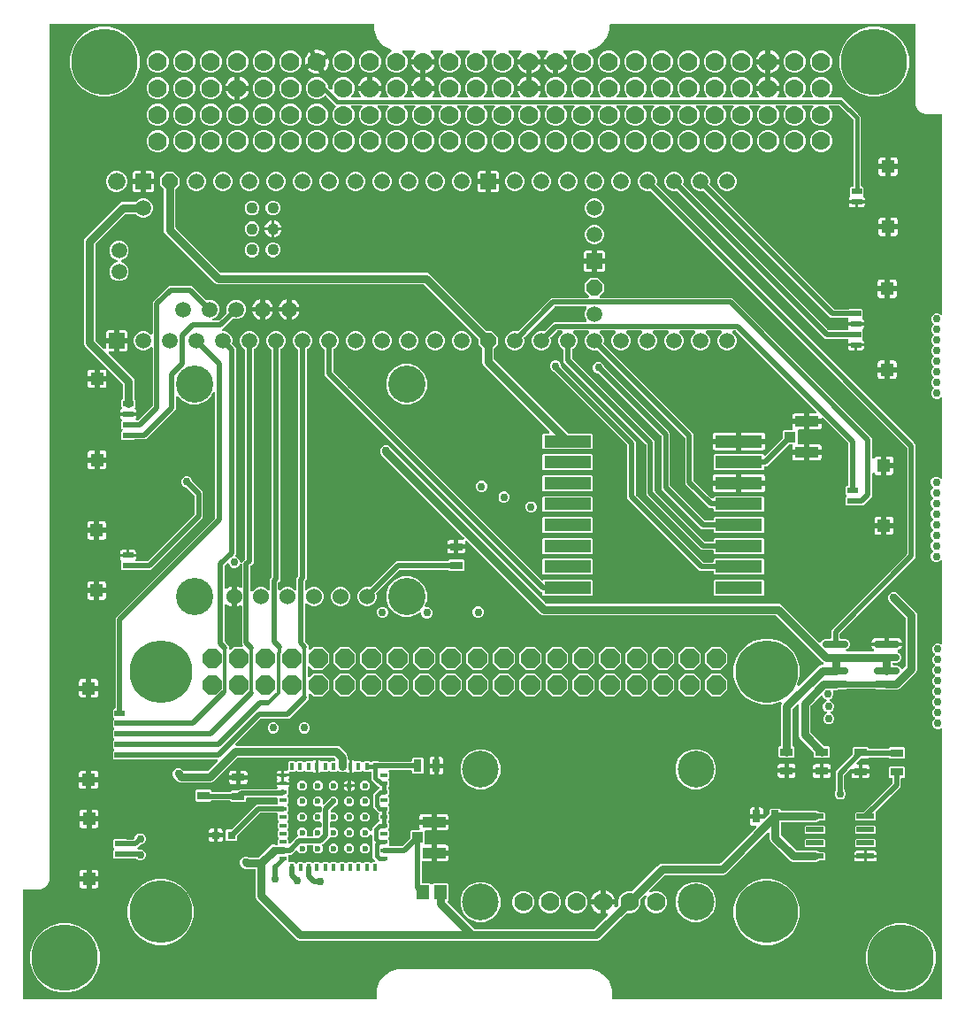
<source format=gbr>
G04 EAGLE Gerber RS-274X export*
G75*
%MOMM*%
%FSLAX34Y34*%
%LPD*%
%INBottom Copper*%
%IPPOS*%
%AMOC8*
5,1,8,0,0,1.08239X$1,22.5*%
G01*
%ADD10C,6.350000*%
%ADD11C,1.778000*%
%ADD12C,0.700000*%
%ADD13R,1.200000X0.800000*%
%ADD14R,0.700000X0.360000*%
%ADD15R,0.360000X0.700000*%
%ADD16C,0.600000*%
%ADD17R,0.800000X0.800000*%
%ADD18R,2.260600X1.041400*%
%ADD19R,1.092200X1.041400*%
%ADD20R,1.676400X0.508000*%
%ADD21R,0.800000X1.200000*%
%ADD22R,4.500000X1.200000*%
%ADD23C,3.556000*%
%ADD24C,1.524000*%
%ADD25R,1.200000X1.470000*%
%ADD26R,1.508000X1.508000*%
%ADD27C,1.676400*%
%ADD28P,1.632244X8X112.500000*%
%ADD29C,1.508000*%
%ADD30C,1.108000*%
%ADD31R,1.000000X0.550000*%
%ADD32R,1.300000X1.260000*%
%ADD33P,2.029481X8X22.500000*%
%ADD34C,0.756400*%
%ADD35C,0.500000*%
%ADD36C,0.800000*%
%ADD37C,0.609600*%
%ADD38C,0.450000*%
%ADD39C,3.516000*%
%ADD40C,0.406400*%
%ADD41C,0.400000*%
%ADD42C,0.350000*%
%ADD43C,0.300000*%
%ADD44C,6.000000*%

G36*
X348733Y10811D02*
X348733Y10811D01*
X348852Y10818D01*
X348890Y10831D01*
X348931Y10836D01*
X349041Y10879D01*
X349154Y10916D01*
X349189Y10938D01*
X349226Y10953D01*
X349322Y11022D01*
X349423Y11086D01*
X349451Y11116D01*
X349484Y11139D01*
X349560Y11231D01*
X349641Y11318D01*
X349661Y11353D01*
X349686Y11384D01*
X349737Y11492D01*
X349795Y11596D01*
X349805Y11636D01*
X349822Y11672D01*
X349844Y11789D01*
X349874Y11904D01*
X349878Y11964D01*
X349882Y11984D01*
X349880Y12005D01*
X349884Y12065D01*
X349884Y20873D01*
X352110Y27722D01*
X356342Y33548D01*
X362168Y37780D01*
X369017Y40006D01*
X555543Y40006D01*
X562392Y37780D01*
X568218Y33548D01*
X572450Y27722D01*
X574676Y20873D01*
X574676Y12065D01*
X574691Y11947D01*
X574698Y11828D01*
X574711Y11790D01*
X574716Y11749D01*
X574759Y11639D01*
X574796Y11526D01*
X574818Y11491D01*
X574833Y11454D01*
X574902Y11358D01*
X574966Y11257D01*
X574996Y11229D01*
X575019Y11196D01*
X575111Y11120D01*
X575198Y11039D01*
X575233Y11019D01*
X575264Y10994D01*
X575372Y10943D01*
X575476Y10885D01*
X575516Y10875D01*
X575552Y10858D01*
X575669Y10836D01*
X575784Y10806D01*
X575844Y10802D01*
X575864Y10798D01*
X575885Y10800D01*
X575945Y10796D01*
X889635Y10796D01*
X889753Y10811D01*
X889872Y10818D01*
X889910Y10831D01*
X889951Y10836D01*
X890061Y10879D01*
X890174Y10916D01*
X890209Y10938D01*
X890246Y10953D01*
X890342Y11022D01*
X890443Y11086D01*
X890471Y11116D01*
X890504Y11139D01*
X890580Y11231D01*
X890661Y11318D01*
X890681Y11353D01*
X890706Y11384D01*
X890757Y11492D01*
X890815Y11596D01*
X890825Y11636D01*
X890842Y11672D01*
X890864Y11789D01*
X890894Y11904D01*
X890898Y11964D01*
X890902Y11984D01*
X890900Y12005D01*
X890904Y12065D01*
X890904Y269077D01*
X890898Y269127D01*
X890900Y269176D01*
X890878Y269284D01*
X890864Y269393D01*
X890846Y269439D01*
X890836Y269488D01*
X890788Y269587D01*
X890747Y269689D01*
X890718Y269729D01*
X890696Y269774D01*
X890625Y269857D01*
X890561Y269946D01*
X890522Y269978D01*
X890490Y270016D01*
X890400Y270079D01*
X890316Y270149D01*
X890271Y270170D01*
X890230Y270199D01*
X890127Y270238D01*
X890028Y270284D01*
X889979Y270294D01*
X889933Y270311D01*
X889823Y270324D01*
X889716Y270344D01*
X889666Y270341D01*
X889617Y270347D01*
X889508Y270331D01*
X889398Y270324D01*
X889351Y270309D01*
X889302Y270302D01*
X889149Y270250D01*
X887646Y269627D01*
X885534Y269627D01*
X883584Y270435D01*
X882091Y271928D01*
X881283Y273878D01*
X881283Y275990D01*
X882091Y277940D01*
X883268Y279117D01*
X883341Y279211D01*
X883419Y279300D01*
X883438Y279336D01*
X883463Y279368D01*
X883510Y279477D01*
X883564Y279583D01*
X883573Y279622D01*
X883589Y279660D01*
X883608Y279777D01*
X883634Y279893D01*
X883632Y279934D01*
X883639Y279974D01*
X883628Y280092D01*
X883624Y280211D01*
X883613Y280250D01*
X883609Y280290D01*
X883569Y280402D01*
X883536Y280517D01*
X883515Y280552D01*
X883501Y280590D01*
X883434Y280688D01*
X883374Y280791D01*
X883334Y280836D01*
X883323Y280853D01*
X883308Y280866D01*
X883268Y280912D01*
X882091Y282088D01*
X881283Y284038D01*
X881283Y286150D01*
X882091Y288100D01*
X883268Y289276D01*
X883341Y289371D01*
X883419Y289460D01*
X883438Y289496D01*
X883463Y289528D01*
X883510Y289637D01*
X883564Y289743D01*
X883573Y289782D01*
X883589Y289820D01*
X883608Y289937D01*
X883634Y290053D01*
X883632Y290094D01*
X883639Y290134D01*
X883628Y290252D01*
X883624Y290371D01*
X883613Y290410D01*
X883609Y290450D01*
X883569Y290563D01*
X883536Y290677D01*
X883515Y290711D01*
X883501Y290750D01*
X883435Y290848D01*
X883374Y290951D01*
X883334Y290996D01*
X883323Y291013D01*
X883308Y291026D01*
X883268Y291071D01*
X882091Y292248D01*
X881283Y294198D01*
X881283Y296310D01*
X882091Y298260D01*
X883268Y299436D01*
X883341Y299531D01*
X883419Y299620D01*
X883438Y299656D01*
X883463Y299688D01*
X883510Y299797D01*
X883564Y299903D01*
X883573Y299942D01*
X883589Y299980D01*
X883608Y300097D01*
X883634Y300213D01*
X883632Y300254D01*
X883639Y300294D01*
X883628Y300412D01*
X883624Y300531D01*
X883613Y300570D01*
X883609Y300610D01*
X883569Y300723D01*
X883536Y300837D01*
X883515Y300871D01*
X883501Y300910D01*
X883435Y301008D01*
X883374Y301111D01*
X883334Y301156D01*
X883323Y301173D01*
X883308Y301186D01*
X883268Y301231D01*
X882091Y302408D01*
X881283Y304358D01*
X881283Y306470D01*
X882091Y308420D01*
X883268Y309596D01*
X883341Y309691D01*
X883419Y309780D01*
X883438Y309816D01*
X883463Y309848D01*
X883510Y309957D01*
X883564Y310063D01*
X883573Y310102D01*
X883589Y310140D01*
X883608Y310257D01*
X883634Y310373D01*
X883632Y310414D01*
X883639Y310454D01*
X883628Y310572D01*
X883624Y310691D01*
X883613Y310730D01*
X883609Y310770D01*
X883569Y310883D01*
X883536Y310997D01*
X883515Y311031D01*
X883501Y311070D01*
X883435Y311168D01*
X883374Y311271D01*
X883334Y311316D01*
X883323Y311333D01*
X883308Y311346D01*
X883268Y311391D01*
X882091Y312568D01*
X881283Y314518D01*
X881283Y316630D01*
X882091Y318580D01*
X883268Y319756D01*
X883341Y319851D01*
X883419Y319940D01*
X883438Y319976D01*
X883463Y320008D01*
X883510Y320117D01*
X883564Y320223D01*
X883573Y320262D01*
X883589Y320300D01*
X883608Y320417D01*
X883634Y320533D01*
X883632Y320574D01*
X883639Y320614D01*
X883628Y320732D01*
X883624Y320851D01*
X883613Y320890D01*
X883609Y320930D01*
X883569Y321043D01*
X883536Y321157D01*
X883515Y321191D01*
X883501Y321230D01*
X883435Y321328D01*
X883374Y321431D01*
X883334Y321476D01*
X883323Y321493D01*
X883308Y321506D01*
X883268Y321551D01*
X882091Y322728D01*
X881283Y324678D01*
X881283Y326790D01*
X882091Y328740D01*
X883268Y329917D01*
X883341Y330011D01*
X883419Y330100D01*
X883438Y330136D01*
X883463Y330168D01*
X883510Y330277D01*
X883564Y330383D01*
X883573Y330422D01*
X883589Y330460D01*
X883608Y330577D01*
X883634Y330693D01*
X883632Y330734D01*
X883639Y330774D01*
X883628Y330892D01*
X883624Y331011D01*
X883613Y331050D01*
X883609Y331090D01*
X883569Y331202D01*
X883536Y331317D01*
X883515Y331352D01*
X883501Y331390D01*
X883434Y331488D01*
X883374Y331591D01*
X883334Y331636D01*
X883323Y331653D01*
X883308Y331666D01*
X883268Y331712D01*
X882091Y332888D01*
X881283Y334838D01*
X881283Y336950D01*
X882091Y338900D01*
X883268Y340076D01*
X883341Y340171D01*
X883419Y340260D01*
X883438Y340296D01*
X883463Y340328D01*
X883510Y340437D01*
X883564Y340543D01*
X883573Y340582D01*
X883589Y340620D01*
X883608Y340737D01*
X883634Y340853D01*
X883632Y340894D01*
X883639Y340934D01*
X883628Y341052D01*
X883624Y341171D01*
X883613Y341210D01*
X883609Y341250D01*
X883569Y341363D01*
X883536Y341477D01*
X883515Y341511D01*
X883501Y341550D01*
X883435Y341648D01*
X883374Y341751D01*
X883334Y341796D01*
X883323Y341813D01*
X883308Y341826D01*
X883268Y341871D01*
X882091Y343048D01*
X881283Y344998D01*
X881283Y347110D01*
X882091Y349060D01*
X883584Y350553D01*
X885534Y351361D01*
X887646Y351361D01*
X889149Y350738D01*
X889197Y350725D01*
X889242Y350704D01*
X889350Y350683D01*
X889456Y350654D01*
X889506Y350653D01*
X889555Y350644D01*
X889664Y350651D01*
X889774Y350649D01*
X889822Y350660D01*
X889872Y350664D01*
X889976Y350697D01*
X890083Y350723D01*
X890127Y350746D01*
X890174Y350762D01*
X890267Y350820D01*
X890364Y350872D01*
X890401Y350905D01*
X890443Y350932D01*
X890518Y351012D01*
X890600Y351086D01*
X890627Y351127D01*
X890661Y351163D01*
X890714Y351260D01*
X890774Y351351D01*
X890791Y351398D01*
X890815Y351442D01*
X890842Y351548D01*
X890878Y351652D01*
X890882Y351702D01*
X890894Y351750D01*
X890904Y351910D01*
X890904Y429779D01*
X890887Y429917D01*
X890874Y430056D01*
X890867Y430075D01*
X890864Y430095D01*
X890813Y430224D01*
X890766Y430355D01*
X890755Y430372D01*
X890747Y430390D01*
X890666Y430503D01*
X890588Y430618D01*
X890572Y430631D01*
X890561Y430648D01*
X890453Y430737D01*
X890349Y430828D01*
X890331Y430838D01*
X890316Y430851D01*
X890190Y430910D01*
X890066Y430973D01*
X890046Y430977D01*
X890028Y430986D01*
X889891Y431012D01*
X889756Y431043D01*
X889735Y431042D01*
X889716Y431046D01*
X889577Y431037D01*
X889438Y431033D01*
X889418Y431027D01*
X889398Y431026D01*
X889266Y430983D01*
X889132Y430945D01*
X889115Y430934D01*
X889096Y430928D01*
X888978Y430854D01*
X888858Y430783D01*
X888837Y430764D01*
X888827Y430758D01*
X888813Y430743D01*
X888738Y430677D01*
X888196Y430135D01*
X886246Y429327D01*
X884134Y429327D01*
X882184Y430135D01*
X880691Y431628D01*
X879883Y433578D01*
X879883Y435690D01*
X880691Y437640D01*
X881868Y438816D01*
X881941Y438911D01*
X882019Y439000D01*
X882038Y439036D01*
X882063Y439068D01*
X882110Y439177D01*
X882164Y439283D01*
X882173Y439322D01*
X882189Y439360D01*
X882208Y439477D01*
X882234Y439593D01*
X882232Y439634D01*
X882239Y439674D01*
X882228Y439792D01*
X882224Y439911D01*
X882213Y439950D01*
X882209Y439990D01*
X882169Y440103D01*
X882136Y440217D01*
X882115Y440251D01*
X882101Y440290D01*
X882035Y440388D01*
X881974Y440491D01*
X881934Y440536D01*
X881923Y440553D01*
X881908Y440566D01*
X881868Y440611D01*
X880691Y441788D01*
X879883Y443738D01*
X879883Y445850D01*
X880691Y447800D01*
X881868Y448977D01*
X881941Y449071D01*
X882019Y449160D01*
X882038Y449196D01*
X882063Y449228D01*
X882110Y449337D01*
X882164Y449443D01*
X882173Y449482D01*
X882189Y449520D01*
X882208Y449637D01*
X882234Y449753D01*
X882232Y449794D01*
X882239Y449834D01*
X882228Y449952D01*
X882224Y450071D01*
X882213Y450110D01*
X882209Y450150D01*
X882169Y450262D01*
X882136Y450377D01*
X882115Y450412D01*
X882101Y450450D01*
X882034Y450548D01*
X881974Y450651D01*
X881934Y450696D01*
X881923Y450713D01*
X881908Y450726D01*
X881868Y450772D01*
X880691Y451948D01*
X879883Y453898D01*
X879883Y456010D01*
X880691Y457960D01*
X881868Y459136D01*
X881941Y459231D01*
X882019Y459320D01*
X882038Y459356D01*
X882063Y459388D01*
X882110Y459497D01*
X882164Y459603D01*
X882173Y459642D01*
X882189Y459680D01*
X882208Y459797D01*
X882234Y459913D01*
X882232Y459954D01*
X882239Y459994D01*
X882228Y460112D01*
X882224Y460231D01*
X882213Y460270D01*
X882209Y460310D01*
X882169Y460423D01*
X882136Y460537D01*
X882115Y460571D01*
X882101Y460610D01*
X882035Y460708D01*
X881974Y460811D01*
X881934Y460856D01*
X881923Y460873D01*
X881908Y460886D01*
X881868Y460931D01*
X880691Y462108D01*
X879883Y464058D01*
X879883Y466170D01*
X880691Y468120D01*
X881868Y469296D01*
X881941Y469391D01*
X882019Y469480D01*
X882038Y469516D01*
X882063Y469548D01*
X882110Y469657D01*
X882164Y469763D01*
X882173Y469802D01*
X882189Y469840D01*
X882208Y469957D01*
X882234Y470073D01*
X882232Y470114D01*
X882239Y470154D01*
X882228Y470272D01*
X882224Y470391D01*
X882213Y470430D01*
X882209Y470470D01*
X882169Y470583D01*
X882136Y470697D01*
X882115Y470731D01*
X882101Y470770D01*
X882035Y470868D01*
X881974Y470971D01*
X881934Y471016D01*
X881923Y471033D01*
X881908Y471046D01*
X881868Y471091D01*
X880691Y472268D01*
X879883Y474218D01*
X879883Y476330D01*
X880691Y478280D01*
X881868Y479456D01*
X881941Y479551D01*
X882019Y479640D01*
X882038Y479676D01*
X882063Y479708D01*
X882110Y479817D01*
X882164Y479923D01*
X882173Y479962D01*
X882189Y480000D01*
X882208Y480117D01*
X882234Y480233D01*
X882232Y480274D01*
X882239Y480314D01*
X882228Y480432D01*
X882224Y480551D01*
X882213Y480590D01*
X882209Y480630D01*
X882169Y480743D01*
X882136Y480857D01*
X882115Y480891D01*
X882101Y480930D01*
X882035Y481028D01*
X881974Y481131D01*
X881934Y481176D01*
X881923Y481193D01*
X881908Y481206D01*
X881868Y481251D01*
X880691Y482428D01*
X879883Y484378D01*
X879883Y486490D01*
X880691Y488440D01*
X881868Y489616D01*
X881941Y489711D01*
X882019Y489800D01*
X882038Y489836D01*
X882063Y489868D01*
X882110Y489977D01*
X882164Y490083D01*
X882173Y490122D01*
X882189Y490160D01*
X882208Y490277D01*
X882234Y490393D01*
X882232Y490434D01*
X882239Y490474D01*
X882228Y490592D01*
X882224Y490711D01*
X882213Y490750D01*
X882209Y490790D01*
X882169Y490903D01*
X882136Y491017D01*
X882115Y491051D01*
X882101Y491090D01*
X882035Y491188D01*
X881974Y491291D01*
X881934Y491336D01*
X881923Y491353D01*
X881908Y491366D01*
X881868Y491411D01*
X880691Y492588D01*
X879883Y494538D01*
X879883Y496650D01*
X880691Y498600D01*
X881868Y499776D01*
X881941Y499871D01*
X882019Y499960D01*
X882038Y499996D01*
X882063Y500028D01*
X882110Y500137D01*
X882164Y500243D01*
X882173Y500282D01*
X882189Y500320D01*
X882208Y500437D01*
X882234Y500553D01*
X882232Y500594D01*
X882239Y500634D01*
X882228Y500752D01*
X882224Y500871D01*
X882213Y500910D01*
X882209Y500950D01*
X882169Y501063D01*
X882136Y501177D01*
X882115Y501211D01*
X882101Y501250D01*
X882035Y501348D01*
X881974Y501451D01*
X881934Y501496D01*
X881923Y501513D01*
X881908Y501526D01*
X881868Y501571D01*
X880691Y502748D01*
X879883Y504698D01*
X879883Y506810D01*
X880691Y508760D01*
X882184Y510253D01*
X884134Y511061D01*
X886246Y511061D01*
X888196Y510253D01*
X888738Y509711D01*
X888847Y509626D01*
X888954Y509537D01*
X888973Y509529D01*
X888989Y509516D01*
X889117Y509461D01*
X889242Y509402D01*
X889262Y509398D01*
X889281Y509390D01*
X889419Y509368D01*
X889555Y509342D01*
X889575Y509343D01*
X889595Y509340D01*
X889734Y509353D01*
X889872Y509362D01*
X889891Y509368D01*
X889911Y509370D01*
X890042Y509417D01*
X890174Y509460D01*
X890192Y509471D01*
X890211Y509478D01*
X890325Y509556D01*
X890443Y509630D01*
X890457Y509645D01*
X890474Y509656D01*
X890566Y509760D01*
X890661Y509862D01*
X890671Y509879D01*
X890684Y509895D01*
X890747Y510018D01*
X890815Y510140D01*
X890820Y510160D01*
X890829Y510178D01*
X890859Y510314D01*
X890894Y510448D01*
X890896Y510476D01*
X890899Y510488D01*
X890898Y510509D01*
X890904Y510609D01*
X890904Y585679D01*
X890887Y585817D01*
X890874Y585956D01*
X890867Y585975D01*
X890864Y585995D01*
X890813Y586124D01*
X890766Y586255D01*
X890755Y586272D01*
X890747Y586290D01*
X890666Y586403D01*
X890588Y586518D01*
X890572Y586531D01*
X890561Y586548D01*
X890454Y586636D01*
X890349Y586728D01*
X890331Y586738D01*
X890316Y586751D01*
X890190Y586810D01*
X890066Y586873D01*
X890046Y586878D01*
X890028Y586886D01*
X889892Y586912D01*
X889756Y586943D01*
X889735Y586942D01*
X889716Y586946D01*
X889577Y586937D01*
X889438Y586933D01*
X889418Y586927D01*
X889398Y586926D01*
X889266Y586883D01*
X889132Y586845D01*
X889115Y586834D01*
X889096Y586828D01*
X888978Y586754D01*
X888858Y586683D01*
X888837Y586664D01*
X888827Y586658D01*
X888813Y586643D01*
X888737Y586577D01*
X888496Y586335D01*
X886546Y585527D01*
X884434Y585527D01*
X882484Y586335D01*
X880991Y587828D01*
X880183Y589778D01*
X880183Y591890D01*
X880991Y593840D01*
X882168Y595016D01*
X882241Y595111D01*
X882319Y595200D01*
X882338Y595236D01*
X882363Y595268D01*
X882410Y595377D01*
X882464Y595483D01*
X882473Y595522D01*
X882489Y595560D01*
X882508Y595677D01*
X882534Y595793D01*
X882532Y595834D01*
X882539Y595874D01*
X882528Y595992D01*
X882524Y596111D01*
X882513Y596150D01*
X882509Y596190D01*
X882469Y596303D01*
X882436Y596417D01*
X882416Y596449D01*
X882413Y596459D01*
X882411Y596462D01*
X882401Y596490D01*
X882335Y596588D01*
X882274Y596691D01*
X882248Y596721D01*
X882243Y596728D01*
X882233Y596737D01*
X882223Y596753D01*
X882208Y596766D01*
X882168Y596811D01*
X880991Y597988D01*
X880183Y599938D01*
X880183Y602050D01*
X880991Y604000D01*
X882168Y605177D01*
X882241Y605271D01*
X882319Y605360D01*
X882329Y605378D01*
X882341Y605393D01*
X882350Y605412D01*
X882363Y605428D01*
X882410Y605537D01*
X882464Y605643D01*
X882468Y605663D01*
X882477Y605681D01*
X882481Y605701D01*
X882489Y605720D01*
X882508Y605837D01*
X882534Y605953D01*
X882533Y605974D01*
X882537Y605993D01*
X882536Y606013D01*
X882539Y606034D01*
X882528Y606152D01*
X882524Y606271D01*
X882518Y606291D01*
X882517Y606311D01*
X882511Y606330D01*
X882509Y606350D01*
X882469Y606462D01*
X882436Y606577D01*
X882425Y606594D01*
X882419Y606613D01*
X882408Y606630D01*
X882401Y606650D01*
X882334Y606748D01*
X882274Y606851D01*
X882255Y606872D01*
X882249Y606882D01*
X882234Y606896D01*
X882223Y606913D01*
X882208Y606926D01*
X882168Y606972D01*
X880991Y608148D01*
X880183Y610098D01*
X880183Y612210D01*
X880991Y614160D01*
X882168Y615336D01*
X882241Y615431D01*
X882319Y615520D01*
X882330Y615541D01*
X882336Y615547D01*
X882342Y615561D01*
X882363Y615588D01*
X882410Y615697D01*
X882464Y615803D01*
X882473Y615842D01*
X882489Y615880D01*
X882508Y615997D01*
X882534Y616113D01*
X882532Y616154D01*
X882539Y616194D01*
X882528Y616312D01*
X882524Y616431D01*
X882513Y616470D01*
X882509Y616510D01*
X882469Y616623D01*
X882436Y616737D01*
X882415Y616771D01*
X882401Y616810D01*
X882335Y616908D01*
X882274Y617011D01*
X882234Y617056D01*
X882223Y617073D01*
X882208Y617086D01*
X882168Y617131D01*
X880991Y618308D01*
X880183Y620258D01*
X880183Y622370D01*
X880991Y624320D01*
X882168Y625496D01*
X882241Y625591D01*
X882319Y625680D01*
X882338Y625716D01*
X882363Y625748D01*
X882410Y625857D01*
X882464Y625963D01*
X882473Y626002D01*
X882489Y626040D01*
X882508Y626157D01*
X882534Y626273D01*
X882532Y626314D01*
X882539Y626354D01*
X882528Y626472D01*
X882524Y626591D01*
X882513Y626630D01*
X882509Y626670D01*
X882469Y626783D01*
X882436Y626897D01*
X882415Y626931D01*
X882401Y626970D01*
X882335Y627068D01*
X882274Y627171D01*
X882234Y627216D01*
X882223Y627233D01*
X882208Y627246D01*
X882168Y627291D01*
X880991Y628468D01*
X880183Y630418D01*
X880183Y632530D01*
X880991Y634480D01*
X882168Y635656D01*
X882241Y635751D01*
X882319Y635840D01*
X882338Y635876D01*
X882363Y635908D01*
X882410Y636017D01*
X882464Y636123D01*
X882473Y636162D01*
X882489Y636200D01*
X882508Y636317D01*
X882534Y636433D01*
X882532Y636474D01*
X882539Y636514D01*
X882528Y636632D01*
X882524Y636751D01*
X882513Y636790D01*
X882509Y636830D01*
X882469Y636943D01*
X882436Y637057D01*
X882415Y637091D01*
X882401Y637130D01*
X882335Y637228D01*
X882274Y637331D01*
X882234Y637376D01*
X882223Y637393D01*
X882208Y637406D01*
X882168Y637451D01*
X880991Y638628D01*
X880183Y640578D01*
X880183Y642690D01*
X880991Y644640D01*
X882168Y645816D01*
X882241Y645911D01*
X882319Y646000D01*
X882338Y646036D01*
X882363Y646068D01*
X882410Y646177D01*
X882464Y646283D01*
X882473Y646322D01*
X882489Y646360D01*
X882508Y646477D01*
X882534Y646593D01*
X882532Y646634D01*
X882539Y646674D01*
X882528Y646792D01*
X882524Y646911D01*
X882513Y646950D01*
X882509Y646990D01*
X882469Y647103D01*
X882436Y647217D01*
X882415Y647251D01*
X882401Y647290D01*
X882335Y647388D01*
X882274Y647491D01*
X882234Y647536D01*
X882223Y647553D01*
X882208Y647566D01*
X882168Y647611D01*
X880991Y648788D01*
X880183Y650738D01*
X880183Y652850D01*
X880991Y654800D01*
X882168Y655976D01*
X882241Y656071D01*
X882319Y656160D01*
X882338Y656196D01*
X882363Y656228D01*
X882410Y656337D01*
X882464Y656443D01*
X882473Y656482D01*
X882489Y656520D01*
X882508Y656637D01*
X882534Y656753D01*
X882532Y656794D01*
X882539Y656834D01*
X882528Y656952D01*
X882524Y657071D01*
X882513Y657110D01*
X882509Y657150D01*
X882469Y657263D01*
X882436Y657377D01*
X882415Y657411D01*
X882401Y657450D01*
X882335Y657548D01*
X882274Y657651D01*
X882234Y657696D01*
X882223Y657713D01*
X882208Y657726D01*
X882168Y657771D01*
X880991Y658948D01*
X880183Y660898D01*
X880183Y663010D01*
X880991Y664960D01*
X882484Y666453D01*
X884434Y667261D01*
X886546Y667261D01*
X888496Y666453D01*
X888737Y666211D01*
X888847Y666126D01*
X888954Y666037D01*
X888973Y666029D01*
X888989Y666016D01*
X889116Y665961D01*
X889242Y665902D01*
X889262Y665898D01*
X889281Y665890D01*
X889418Y665868D01*
X889555Y665842D01*
X889575Y665843D01*
X889595Y665840D01*
X889734Y665853D01*
X889872Y665862D01*
X889891Y665868D01*
X889911Y665870D01*
X890043Y665917D01*
X890174Y665960D01*
X890191Y665971D01*
X890211Y665978D01*
X890326Y666056D01*
X890443Y666130D01*
X890457Y666145D01*
X890474Y666156D01*
X890566Y666260D01*
X890661Y666362D01*
X890671Y666379D01*
X890684Y666395D01*
X890748Y666519D01*
X890815Y666640D01*
X890820Y666660D01*
X890829Y666678D01*
X890859Y666814D01*
X890894Y666948D01*
X890896Y666976D01*
X890899Y666988D01*
X890898Y667009D01*
X890904Y667109D01*
X890904Y856615D01*
X890889Y856733D01*
X890882Y856852D01*
X890869Y856890D01*
X890864Y856931D01*
X890821Y857041D01*
X890784Y857154D01*
X890762Y857189D01*
X890747Y857226D01*
X890678Y857322D01*
X890614Y857423D01*
X890584Y857451D01*
X890561Y857484D01*
X890469Y857560D01*
X890382Y857641D01*
X890347Y857661D01*
X890316Y857686D01*
X890208Y857737D01*
X890104Y857795D01*
X890064Y857805D01*
X890028Y857822D01*
X889911Y857844D01*
X889796Y857874D01*
X889736Y857878D01*
X889716Y857882D01*
X889695Y857880D01*
X889635Y857884D01*
X874153Y857884D01*
X870185Y859528D01*
X867148Y862565D01*
X865504Y866533D01*
X865504Y942975D01*
X865489Y943093D01*
X865482Y943212D01*
X865469Y943250D01*
X865464Y943291D01*
X865421Y943401D01*
X865384Y943514D01*
X865362Y943549D01*
X865347Y943586D01*
X865278Y943682D01*
X865214Y943783D01*
X865184Y943811D01*
X865161Y943844D01*
X865069Y943920D01*
X864982Y944001D01*
X864947Y944021D01*
X864916Y944046D01*
X864808Y944097D01*
X864704Y944155D01*
X864664Y944165D01*
X864628Y944182D01*
X864511Y944204D01*
X864396Y944234D01*
X864336Y944238D01*
X864316Y944242D01*
X864295Y944240D01*
X864235Y944244D01*
X574040Y944244D01*
X574018Y944242D01*
X573941Y944240D01*
X573841Y944233D01*
X573773Y944219D01*
X573704Y944214D01*
X573548Y944174D01*
X573359Y944113D01*
X573252Y944062D01*
X573142Y944019D01*
X573090Y943986D01*
X573072Y943977D01*
X573056Y943965D01*
X573006Y943933D01*
X572845Y943816D01*
X572759Y943735D01*
X572667Y943659D01*
X572628Y943612D01*
X572613Y943598D01*
X572602Y943581D01*
X572564Y943535D01*
X572447Y943374D01*
X572390Y943270D01*
X572326Y943170D01*
X572304Y943114D01*
X572294Y943096D01*
X572289Y943076D01*
X572267Y943021D01*
X572206Y942832D01*
X572193Y942764D01*
X572170Y942698D01*
X572147Y942539D01*
X572140Y942440D01*
X572141Y942418D01*
X572136Y942340D01*
X572136Y938619D01*
X569836Y931540D01*
X565461Y925519D01*
X559440Y921144D01*
X552575Y918914D01*
X552485Y918871D01*
X552391Y918838D01*
X552342Y918804D01*
X552287Y918778D01*
X552211Y918715D01*
X552128Y918659D01*
X552088Y918614D01*
X552042Y918576D01*
X551984Y918495D01*
X551918Y918421D01*
X551890Y918367D01*
X551855Y918318D01*
X551818Y918226D01*
X551773Y918137D01*
X551760Y918079D01*
X551738Y918023D01*
X551725Y917924D01*
X551704Y917827D01*
X551705Y917767D01*
X551698Y917707D01*
X551710Y917609D01*
X551713Y917509D01*
X551730Y917451D01*
X551738Y917392D01*
X551774Y917299D01*
X551802Y917204D01*
X551832Y917152D01*
X551854Y917096D01*
X551913Y917015D01*
X551963Y916930D01*
X552029Y916855D01*
X552041Y916838D01*
X552051Y916831D01*
X552070Y916809D01*
X554929Y913949D01*
X556515Y910122D01*
X556515Y905978D01*
X554929Y902151D01*
X551999Y899221D01*
X548172Y897635D01*
X544028Y897635D01*
X540201Y899221D01*
X537271Y902151D01*
X535685Y905978D01*
X535685Y910122D01*
X537271Y913949D01*
X539999Y916678D01*
X540084Y916787D01*
X540173Y916894D01*
X540181Y916913D01*
X540194Y916929D01*
X540249Y917057D01*
X540308Y917182D01*
X540312Y917202D01*
X540320Y917221D01*
X540342Y917359D01*
X540368Y917495D01*
X540367Y917515D01*
X540370Y917535D01*
X540357Y917673D01*
X540348Y917812D01*
X540342Y917831D01*
X540340Y917851D01*
X540293Y917983D01*
X540250Y918114D01*
X540239Y918132D01*
X540233Y918151D01*
X540155Y918266D01*
X540080Y918383D01*
X540065Y918397D01*
X540054Y918414D01*
X539950Y918506D01*
X539849Y918601D01*
X539831Y918611D01*
X539816Y918624D01*
X539691Y918688D01*
X539570Y918755D01*
X539550Y918760D01*
X539532Y918769D01*
X539397Y918799D01*
X539262Y918834D01*
X539234Y918836D01*
X539222Y918839D01*
X539202Y918838D01*
X539101Y918844D01*
X529135Y918844D01*
X528997Y918827D01*
X528859Y918814D01*
X528840Y918807D01*
X528820Y918804D01*
X528691Y918753D01*
X528560Y918706D01*
X528543Y918695D01*
X528524Y918687D01*
X528412Y918606D01*
X528297Y918528D01*
X528283Y918512D01*
X528267Y918501D01*
X528178Y918393D01*
X528086Y918289D01*
X528077Y918271D01*
X528064Y918256D01*
X528005Y918130D01*
X527942Y918006D01*
X527937Y917986D01*
X527929Y917968D01*
X527902Y917831D01*
X527872Y917696D01*
X527873Y917675D01*
X527869Y917656D01*
X527877Y917517D01*
X527882Y917378D01*
X527887Y917358D01*
X527889Y917338D01*
X527931Y917206D01*
X527970Y917072D01*
X527980Y917055D01*
X527987Y917036D01*
X528061Y916918D01*
X528132Y916798D01*
X528150Y916777D01*
X528157Y916767D01*
X528172Y916753D01*
X528238Y916678D01*
X529419Y915497D01*
X530477Y914041D01*
X531293Y912438D01*
X531849Y910727D01*
X531871Y910589D01*
X521970Y910589D01*
X521852Y910574D01*
X521733Y910567D01*
X521695Y910554D01*
X521655Y910549D01*
X521544Y910506D01*
X521431Y910469D01*
X521397Y910447D01*
X521359Y910432D01*
X521263Y910362D01*
X521162Y910299D01*
X521134Y910269D01*
X521102Y910245D01*
X521026Y910154D01*
X520944Y910067D01*
X520925Y910032D01*
X520899Y910001D01*
X520848Y909893D01*
X520791Y909789D01*
X520780Y909749D01*
X520763Y909713D01*
X520741Y909596D01*
X520711Y909481D01*
X520707Y909420D01*
X520703Y909400D01*
X520705Y909380D01*
X520701Y909320D01*
X520701Y908049D01*
X520699Y908049D01*
X520699Y909320D01*
X520684Y909438D01*
X520677Y909557D01*
X520664Y909595D01*
X520659Y909635D01*
X520615Y909746D01*
X520579Y909859D01*
X520557Y909894D01*
X520542Y909931D01*
X520472Y910027D01*
X520409Y910128D01*
X520379Y910156D01*
X520355Y910189D01*
X520264Y910264D01*
X520177Y910346D01*
X520142Y910366D01*
X520110Y910391D01*
X520003Y910442D01*
X519898Y910500D01*
X519859Y910510D01*
X519823Y910527D01*
X519706Y910549D01*
X519591Y910579D01*
X519530Y910583D01*
X519510Y910587D01*
X519490Y910585D01*
X519430Y910589D01*
X509529Y910589D01*
X509551Y910727D01*
X510107Y912438D01*
X510923Y914041D01*
X511981Y915497D01*
X513162Y916678D01*
X513247Y916787D01*
X513336Y916894D01*
X513345Y916913D01*
X513357Y916929D01*
X513412Y917056D01*
X513471Y917182D01*
X513475Y917202D01*
X513483Y917221D01*
X513505Y917359D01*
X513531Y917495D01*
X513530Y917515D01*
X513533Y917535D01*
X513520Y917673D01*
X513511Y917812D01*
X513505Y917831D01*
X513503Y917851D01*
X513456Y917983D01*
X513413Y918114D01*
X513403Y918132D01*
X513396Y918151D01*
X513318Y918266D01*
X513243Y918383D01*
X513229Y918397D01*
X513217Y918414D01*
X513113Y918506D01*
X513012Y918601D01*
X512994Y918611D01*
X512979Y918624D01*
X512855Y918687D01*
X512733Y918755D01*
X512714Y918760D01*
X512696Y918769D01*
X512560Y918799D01*
X512425Y918834D01*
X512397Y918836D01*
X512385Y918839D01*
X512365Y918838D01*
X512265Y918844D01*
X503735Y918844D01*
X503597Y918827D01*
X503459Y918814D01*
X503440Y918807D01*
X503420Y918804D01*
X503291Y918753D01*
X503160Y918706D01*
X503143Y918695D01*
X503124Y918687D01*
X503012Y918606D01*
X502897Y918528D01*
X502883Y918512D01*
X502867Y918501D01*
X502778Y918393D01*
X502686Y918289D01*
X502677Y918271D01*
X502664Y918256D01*
X502605Y918130D01*
X502542Y918006D01*
X502537Y917986D01*
X502529Y917968D01*
X502502Y917831D01*
X502472Y917696D01*
X502473Y917675D01*
X502469Y917656D01*
X502477Y917517D01*
X502482Y917378D01*
X502487Y917358D01*
X502489Y917338D01*
X502531Y917206D01*
X502570Y917072D01*
X502580Y917055D01*
X502587Y917036D01*
X502661Y916918D01*
X502732Y916798D01*
X502750Y916777D01*
X502757Y916767D01*
X502772Y916753D01*
X502838Y916678D01*
X504019Y915497D01*
X505077Y914041D01*
X505893Y912438D01*
X506449Y910727D01*
X506471Y910589D01*
X496570Y910589D01*
X496452Y910574D01*
X496333Y910567D01*
X496295Y910554D01*
X496255Y910549D01*
X496144Y910506D01*
X496031Y910469D01*
X495997Y910447D01*
X495959Y910432D01*
X495863Y910362D01*
X495762Y910299D01*
X495734Y910269D01*
X495702Y910245D01*
X495626Y910154D01*
X495544Y910067D01*
X495525Y910032D01*
X495499Y910001D01*
X495448Y909893D01*
X495391Y909789D01*
X495380Y909749D01*
X495363Y909713D01*
X495341Y909596D01*
X495311Y909481D01*
X495307Y909420D01*
X495303Y909400D01*
X495305Y909380D01*
X495301Y909320D01*
X495301Y908049D01*
X495299Y908049D01*
X495299Y909320D01*
X495284Y909438D01*
X495277Y909557D01*
X495264Y909595D01*
X495259Y909635D01*
X495215Y909746D01*
X495179Y909859D01*
X495157Y909894D01*
X495142Y909931D01*
X495072Y910027D01*
X495009Y910128D01*
X494979Y910156D01*
X494955Y910189D01*
X494864Y910264D01*
X494777Y910346D01*
X494742Y910366D01*
X494710Y910391D01*
X494603Y910442D01*
X494498Y910500D01*
X494459Y910510D01*
X494423Y910527D01*
X494306Y910549D01*
X494191Y910579D01*
X494130Y910583D01*
X494110Y910587D01*
X494090Y910585D01*
X494030Y910589D01*
X484129Y910589D01*
X484151Y910727D01*
X484707Y912438D01*
X485523Y914041D01*
X486581Y915497D01*
X487762Y916678D01*
X487847Y916787D01*
X487936Y916894D01*
X487945Y916913D01*
X487957Y916929D01*
X488012Y917056D01*
X488071Y917182D01*
X488075Y917202D01*
X488083Y917221D01*
X488105Y917359D01*
X488131Y917495D01*
X488130Y917515D01*
X488133Y917535D01*
X488120Y917673D01*
X488111Y917812D01*
X488105Y917831D01*
X488103Y917851D01*
X488056Y917983D01*
X488013Y918114D01*
X488003Y918132D01*
X487996Y918151D01*
X487918Y918266D01*
X487843Y918383D01*
X487829Y918397D01*
X487817Y918414D01*
X487713Y918506D01*
X487612Y918601D01*
X487594Y918611D01*
X487579Y918624D01*
X487455Y918687D01*
X487333Y918755D01*
X487314Y918760D01*
X487296Y918769D01*
X487160Y918799D01*
X487025Y918834D01*
X486997Y918836D01*
X486985Y918839D01*
X486965Y918838D01*
X486865Y918844D01*
X476899Y918844D01*
X476761Y918827D01*
X476622Y918814D01*
X476603Y918807D01*
X476583Y918804D01*
X476454Y918753D01*
X476323Y918706D01*
X476306Y918695D01*
X476287Y918687D01*
X476175Y918606D01*
X476060Y918528D01*
X476046Y918512D01*
X476030Y918501D01*
X475941Y918393D01*
X475849Y918289D01*
X475840Y918271D01*
X475827Y918256D01*
X475768Y918130D01*
X475705Y918006D01*
X475700Y917986D01*
X475692Y917968D01*
X475666Y917832D01*
X475635Y917696D01*
X475636Y917675D01*
X475632Y917656D01*
X475641Y917517D01*
X475645Y917378D01*
X475650Y917358D01*
X475652Y917338D01*
X475694Y917206D01*
X475733Y917072D01*
X475743Y917055D01*
X475750Y917036D01*
X475824Y916918D01*
X475895Y916798D01*
X475913Y916777D01*
X475920Y916767D01*
X475935Y916753D01*
X476001Y916678D01*
X478729Y913949D01*
X480315Y910122D01*
X480315Y905978D01*
X478729Y902151D01*
X475799Y899221D01*
X471972Y897635D01*
X467828Y897635D01*
X464001Y899221D01*
X461071Y902151D01*
X459485Y905978D01*
X459485Y910122D01*
X461071Y913949D01*
X463799Y916678D01*
X463884Y916787D01*
X463973Y916894D01*
X463981Y916913D01*
X463994Y916929D01*
X464049Y917057D01*
X464108Y917182D01*
X464112Y917202D01*
X464120Y917221D01*
X464142Y917359D01*
X464168Y917495D01*
X464167Y917515D01*
X464170Y917535D01*
X464157Y917673D01*
X464148Y917812D01*
X464142Y917831D01*
X464140Y917851D01*
X464093Y917983D01*
X464050Y918114D01*
X464039Y918132D01*
X464033Y918151D01*
X463955Y918266D01*
X463880Y918383D01*
X463865Y918397D01*
X463854Y918414D01*
X463750Y918506D01*
X463649Y918601D01*
X463631Y918611D01*
X463616Y918624D01*
X463491Y918688D01*
X463370Y918755D01*
X463350Y918760D01*
X463332Y918769D01*
X463197Y918799D01*
X463062Y918834D01*
X463034Y918836D01*
X463022Y918839D01*
X463002Y918838D01*
X462901Y918844D01*
X451499Y918844D01*
X451361Y918827D01*
X451222Y918814D01*
X451203Y918807D01*
X451183Y918804D01*
X451054Y918753D01*
X450923Y918706D01*
X450906Y918695D01*
X450887Y918687D01*
X450775Y918606D01*
X450660Y918528D01*
X450646Y918512D01*
X450630Y918501D01*
X450541Y918393D01*
X450449Y918289D01*
X450440Y918271D01*
X450427Y918256D01*
X450368Y918130D01*
X450305Y918006D01*
X450300Y917986D01*
X450292Y917968D01*
X450266Y917832D01*
X450235Y917696D01*
X450236Y917675D01*
X450232Y917656D01*
X450241Y917517D01*
X450245Y917378D01*
X450250Y917358D01*
X450252Y917338D01*
X450294Y917206D01*
X450333Y917072D01*
X450343Y917055D01*
X450350Y917036D01*
X450424Y916918D01*
X450495Y916798D01*
X450513Y916777D01*
X450520Y916767D01*
X450535Y916753D01*
X450601Y916678D01*
X453329Y913949D01*
X454915Y910122D01*
X454915Y905978D01*
X453329Y902151D01*
X450399Y899221D01*
X446572Y897635D01*
X442428Y897635D01*
X438601Y899221D01*
X435671Y902151D01*
X434085Y905978D01*
X434085Y910122D01*
X435671Y913949D01*
X438399Y916678D01*
X438484Y916787D01*
X438573Y916894D01*
X438581Y916913D01*
X438594Y916929D01*
X438649Y917057D01*
X438708Y917182D01*
X438712Y917202D01*
X438720Y917221D01*
X438742Y917359D01*
X438768Y917495D01*
X438767Y917515D01*
X438770Y917535D01*
X438757Y917673D01*
X438748Y917812D01*
X438742Y917831D01*
X438740Y917851D01*
X438693Y917983D01*
X438650Y918114D01*
X438639Y918132D01*
X438633Y918151D01*
X438555Y918266D01*
X438480Y918383D01*
X438465Y918397D01*
X438454Y918414D01*
X438350Y918506D01*
X438249Y918601D01*
X438231Y918611D01*
X438216Y918624D01*
X438091Y918688D01*
X437970Y918755D01*
X437950Y918760D01*
X437932Y918769D01*
X437797Y918799D01*
X437662Y918834D01*
X437634Y918836D01*
X437622Y918839D01*
X437602Y918838D01*
X437501Y918844D01*
X426099Y918844D01*
X425961Y918827D01*
X425822Y918814D01*
X425803Y918807D01*
X425783Y918804D01*
X425654Y918753D01*
X425523Y918706D01*
X425506Y918695D01*
X425487Y918687D01*
X425375Y918606D01*
X425260Y918528D01*
X425246Y918512D01*
X425230Y918501D01*
X425141Y918393D01*
X425049Y918289D01*
X425040Y918271D01*
X425027Y918256D01*
X424968Y918130D01*
X424905Y918006D01*
X424900Y917986D01*
X424892Y917968D01*
X424866Y917832D01*
X424835Y917696D01*
X424836Y917675D01*
X424832Y917656D01*
X424841Y917517D01*
X424845Y917378D01*
X424850Y917358D01*
X424852Y917338D01*
X424894Y917206D01*
X424933Y917072D01*
X424943Y917055D01*
X424950Y917036D01*
X425024Y916918D01*
X425095Y916798D01*
X425113Y916777D01*
X425120Y916767D01*
X425135Y916753D01*
X425201Y916678D01*
X427929Y913949D01*
X429515Y910122D01*
X429515Y905978D01*
X427929Y902151D01*
X424999Y899221D01*
X421172Y897635D01*
X417028Y897635D01*
X413201Y899221D01*
X410271Y902151D01*
X408685Y905978D01*
X408685Y910122D01*
X410271Y913949D01*
X412999Y916678D01*
X413084Y916787D01*
X413173Y916894D01*
X413181Y916913D01*
X413194Y916929D01*
X413249Y917057D01*
X413308Y917182D01*
X413312Y917202D01*
X413320Y917221D01*
X413342Y917359D01*
X413368Y917495D01*
X413367Y917515D01*
X413370Y917535D01*
X413357Y917673D01*
X413348Y917812D01*
X413342Y917831D01*
X413340Y917851D01*
X413293Y917983D01*
X413250Y918114D01*
X413239Y918132D01*
X413233Y918151D01*
X413155Y918266D01*
X413080Y918383D01*
X413065Y918397D01*
X413054Y918414D01*
X412950Y918506D01*
X412849Y918601D01*
X412831Y918611D01*
X412816Y918624D01*
X412691Y918688D01*
X412570Y918755D01*
X412550Y918760D01*
X412532Y918769D01*
X412397Y918799D01*
X412262Y918834D01*
X412234Y918836D01*
X412222Y918839D01*
X412202Y918838D01*
X412101Y918844D01*
X402135Y918844D01*
X401997Y918827D01*
X401859Y918814D01*
X401840Y918807D01*
X401820Y918804D01*
X401691Y918753D01*
X401560Y918706D01*
X401543Y918695D01*
X401524Y918687D01*
X401412Y918606D01*
X401297Y918528D01*
X401283Y918512D01*
X401267Y918501D01*
X401178Y918393D01*
X401086Y918289D01*
X401077Y918271D01*
X401064Y918256D01*
X401005Y918130D01*
X400942Y918006D01*
X400937Y917986D01*
X400929Y917968D01*
X400902Y917831D01*
X400872Y917696D01*
X400873Y917675D01*
X400869Y917656D01*
X400877Y917517D01*
X400882Y917378D01*
X400887Y917358D01*
X400889Y917338D01*
X400931Y917206D01*
X400970Y917072D01*
X400980Y917055D01*
X400987Y917036D01*
X401061Y916918D01*
X401132Y916798D01*
X401150Y916777D01*
X401157Y916767D01*
X401172Y916753D01*
X401238Y916678D01*
X402419Y915497D01*
X403477Y914041D01*
X404293Y912438D01*
X404849Y910727D01*
X404871Y910589D01*
X394970Y910589D01*
X394852Y910574D01*
X394733Y910567D01*
X394695Y910554D01*
X394655Y910549D01*
X394544Y910506D01*
X394431Y910469D01*
X394397Y910447D01*
X394359Y910432D01*
X394263Y910362D01*
X394162Y910299D01*
X394134Y910269D01*
X394102Y910245D01*
X394026Y910154D01*
X393944Y910067D01*
X393925Y910032D01*
X393899Y910001D01*
X393848Y909893D01*
X393791Y909789D01*
X393780Y909749D01*
X393763Y909713D01*
X393741Y909596D01*
X393711Y909481D01*
X393707Y909420D01*
X393703Y909400D01*
X393705Y909380D01*
X393701Y909320D01*
X393701Y908049D01*
X393699Y908049D01*
X393699Y909320D01*
X393684Y909438D01*
X393677Y909557D01*
X393664Y909595D01*
X393659Y909635D01*
X393615Y909746D01*
X393579Y909859D01*
X393557Y909894D01*
X393542Y909931D01*
X393472Y910027D01*
X393409Y910128D01*
X393379Y910156D01*
X393355Y910189D01*
X393264Y910264D01*
X393177Y910346D01*
X393142Y910366D01*
X393110Y910391D01*
X393003Y910442D01*
X392898Y910500D01*
X392859Y910510D01*
X392823Y910527D01*
X392706Y910549D01*
X392591Y910579D01*
X392530Y910583D01*
X392510Y910587D01*
X392490Y910585D01*
X392430Y910589D01*
X382529Y910589D01*
X382551Y910727D01*
X383107Y912438D01*
X383923Y914041D01*
X384981Y915497D01*
X386162Y916678D01*
X386247Y916787D01*
X386336Y916894D01*
X386345Y916913D01*
X386357Y916929D01*
X386412Y917056D01*
X386471Y917182D01*
X386475Y917202D01*
X386483Y917221D01*
X386505Y917359D01*
X386531Y917495D01*
X386530Y917515D01*
X386533Y917535D01*
X386520Y917673D01*
X386511Y917812D01*
X386505Y917831D01*
X386503Y917851D01*
X386456Y917983D01*
X386413Y918114D01*
X386403Y918132D01*
X386396Y918151D01*
X386318Y918266D01*
X386243Y918383D01*
X386229Y918397D01*
X386217Y918414D01*
X386113Y918506D01*
X386012Y918601D01*
X385994Y918611D01*
X385979Y918624D01*
X385855Y918687D01*
X385733Y918755D01*
X385714Y918760D01*
X385696Y918769D01*
X385560Y918799D01*
X385425Y918834D01*
X385397Y918836D01*
X385385Y918839D01*
X385365Y918838D01*
X385265Y918844D01*
X375299Y918844D01*
X375161Y918827D01*
X375022Y918814D01*
X375003Y918807D01*
X374983Y918804D01*
X374854Y918753D01*
X374723Y918706D01*
X374706Y918695D01*
X374687Y918687D01*
X374575Y918606D01*
X374460Y918528D01*
X374446Y918512D01*
X374430Y918501D01*
X374341Y918393D01*
X374249Y918289D01*
X374240Y918271D01*
X374227Y918256D01*
X374168Y918130D01*
X374105Y918006D01*
X374100Y917986D01*
X374092Y917968D01*
X374066Y917832D01*
X374035Y917696D01*
X374036Y917675D01*
X374032Y917656D01*
X374041Y917517D01*
X374045Y917378D01*
X374050Y917358D01*
X374052Y917338D01*
X374094Y917206D01*
X374133Y917072D01*
X374143Y917055D01*
X374150Y917036D01*
X374224Y916918D01*
X374295Y916798D01*
X374313Y916777D01*
X374320Y916767D01*
X374335Y916753D01*
X374401Y916678D01*
X377129Y913949D01*
X378715Y910122D01*
X378715Y905978D01*
X377129Y902151D01*
X374199Y899221D01*
X370372Y897635D01*
X366228Y897635D01*
X362401Y899221D01*
X359471Y902151D01*
X357885Y905978D01*
X357885Y910122D01*
X359471Y913949D01*
X362401Y916879D01*
X362744Y917022D01*
X362804Y917056D01*
X362869Y917081D01*
X362942Y917134D01*
X363020Y917179D01*
X363070Y917227D01*
X363126Y917268D01*
X363184Y917337D01*
X363249Y917400D01*
X363285Y917459D01*
X363329Y917513D01*
X363368Y917594D01*
X363415Y917671D01*
X363436Y917738D01*
X363465Y917800D01*
X363482Y917889D01*
X363509Y917975D01*
X363512Y918045D01*
X363525Y918113D01*
X363520Y918203D01*
X363524Y918293D01*
X363510Y918361D01*
X363506Y918430D01*
X363478Y918516D01*
X363460Y918604D01*
X363429Y918667D01*
X363408Y918733D01*
X363360Y918809D01*
X363320Y918890D01*
X363275Y918943D01*
X363238Y919001D01*
X363172Y919063D01*
X363114Y919132D01*
X363057Y919172D01*
X363007Y919220D01*
X362871Y919306D01*
X354930Y923679D01*
X349389Y930605D01*
X346921Y939124D01*
X347287Y942426D01*
X347287Y942456D01*
X347293Y942485D01*
X347285Y942615D01*
X347283Y942744D01*
X347275Y942773D01*
X347273Y942803D01*
X347233Y942959D01*
X347213Y943021D01*
X347200Y943049D01*
X347199Y943051D01*
X347197Y943055D01*
X347162Y943128D01*
X347119Y943238D01*
X347086Y943290D01*
X347077Y943308D01*
X347064Y943324D01*
X347033Y943374D01*
X346916Y943535D01*
X346835Y943622D01*
X346759Y943713D01*
X346712Y943752D01*
X346698Y943767D01*
X346681Y943778D01*
X346635Y943816D01*
X346474Y943933D01*
X346370Y943990D01*
X346270Y944054D01*
X346214Y944076D01*
X346196Y944086D01*
X346176Y944091D01*
X346121Y944113D01*
X345932Y944174D01*
X345864Y944187D01*
X345798Y944210D01*
X345639Y944233D01*
X345540Y944240D01*
X345518Y944239D01*
X345440Y944244D01*
X37465Y944244D01*
X37347Y944229D01*
X37228Y944222D01*
X37190Y944209D01*
X37149Y944204D01*
X37039Y944161D01*
X36926Y944124D01*
X36891Y944102D01*
X36854Y944087D01*
X36757Y944017D01*
X36657Y943954D01*
X36629Y943924D01*
X36596Y943901D01*
X36520Y943809D01*
X36439Y943722D01*
X36419Y943687D01*
X36394Y943656D01*
X36343Y943548D01*
X36285Y943444D01*
X36275Y943404D01*
X36258Y943368D01*
X36236Y943251D01*
X36206Y943136D01*
X36202Y943076D01*
X36198Y943056D01*
X36200Y943035D01*
X36196Y942975D01*
X36196Y124853D01*
X34552Y120885D01*
X31515Y117848D01*
X27547Y116204D01*
X12065Y116204D01*
X11947Y116189D01*
X11828Y116182D01*
X11790Y116169D01*
X11749Y116164D01*
X11639Y116121D01*
X11526Y116084D01*
X11491Y116062D01*
X11454Y116047D01*
X11358Y115978D01*
X11257Y115914D01*
X11229Y115884D01*
X11196Y115861D01*
X11120Y115769D01*
X11039Y115682D01*
X11019Y115647D01*
X10994Y115616D01*
X10943Y115508D01*
X10885Y115404D01*
X10875Y115364D01*
X10858Y115328D01*
X10836Y115211D01*
X10806Y115096D01*
X10802Y115036D01*
X10798Y115016D01*
X10800Y114995D01*
X10796Y114935D01*
X10796Y12065D01*
X10811Y11947D01*
X10818Y11828D01*
X10831Y11790D01*
X10836Y11749D01*
X10879Y11639D01*
X10916Y11526D01*
X10938Y11491D01*
X10953Y11454D01*
X11022Y11358D01*
X11086Y11257D01*
X11116Y11229D01*
X11139Y11196D01*
X11231Y11120D01*
X11318Y11039D01*
X11353Y11019D01*
X11384Y10994D01*
X11492Y10943D01*
X11596Y10885D01*
X11636Y10875D01*
X11672Y10858D01*
X11789Y10836D01*
X11904Y10806D01*
X11964Y10802D01*
X11984Y10798D01*
X12005Y10800D01*
X12065Y10796D01*
X348615Y10796D01*
X348733Y10811D01*
G37*
%LPC*%
G36*
X161201Y218375D02*
X161201Y218375D01*
X159171Y219216D01*
X154816Y223571D01*
X153975Y225601D01*
X153975Y227799D01*
X154816Y229829D01*
X156371Y231384D01*
X158401Y232225D01*
X160599Y232225D01*
X162629Y231384D01*
X164217Y229796D01*
X164295Y229736D01*
X164367Y229668D01*
X164420Y229639D01*
X164468Y229602D01*
X164559Y229562D01*
X164646Y229514D01*
X164704Y229499D01*
X164760Y229475D01*
X164858Y229460D01*
X164953Y229435D01*
X165054Y229429D01*
X165074Y229425D01*
X165086Y229427D01*
X165114Y229425D01*
X186986Y229425D01*
X187084Y229437D01*
X187183Y229440D01*
X187241Y229457D01*
X187301Y229465D01*
X187393Y229501D01*
X187489Y229529D01*
X187541Y229559D01*
X187597Y229582D01*
X187677Y229640D01*
X187762Y229690D01*
X187838Y229756D01*
X187854Y229768D01*
X187862Y229778D01*
X187883Y229796D01*
X196795Y238709D01*
X196881Y238818D01*
X196969Y238925D01*
X196978Y238944D01*
X196990Y238960D01*
X197046Y239088D01*
X197105Y239213D01*
X197109Y239233D01*
X197117Y239252D01*
X197139Y239390D01*
X197165Y239526D01*
X197163Y239546D01*
X197167Y239566D01*
X197153Y239704D01*
X197145Y239843D01*
X197139Y239862D01*
X197137Y239882D01*
X197090Y240014D01*
X197047Y240145D01*
X197036Y240163D01*
X197029Y240182D01*
X196951Y240297D01*
X196877Y240414D01*
X196862Y240428D01*
X196851Y240445D01*
X196746Y240537D01*
X196645Y240632D01*
X196627Y240642D01*
X196612Y240655D01*
X196488Y240719D01*
X196367Y240786D01*
X196347Y240791D01*
X196329Y240800D01*
X196193Y240830D01*
X196059Y240865D01*
X196031Y240867D01*
X196019Y240870D01*
X195998Y240869D01*
X195898Y240875D01*
X109907Y240875D01*
X109809Y240863D01*
X109710Y240860D01*
X109652Y240843D01*
X109592Y240835D01*
X109500Y240799D01*
X109405Y240771D01*
X109352Y240741D01*
X109296Y240718D01*
X109216Y240660D01*
X109157Y240625D01*
X97868Y240625D01*
X96975Y241518D01*
X96975Y248282D01*
X97696Y249002D01*
X97769Y249096D01*
X97848Y249186D01*
X97866Y249222D01*
X97891Y249254D01*
X97938Y249363D01*
X97993Y249469D01*
X98001Y249508D01*
X98017Y249546D01*
X98036Y249663D01*
X98062Y249779D01*
X98061Y249820D01*
X98067Y249860D01*
X98056Y249978D01*
X98053Y250097D01*
X98041Y250136D01*
X98038Y250176D01*
X97997Y250289D01*
X97964Y250403D01*
X97944Y250437D01*
X97930Y250476D01*
X97863Y250574D01*
X97803Y250677D01*
X97763Y250722D01*
X97751Y250739D01*
X97736Y250752D01*
X97696Y250797D01*
X96975Y251518D01*
X96975Y258282D01*
X97696Y259002D01*
X97769Y259096D01*
X97848Y259186D01*
X97866Y259222D01*
X97891Y259254D01*
X97938Y259363D01*
X97993Y259469D01*
X98001Y259508D01*
X98017Y259546D01*
X98036Y259663D01*
X98062Y259779D01*
X98061Y259820D01*
X98067Y259860D01*
X98056Y259978D01*
X98053Y260097D01*
X98041Y260136D01*
X98038Y260176D01*
X97997Y260289D01*
X97964Y260403D01*
X97944Y260437D01*
X97930Y260476D01*
X97863Y260574D01*
X97803Y260677D01*
X97763Y260722D01*
X97751Y260739D01*
X97736Y260752D01*
X97696Y260797D01*
X96975Y261518D01*
X96975Y268282D01*
X97696Y269002D01*
X97769Y269096D01*
X97848Y269186D01*
X97866Y269222D01*
X97891Y269254D01*
X97938Y269363D01*
X97993Y269469D01*
X98001Y269508D01*
X98017Y269546D01*
X98036Y269663D01*
X98062Y269779D01*
X98061Y269820D01*
X98067Y269860D01*
X98056Y269978D01*
X98053Y270097D01*
X98041Y270136D01*
X98038Y270176D01*
X97997Y270289D01*
X97964Y270403D01*
X97944Y270437D01*
X97930Y270476D01*
X97863Y270574D01*
X97803Y270677D01*
X97763Y270722D01*
X97751Y270739D01*
X97736Y270752D01*
X97696Y270797D01*
X96975Y271518D01*
X96975Y278282D01*
X97696Y279002D01*
X97769Y279096D01*
X97848Y279186D01*
X97866Y279222D01*
X97891Y279254D01*
X97938Y279363D01*
X97993Y279469D01*
X98001Y279508D01*
X98017Y279546D01*
X98036Y279663D01*
X98062Y279779D01*
X98061Y279820D01*
X98067Y279860D01*
X98056Y279978D01*
X98053Y280097D01*
X98041Y280136D01*
X98038Y280176D01*
X97997Y280289D01*
X97964Y280403D01*
X97944Y280437D01*
X97930Y280476D01*
X97863Y280574D01*
X97803Y280677D01*
X97763Y280722D01*
X97751Y280739D01*
X97736Y280752D01*
X97696Y280797D01*
X96975Y281518D01*
X96975Y288282D01*
X97868Y289175D01*
X98206Y289175D01*
X98324Y289190D01*
X98443Y289197D01*
X98481Y289210D01*
X98522Y289215D01*
X98632Y289258D01*
X98745Y289295D01*
X98780Y289317D01*
X98817Y289332D01*
X98913Y289401D01*
X99014Y289465D01*
X99042Y289495D01*
X99075Y289518D01*
X99151Y289610D01*
X99232Y289697D01*
X99252Y289732D01*
X99277Y289763D01*
X99328Y289871D01*
X99386Y289975D01*
X99396Y290015D01*
X99413Y290051D01*
X99435Y290168D01*
X99465Y290283D01*
X99469Y290343D01*
X99473Y290363D01*
X99471Y290384D01*
X99475Y290444D01*
X99475Y376167D01*
X194304Y470995D01*
X194364Y471074D01*
X194432Y471146D01*
X194461Y471199D01*
X194498Y471247D01*
X194538Y471338D01*
X194586Y471424D01*
X194601Y471483D01*
X194625Y471538D01*
X194640Y471636D01*
X194665Y471732D01*
X194671Y471832D01*
X194675Y471853D01*
X194673Y471865D01*
X194675Y471893D01*
X194675Y590657D01*
X194667Y590726D01*
X194668Y590796D01*
X194647Y590883D01*
X194635Y590972D01*
X194610Y591037D01*
X194593Y591105D01*
X194551Y591184D01*
X194518Y591268D01*
X194477Y591324D01*
X194445Y591386D01*
X194384Y591452D01*
X194332Y591525D01*
X194278Y591570D01*
X194231Y591621D01*
X194156Y591671D01*
X194087Y591728D01*
X194023Y591758D01*
X193965Y591796D01*
X193880Y591825D01*
X193799Y591863D01*
X193730Y591877D01*
X193664Y591899D01*
X193575Y591906D01*
X193487Y591923D01*
X193417Y591919D01*
X193347Y591924D01*
X193259Y591909D01*
X193169Y591903D01*
X193103Y591882D01*
X193034Y591870D01*
X192952Y591833D01*
X192867Y591805D01*
X192808Y591768D01*
X192744Y591739D01*
X192674Y591683D01*
X192598Y591635D01*
X192550Y591584D01*
X192496Y591541D01*
X192441Y591469D01*
X192380Y591404D01*
X192346Y591343D01*
X192304Y591287D01*
X192233Y591142D01*
X191166Y588565D01*
X185735Y583134D01*
X178640Y580195D01*
X170960Y580195D01*
X163865Y583134D01*
X159187Y587812D01*
X159078Y587897D01*
X158971Y587985D01*
X158952Y587994D01*
X158936Y588006D01*
X158808Y588062D01*
X158683Y588121D01*
X158663Y588125D01*
X158644Y588133D01*
X158506Y588155D01*
X158370Y588181D01*
X158350Y588179D01*
X158330Y588183D01*
X158191Y588170D01*
X158053Y588161D01*
X158034Y588155D01*
X158014Y588153D01*
X157882Y588106D01*
X157751Y588063D01*
X157733Y588052D01*
X157714Y588045D01*
X157599Y587967D01*
X157482Y587893D01*
X157468Y587878D01*
X157451Y587867D01*
X157359Y587762D01*
X157264Y587661D01*
X157254Y587643D01*
X157241Y587628D01*
X157177Y587504D01*
X157110Y587383D01*
X157105Y587363D01*
X157096Y587345D01*
X157066Y587209D01*
X157031Y587075D01*
X157029Y587047D01*
X157026Y587035D01*
X157027Y587014D01*
X157021Y586914D01*
X157021Y575029D01*
X128867Y546875D01*
X118007Y546875D01*
X117909Y546863D01*
X117810Y546860D01*
X117752Y546843D01*
X117692Y546835D01*
X117600Y546799D01*
X117505Y546771D01*
X117452Y546741D01*
X117396Y546718D01*
X117316Y546660D01*
X117257Y546625D01*
X105968Y546625D01*
X105075Y547518D01*
X105075Y554282D01*
X105796Y555002D01*
X105869Y555096D01*
X105948Y555186D01*
X105966Y555222D01*
X105991Y555254D01*
X106038Y555363D01*
X106093Y555469D01*
X106101Y555508D01*
X106117Y555546D01*
X106136Y555663D01*
X106162Y555779D01*
X106161Y555820D01*
X106167Y555860D01*
X106156Y555978D01*
X106153Y556097D01*
X106141Y556136D01*
X106138Y556176D01*
X106097Y556289D01*
X106064Y556403D01*
X106044Y556437D01*
X106030Y556476D01*
X105963Y556574D01*
X105903Y556677D01*
X105863Y556722D01*
X105851Y556739D01*
X105836Y556752D01*
X105796Y556797D01*
X105075Y557518D01*
X105075Y564282D01*
X105078Y564284D01*
X105151Y564378D01*
X105230Y564467D01*
X105248Y564503D01*
X105273Y564535D01*
X105320Y564644D01*
X105374Y564751D01*
X105383Y564790D01*
X105399Y564827D01*
X105418Y564945D01*
X105444Y565061D01*
X105443Y565101D01*
X105449Y565141D01*
X105438Y565260D01*
X105434Y565379D01*
X105423Y565418D01*
X105419Y565458D01*
X105379Y565570D01*
X105346Y565684D01*
X105325Y565719D01*
X105312Y565757D01*
X105245Y565856D01*
X105184Y565958D01*
X105144Y566003D01*
X105133Y566020D01*
X105118Y566034D01*
X105078Y566079D01*
X104567Y566590D01*
X104232Y567169D01*
X104059Y567816D01*
X104059Y569526D01*
X111495Y569526D01*
X111565Y569535D01*
X111605Y569532D01*
X111625Y569528D01*
X111645Y569530D01*
X111705Y569526D01*
X119141Y569526D01*
X119141Y567816D01*
X118968Y567169D01*
X118771Y566829D01*
X118720Y566707D01*
X118663Y566587D01*
X118658Y566560D01*
X118648Y566536D01*
X118628Y566404D01*
X118603Y566274D01*
X118605Y566248D01*
X118601Y566221D01*
X118615Y566089D01*
X118623Y565957D01*
X118631Y565931D01*
X118634Y565905D01*
X118680Y565780D01*
X118721Y565655D01*
X118736Y565632D01*
X118745Y565606D01*
X118820Y565498D01*
X118891Y565386D01*
X118911Y565367D01*
X118926Y565345D01*
X119026Y565259D01*
X119123Y565168D01*
X119146Y565155D01*
X119167Y565137D01*
X119286Y565078D01*
X119401Y565014D01*
X119427Y565008D01*
X119452Y564996D01*
X119581Y564968D01*
X119709Y564935D01*
X119748Y564933D01*
X119763Y564929D01*
X119784Y564930D01*
X119870Y564925D01*
X120607Y564925D01*
X120705Y564937D01*
X120804Y564940D01*
X120863Y564957D01*
X120923Y564965D01*
X121015Y565001D01*
X121110Y565029D01*
X121162Y565059D01*
X121218Y565082D01*
X121298Y565140D01*
X121384Y565190D01*
X121459Y565256D01*
X121476Y565268D01*
X121483Y565278D01*
X121505Y565296D01*
X134504Y578295D01*
X134564Y578374D01*
X134632Y578446D01*
X134661Y578499D01*
X134698Y578547D01*
X134738Y578638D01*
X134786Y578724D01*
X134801Y578783D01*
X134825Y578838D01*
X134840Y578936D01*
X134865Y579032D01*
X134871Y579132D01*
X134875Y579153D01*
X134873Y579165D01*
X134875Y579193D01*
X134875Y634292D01*
X134858Y634429D01*
X134845Y634568D01*
X134838Y634587D01*
X134835Y634607D01*
X134784Y634736D01*
X134737Y634867D01*
X134726Y634884D01*
X134718Y634903D01*
X134637Y635015D01*
X134559Y635130D01*
X134543Y635144D01*
X134532Y635160D01*
X134424Y635249D01*
X134320Y635341D01*
X134302Y635350D01*
X134287Y635363D01*
X134161Y635422D01*
X134037Y635485D01*
X134017Y635490D01*
X133999Y635498D01*
X133862Y635525D01*
X133727Y635555D01*
X133706Y635554D01*
X133687Y635558D01*
X133548Y635550D01*
X133409Y635545D01*
X133389Y635540D01*
X133369Y635539D01*
X133237Y635496D01*
X133103Y635457D01*
X133086Y635447D01*
X133067Y635440D01*
X132949Y635366D01*
X132829Y635295D01*
X132808Y635277D01*
X132798Y635270D01*
X132784Y635255D01*
X132709Y635189D01*
X130935Y633415D01*
X127603Y632035D01*
X123997Y632035D01*
X120665Y633415D01*
X118115Y635965D01*
X116735Y639297D01*
X116735Y642903D01*
X118115Y646235D01*
X120665Y648785D01*
X123997Y650165D01*
X127603Y650165D01*
X130935Y648785D01*
X132709Y647011D01*
X132805Y646936D01*
X132808Y646933D01*
X132810Y646932D01*
X132818Y646926D01*
X132925Y646837D01*
X132944Y646828D01*
X132960Y646816D01*
X133088Y646761D01*
X133213Y646702D01*
X133233Y646698D01*
X133252Y646690D01*
X133390Y646668D01*
X133526Y646642D01*
X133546Y646643D01*
X133566Y646640D01*
X133705Y646653D01*
X133843Y646661D01*
X133862Y646668D01*
X133882Y646670D01*
X134014Y646717D01*
X134145Y646760D01*
X134163Y646770D01*
X134182Y646777D01*
X134297Y646855D01*
X134414Y646930D01*
X134428Y646944D01*
X134445Y646956D01*
X134537Y647060D01*
X134632Y647161D01*
X134642Y647179D01*
X134655Y647194D01*
X134719Y647318D01*
X134786Y647440D01*
X134791Y647459D01*
X134800Y647477D01*
X134830Y647613D01*
X134865Y647748D01*
X134867Y647776D01*
X134870Y647788D01*
X134869Y647808D01*
X134875Y647908D01*
X134875Y677967D01*
X150433Y693525D01*
X172567Y693525D01*
X175296Y690795D01*
X185787Y680305D01*
X185811Y680286D01*
X185830Y680264D01*
X185936Y680189D01*
X186038Y680110D01*
X186066Y680098D01*
X186090Y680081D01*
X186211Y680035D01*
X186330Y679983D01*
X186360Y679979D01*
X186387Y679968D01*
X186516Y679954D01*
X186644Y679933D01*
X186674Y679936D01*
X186703Y679933D01*
X186832Y679951D01*
X186961Y679963D01*
X186989Y679973D01*
X187018Y679977D01*
X187170Y680029D01*
X187497Y680165D01*
X191103Y680165D01*
X194435Y678785D01*
X196985Y676235D01*
X198365Y672903D01*
X198365Y669297D01*
X196985Y665965D01*
X194435Y663415D01*
X192627Y662667D01*
X192567Y662632D01*
X192502Y662606D01*
X192429Y662554D01*
X192351Y662509D01*
X192301Y662461D01*
X192244Y662420D01*
X192187Y662350D01*
X192123Y662288D01*
X192086Y662228D01*
X192042Y662175D01*
X192003Y662093D01*
X191956Y662017D01*
X191936Y661950D01*
X191906Y661887D01*
X191889Y661799D01*
X191863Y661713D01*
X191859Y661643D01*
X191846Y661574D01*
X191852Y661485D01*
X191848Y661395D01*
X191862Y661327D01*
X191866Y661257D01*
X191894Y661172D01*
X191912Y661084D01*
X191943Y661021D01*
X191964Y660955D01*
X192012Y660879D01*
X192052Y660798D01*
X192097Y660745D01*
X192134Y660686D01*
X192200Y660624D01*
X192258Y660556D01*
X192315Y660516D01*
X192366Y660468D01*
X192445Y660425D01*
X192518Y660373D01*
X192583Y660348D01*
X192644Y660314D01*
X192731Y660292D01*
X192815Y660260D01*
X192885Y660252D01*
X192952Y660235D01*
X193113Y660225D01*
X197607Y660225D01*
X197705Y660237D01*
X197804Y660240D01*
X197863Y660257D01*
X197923Y660265D01*
X198015Y660301D01*
X198110Y660329D01*
X198162Y660359D01*
X198218Y660382D01*
X198298Y660440D01*
X198384Y660490D01*
X198459Y660556D01*
X198476Y660568D01*
X198483Y660578D01*
X198505Y660596D01*
X205495Y667587D01*
X205514Y667611D01*
X205536Y667630D01*
X205611Y667736D01*
X205690Y667838D01*
X205702Y667866D01*
X205719Y667890D01*
X205765Y668011D01*
X205817Y668130D01*
X205821Y668160D01*
X205832Y668187D01*
X205846Y668316D01*
X205867Y668444D01*
X205864Y668474D01*
X205867Y668503D01*
X205849Y668632D01*
X205837Y668761D01*
X205827Y668789D01*
X205823Y668818D01*
X205771Y668970D01*
X205635Y669297D01*
X205635Y672903D01*
X207015Y676235D01*
X209565Y678785D01*
X212897Y680165D01*
X216503Y680165D01*
X219835Y678785D01*
X222385Y676235D01*
X223765Y672903D01*
X223765Y669297D01*
X222385Y665965D01*
X219835Y663415D01*
X216503Y662035D01*
X212897Y662035D01*
X212570Y662171D01*
X212542Y662178D01*
X212516Y662192D01*
X212389Y662220D01*
X212264Y662254D01*
X212234Y662255D01*
X212205Y662261D01*
X212076Y662257D01*
X211946Y662260D01*
X211917Y662253D01*
X211887Y662252D01*
X211763Y662216D01*
X211636Y662185D01*
X211610Y662172D01*
X211582Y662163D01*
X211470Y662098D01*
X211355Y662037D01*
X211333Y662017D01*
X211308Y662002D01*
X211187Y661895D01*
X204196Y654905D01*
X201623Y652331D01*
X201538Y652221D01*
X201449Y652115D01*
X201441Y652096D01*
X201428Y652080D01*
X201373Y651952D01*
X201314Y651827D01*
X201310Y651807D01*
X201302Y651788D01*
X201280Y651650D01*
X201254Y651514D01*
X201255Y651494D01*
X201252Y651474D01*
X201265Y651335D01*
X201274Y651197D01*
X201280Y651178D01*
X201282Y651158D01*
X201329Y651026D01*
X201372Y650895D01*
X201383Y650877D01*
X201390Y650858D01*
X201468Y650743D01*
X201542Y650626D01*
X201557Y650612D01*
X201568Y650595D01*
X201672Y650503D01*
X201774Y650408D01*
X201791Y650398D01*
X201807Y650385D01*
X201931Y650321D01*
X202052Y650254D01*
X202072Y650249D01*
X202090Y650240D01*
X202226Y650210D01*
X202360Y650175D01*
X202388Y650173D01*
X202400Y650170D01*
X202421Y650171D01*
X202521Y650165D01*
X203803Y650165D01*
X207135Y648785D01*
X209685Y646235D01*
X211065Y642903D01*
X211065Y639297D01*
X210930Y638970D01*
X210922Y638942D01*
X210908Y638916D01*
X210880Y638789D01*
X210846Y638664D01*
X210845Y638634D01*
X210839Y638605D01*
X210843Y638476D01*
X210841Y638346D01*
X210847Y638317D01*
X210848Y638287D01*
X210884Y638163D01*
X210915Y638036D01*
X210929Y638010D01*
X210937Y637982D01*
X211003Y637870D01*
X211063Y637755D01*
X211083Y637734D01*
X211098Y637708D01*
X211205Y637587D01*
X214425Y634367D01*
X214425Y436633D01*
X214115Y436323D01*
X214084Y436284D01*
X214048Y436250D01*
X213987Y436159D01*
X213920Y436072D01*
X213900Y436026D01*
X213873Y435985D01*
X213837Y435881D01*
X213794Y435780D01*
X213786Y435731D01*
X213770Y435684D01*
X213761Y435575D01*
X213744Y435466D01*
X213748Y435416D01*
X213745Y435367D01*
X213763Y435259D01*
X213774Y435149D01*
X213790Y435103D01*
X213799Y435054D01*
X213844Y434953D01*
X213881Y434850D01*
X213909Y434809D01*
X213930Y434764D01*
X213998Y434678D01*
X214060Y434587D01*
X214097Y434554D01*
X214128Y434515D01*
X214216Y434449D01*
X214298Y434376D01*
X214342Y434354D01*
X214382Y434324D01*
X214527Y434253D01*
X216106Y433599D01*
X217599Y432106D01*
X218407Y430156D01*
X218407Y429963D01*
X218424Y429825D01*
X218437Y429686D01*
X218444Y429667D01*
X218447Y429647D01*
X218498Y429518D01*
X218545Y429387D01*
X218556Y429370D01*
X218564Y429352D01*
X218645Y429239D01*
X218723Y429124D01*
X218739Y429111D01*
X218750Y429094D01*
X218858Y429005D01*
X218962Y428914D01*
X218980Y428904D01*
X218995Y428891D01*
X219121Y428832D01*
X219245Y428769D01*
X219265Y428765D01*
X219283Y428756D01*
X219419Y428730D01*
X219555Y428699D01*
X219576Y428700D01*
X219595Y428696D01*
X219734Y428705D01*
X219873Y428709D01*
X219893Y428715D01*
X219913Y428716D01*
X220045Y428759D01*
X220179Y428797D01*
X220196Y428808D01*
X220215Y428814D01*
X220333Y428888D01*
X220453Y428959D01*
X220474Y428977D01*
X220484Y428984D01*
X220498Y428999D01*
X220573Y429065D01*
X223004Y431495D01*
X223064Y431574D01*
X223132Y431646D01*
X223161Y431699D01*
X223198Y431747D01*
X223238Y431838D01*
X223286Y431924D01*
X223301Y431983D01*
X223325Y432038D01*
X223340Y432136D01*
X223365Y432232D01*
X223371Y432332D01*
X223375Y432353D01*
X223373Y432365D01*
X223375Y432393D01*
X223375Y632107D01*
X223372Y632137D01*
X223374Y632166D01*
X223352Y632294D01*
X223335Y632423D01*
X223325Y632450D01*
X223320Y632479D01*
X223266Y632598D01*
X223218Y632719D01*
X223201Y632742D01*
X223189Y632769D01*
X223108Y632871D01*
X223032Y632976D01*
X223009Y632995D01*
X222990Y633018D01*
X222887Y633096D01*
X222787Y633179D01*
X222760Y633191D01*
X222736Y633209D01*
X222592Y633280D01*
X222265Y633415D01*
X219715Y635965D01*
X218335Y639297D01*
X218335Y642903D01*
X219715Y646235D01*
X222265Y648785D01*
X225597Y650165D01*
X229203Y650165D01*
X232535Y648785D01*
X235085Y646235D01*
X236465Y642903D01*
X236465Y639297D01*
X235085Y635965D01*
X232535Y633415D01*
X232208Y633280D01*
X232183Y633265D01*
X232155Y633256D01*
X232045Y633187D01*
X231932Y633123D01*
X231911Y633102D01*
X231886Y633086D01*
X231797Y632992D01*
X231704Y632901D01*
X231688Y632876D01*
X231668Y632855D01*
X231605Y632741D01*
X231537Y632630D01*
X231529Y632602D01*
X231514Y632576D01*
X231482Y632450D01*
X231444Y632326D01*
X231442Y632297D01*
X231435Y632268D01*
X231425Y632107D01*
X231425Y428533D01*
X228940Y426049D01*
X228880Y425970D01*
X228812Y425898D01*
X228783Y425845D01*
X228746Y425797D01*
X228706Y425706D01*
X228658Y425620D01*
X228643Y425561D01*
X228619Y425506D01*
X228604Y425408D01*
X228579Y425312D01*
X228573Y425212D01*
X228569Y425191D01*
X228571Y425179D01*
X228569Y425151D01*
X228569Y402566D01*
X228586Y402428D01*
X228599Y402289D01*
X228606Y402270D01*
X228609Y402250D01*
X228660Y402121D01*
X228707Y401990D01*
X228718Y401973D01*
X228726Y401954D01*
X228807Y401842D01*
X228885Y401727D01*
X228901Y401713D01*
X228912Y401697D01*
X229020Y401608D01*
X229124Y401516D01*
X229142Y401507D01*
X229157Y401494D01*
X229283Y401435D01*
X229407Y401372D01*
X229427Y401367D01*
X229445Y401359D01*
X229581Y401333D01*
X229717Y401302D01*
X229738Y401303D01*
X229757Y401299D01*
X229896Y401307D01*
X230035Y401312D01*
X230055Y401317D01*
X230075Y401319D01*
X230207Y401361D01*
X230341Y401400D01*
X230358Y401410D01*
X230377Y401417D01*
X230495Y401491D01*
X230615Y401562D01*
X230636Y401580D01*
X230646Y401587D01*
X230660Y401602D01*
X230735Y401668D01*
X233120Y404053D01*
X236481Y405445D01*
X240119Y405445D01*
X243480Y404053D01*
X244809Y402724D01*
X244918Y402639D01*
X245025Y402550D01*
X245044Y402541D01*
X245060Y402529D01*
X245187Y402474D01*
X245313Y402415D01*
X245333Y402411D01*
X245352Y402403D01*
X245490Y402381D01*
X245626Y402355D01*
X245646Y402356D01*
X245666Y402353D01*
X245805Y402366D01*
X245943Y402375D01*
X245962Y402381D01*
X245982Y402383D01*
X246114Y402430D01*
X246245Y402473D01*
X246263Y402483D01*
X246282Y402490D01*
X246397Y402568D01*
X246514Y402643D01*
X246528Y402658D01*
X246545Y402669D01*
X246637Y402773D01*
X246732Y402874D01*
X246742Y402892D01*
X246755Y402907D01*
X246819Y403031D01*
X246886Y403153D01*
X246891Y403172D01*
X246900Y403191D01*
X246930Y403326D01*
X246965Y403461D01*
X246967Y403489D01*
X246970Y403501D01*
X246969Y403521D01*
X246975Y403622D01*
X246975Y413267D01*
X248404Y414695D01*
X248464Y414774D01*
X248532Y414846D01*
X248561Y414899D01*
X248598Y414947D01*
X248638Y415038D01*
X248686Y415124D01*
X248701Y415183D01*
X248725Y415238D01*
X248740Y415336D01*
X248765Y415432D01*
X248771Y415532D01*
X248775Y415553D01*
X248773Y415565D01*
X248775Y415593D01*
X248775Y632107D01*
X248772Y632137D01*
X248774Y632166D01*
X248752Y632294D01*
X248735Y632423D01*
X248725Y632450D01*
X248720Y632479D01*
X248666Y632598D01*
X248618Y632719D01*
X248601Y632742D01*
X248589Y632769D01*
X248508Y632871D01*
X248432Y632976D01*
X248409Y632995D01*
X248390Y633018D01*
X248287Y633096D01*
X248187Y633179D01*
X248160Y633191D01*
X248136Y633209D01*
X247992Y633280D01*
X247665Y633415D01*
X245115Y635965D01*
X243735Y639297D01*
X243735Y642903D01*
X245115Y646235D01*
X247665Y648785D01*
X250997Y650165D01*
X254603Y650165D01*
X257935Y648785D01*
X260485Y646235D01*
X261865Y642903D01*
X261865Y639297D01*
X260485Y635965D01*
X257935Y633415D01*
X257608Y633280D01*
X257583Y633265D01*
X257555Y633256D01*
X257445Y633187D01*
X257332Y633123D01*
X257311Y633102D01*
X257286Y633086D01*
X257197Y632992D01*
X257104Y632901D01*
X257088Y632876D01*
X257068Y632855D01*
X257005Y632741D01*
X256937Y632630D01*
X256929Y632602D01*
X256914Y632576D01*
X256882Y632450D01*
X256844Y632326D01*
X256842Y632297D01*
X256835Y632268D01*
X256825Y632107D01*
X256825Y411733D01*
X255396Y410305D01*
X255336Y410226D01*
X255268Y410154D01*
X255239Y410101D01*
X255202Y410053D01*
X255162Y409962D01*
X255114Y409876D01*
X255099Y409817D01*
X255075Y409762D01*
X255060Y409664D01*
X255035Y409568D01*
X255029Y409468D01*
X255025Y409447D01*
X255027Y409435D01*
X255025Y409407D01*
X255025Y403622D01*
X255042Y403484D01*
X255055Y403345D01*
X255062Y403326D01*
X255065Y403306D01*
X255116Y403177D01*
X255163Y403046D01*
X255174Y403029D01*
X255182Y403010D01*
X255263Y402898D01*
X255341Y402783D01*
X255357Y402769D01*
X255368Y402753D01*
X255476Y402664D01*
X255580Y402572D01*
X255598Y402563D01*
X255613Y402550D01*
X255739Y402491D01*
X255863Y402428D01*
X255883Y402423D01*
X255901Y402415D01*
X256038Y402389D01*
X256173Y402358D01*
X256194Y402359D01*
X256213Y402355D01*
X256352Y402363D01*
X256491Y402368D01*
X256511Y402373D01*
X256531Y402375D01*
X256663Y402417D01*
X256797Y402456D01*
X256814Y402466D01*
X256833Y402473D01*
X256951Y402547D01*
X257071Y402618D01*
X257092Y402636D01*
X257102Y402643D01*
X257116Y402658D01*
X257191Y402724D01*
X258520Y404053D01*
X261881Y405445D01*
X265519Y405445D01*
X268880Y404053D01*
X270409Y402524D01*
X270518Y402439D01*
X270625Y402350D01*
X270644Y402342D01*
X270660Y402329D01*
X270788Y402274D01*
X270913Y402215D01*
X270933Y402211D01*
X270952Y402203D01*
X271090Y402181D01*
X271226Y402155D01*
X271246Y402156D01*
X271266Y402153D01*
X271405Y402166D01*
X271543Y402175D01*
X271562Y402181D01*
X271582Y402183D01*
X271714Y402230D01*
X271845Y402273D01*
X271863Y402283D01*
X271882Y402290D01*
X271997Y402368D01*
X272114Y402443D01*
X272128Y402458D01*
X272145Y402469D01*
X272237Y402573D01*
X272332Y402674D01*
X272342Y402692D01*
X272355Y402707D01*
X272419Y402831D01*
X272486Y402953D01*
X272491Y402972D01*
X272500Y402991D01*
X272530Y403126D01*
X272565Y403261D01*
X272567Y403289D01*
X272570Y403301D01*
X272569Y403321D01*
X272575Y403422D01*
X272575Y414267D01*
X273804Y415495D01*
X273864Y415574D01*
X273932Y415646D01*
X273961Y415699D01*
X273998Y415747D01*
X274038Y415838D01*
X274086Y415924D01*
X274101Y415983D01*
X274125Y416038D01*
X274140Y416136D01*
X274165Y416232D01*
X274171Y416332D01*
X274175Y416353D01*
X274173Y416365D01*
X274175Y416393D01*
X274175Y632107D01*
X274172Y632137D01*
X274174Y632166D01*
X274152Y632294D01*
X274135Y632423D01*
X274125Y632450D01*
X274120Y632479D01*
X274066Y632598D01*
X274018Y632719D01*
X274001Y632742D01*
X273989Y632769D01*
X273908Y632871D01*
X273832Y632976D01*
X273809Y632995D01*
X273790Y633018D01*
X273687Y633096D01*
X273587Y633179D01*
X273560Y633191D01*
X273536Y633209D01*
X273392Y633280D01*
X273065Y633415D01*
X270515Y635965D01*
X269135Y639297D01*
X269135Y642903D01*
X270515Y646235D01*
X273065Y648785D01*
X276397Y650165D01*
X280003Y650165D01*
X283335Y648785D01*
X285885Y646235D01*
X287265Y642903D01*
X287265Y639297D01*
X285885Y635965D01*
X283335Y633415D01*
X283008Y633280D01*
X282983Y633265D01*
X282955Y633256D01*
X282845Y633187D01*
X282732Y633123D01*
X282711Y633102D01*
X282686Y633086D01*
X282597Y632992D01*
X282504Y632901D01*
X282488Y632876D01*
X282468Y632855D01*
X282405Y632741D01*
X282337Y632630D01*
X282329Y632602D01*
X282314Y632576D01*
X282282Y632450D01*
X282244Y632326D01*
X282242Y632297D01*
X282235Y632268D01*
X282225Y632107D01*
X282225Y412533D01*
X280996Y411305D01*
X280936Y411226D01*
X280868Y411154D01*
X280839Y411101D01*
X280802Y411053D01*
X280762Y410962D01*
X280714Y410876D01*
X280699Y410817D01*
X280675Y410762D01*
X280660Y410664D01*
X280635Y410568D01*
X280629Y410468D01*
X280625Y410447D01*
X280627Y410435D01*
X280625Y410407D01*
X280625Y403822D01*
X280642Y403684D01*
X280655Y403545D01*
X280662Y403526D01*
X280665Y403506D01*
X280716Y403377D01*
X280763Y403246D01*
X280774Y403229D01*
X280782Y403210D01*
X280863Y403098D01*
X280941Y402983D01*
X280957Y402969D01*
X280968Y402953D01*
X281076Y402864D01*
X281180Y402772D01*
X281198Y402763D01*
X281213Y402750D01*
X281339Y402691D01*
X281463Y402628D01*
X281483Y402623D01*
X281501Y402615D01*
X281638Y402589D01*
X281773Y402558D01*
X281794Y402559D01*
X281813Y402555D01*
X281952Y402563D01*
X282091Y402568D01*
X282111Y402573D01*
X282131Y402575D01*
X282263Y402617D01*
X282397Y402656D01*
X282414Y402666D01*
X282433Y402673D01*
X282551Y402747D01*
X282671Y402818D01*
X282692Y402836D01*
X282702Y402843D01*
X282716Y402858D01*
X282791Y402924D01*
X283920Y404053D01*
X287281Y405445D01*
X290919Y405445D01*
X294280Y404053D01*
X296853Y401480D01*
X298245Y398119D01*
X298245Y394481D01*
X296853Y391120D01*
X294280Y388547D01*
X290919Y387155D01*
X287281Y387155D01*
X283920Y388547D01*
X282791Y389676D01*
X282682Y389761D01*
X282575Y389850D01*
X282556Y389859D01*
X282540Y389871D01*
X282413Y389926D01*
X282287Y389985D01*
X282267Y389989D01*
X282248Y389997D01*
X282110Y390019D01*
X281974Y390045D01*
X281954Y390044D01*
X281934Y390047D01*
X281795Y390034D01*
X281657Y390025D01*
X281638Y390019D01*
X281618Y390017D01*
X281486Y389970D01*
X281355Y389927D01*
X281337Y389917D01*
X281318Y389910D01*
X281203Y389832D01*
X281086Y389757D01*
X281072Y389742D01*
X281055Y389731D01*
X280963Y389627D01*
X280868Y389526D01*
X280858Y389508D01*
X280845Y389493D01*
X280781Y389369D01*
X280714Y389247D01*
X280709Y389228D01*
X280700Y389209D01*
X280670Y389074D01*
X280635Y388939D01*
X280633Y388911D01*
X280630Y388899D01*
X280631Y388879D01*
X280625Y388778D01*
X280625Y354193D01*
X280637Y354095D01*
X280640Y353996D01*
X280657Y353937D01*
X280665Y353877D01*
X280701Y353785D01*
X280729Y353690D01*
X280759Y353638D01*
X280782Y353582D01*
X280840Y353502D01*
X280890Y353416D01*
X280956Y353341D01*
X280968Y353324D01*
X280978Y353317D01*
X280996Y353295D01*
X284325Y349967D01*
X284325Y346903D01*
X284342Y346766D01*
X284355Y346627D01*
X284362Y346608D01*
X284365Y346588D01*
X284416Y346459D01*
X284463Y346328D01*
X284474Y346311D01*
X284482Y346292D01*
X284563Y346180D01*
X284641Y346065D01*
X284657Y346051D01*
X284668Y346035D01*
X284776Y345946D01*
X284880Y345854D01*
X284898Y345845D01*
X284913Y345832D01*
X285039Y345773D01*
X285163Y345710D01*
X285183Y345705D01*
X285201Y345697D01*
X285337Y345670D01*
X285473Y345640D01*
X285494Y345641D01*
X285513Y345637D01*
X285652Y345645D01*
X285791Y345650D01*
X285811Y345655D01*
X285831Y345657D01*
X285963Y345699D01*
X286097Y345738D01*
X286114Y345748D01*
X286133Y345755D01*
X286251Y345829D01*
X286371Y345900D01*
X286392Y345918D01*
X286402Y345925D01*
X286416Y345940D01*
X286491Y346006D01*
X288685Y348200D01*
X297715Y348200D01*
X304100Y341815D01*
X304100Y332785D01*
X297715Y326400D01*
X288685Y326400D01*
X285491Y329594D01*
X285382Y329679D01*
X285275Y329768D01*
X285256Y329777D01*
X285240Y329789D01*
X285112Y329844D01*
X284987Y329903D01*
X284967Y329907D01*
X284948Y329915D01*
X284810Y329937D01*
X284674Y329963D01*
X284654Y329962D01*
X284634Y329965D01*
X284495Y329952D01*
X284357Y329943D01*
X284338Y329937D01*
X284318Y329935D01*
X284186Y329888D01*
X284055Y329845D01*
X284037Y329835D01*
X284018Y329828D01*
X283903Y329750D01*
X283786Y329675D01*
X283772Y329660D01*
X283755Y329649D01*
X283663Y329545D01*
X283568Y329444D01*
X283558Y329426D01*
X283545Y329411D01*
X283481Y329287D01*
X283414Y329165D01*
X283409Y329146D01*
X283400Y329127D01*
X283370Y328992D01*
X283335Y328857D01*
X283333Y328829D01*
X283330Y328817D01*
X283331Y328797D01*
X283325Y328697D01*
X283325Y320503D01*
X283342Y320366D01*
X283355Y320227D01*
X283362Y320208D01*
X283365Y320188D01*
X283416Y320059D01*
X283463Y319928D01*
X283474Y319911D01*
X283482Y319892D01*
X283563Y319780D01*
X283641Y319665D01*
X283657Y319651D01*
X283668Y319635D01*
X283776Y319546D01*
X283880Y319454D01*
X283898Y319445D01*
X283913Y319432D01*
X284039Y319373D01*
X284163Y319310D01*
X284183Y319305D01*
X284201Y319297D01*
X284337Y319270D01*
X284473Y319240D01*
X284494Y319241D01*
X284513Y319237D01*
X284652Y319245D01*
X284791Y319250D01*
X284811Y319255D01*
X284831Y319257D01*
X284963Y319299D01*
X285097Y319338D01*
X285114Y319348D01*
X285133Y319355D01*
X285251Y319429D01*
X285371Y319500D01*
X285392Y319518D01*
X285402Y319525D01*
X285416Y319540D01*
X285491Y319606D01*
X288685Y322800D01*
X297715Y322800D01*
X304100Y316415D01*
X304100Y307385D01*
X297715Y301000D01*
X288685Y301000D01*
X286491Y303194D01*
X286382Y303279D01*
X286275Y303368D01*
X286256Y303377D01*
X286240Y303389D01*
X286112Y303444D01*
X285987Y303503D01*
X285967Y303507D01*
X285948Y303515D01*
X285810Y303537D01*
X285674Y303563D01*
X285654Y303562D01*
X285634Y303565D01*
X285495Y303552D01*
X285357Y303543D01*
X285338Y303537D01*
X285318Y303535D01*
X285186Y303488D01*
X285055Y303445D01*
X285037Y303435D01*
X285018Y303428D01*
X284903Y303350D01*
X284786Y303275D01*
X284772Y303260D01*
X284755Y303249D01*
X284663Y303145D01*
X284568Y303044D01*
X284558Y303026D01*
X284545Y303011D01*
X284481Y302887D01*
X284414Y302765D01*
X284409Y302746D01*
X284400Y302727D01*
X284370Y302592D01*
X284335Y302457D01*
X284333Y302429D01*
X284330Y302417D01*
X284331Y302397D01*
X284325Y302297D01*
X284325Y298533D01*
X265667Y279875D01*
X238693Y279875D01*
X238595Y279863D01*
X238496Y279860D01*
X238437Y279843D01*
X238377Y279835D01*
X238285Y279799D01*
X238190Y279771D01*
X238138Y279741D01*
X238082Y279718D01*
X238002Y279660D01*
X237916Y279610D01*
X237841Y279544D01*
X237824Y279532D01*
X237817Y279522D01*
X237795Y279504D01*
X214183Y255891D01*
X214098Y255782D01*
X214009Y255675D01*
X214001Y255656D01*
X213988Y255640D01*
X213933Y255512D01*
X213874Y255387D01*
X213870Y255367D01*
X213862Y255348D01*
X213840Y255210D01*
X213814Y255074D01*
X213815Y255054D01*
X213812Y255034D01*
X213825Y254895D01*
X213834Y254757D01*
X213840Y254738D01*
X213842Y254718D01*
X213889Y254586D01*
X213932Y254455D01*
X213943Y254437D01*
X213950Y254418D01*
X214028Y254303D01*
X214102Y254186D01*
X214117Y254172D01*
X214128Y254155D01*
X214232Y254063D01*
X214334Y253968D01*
X214351Y253958D01*
X214367Y253945D01*
X214490Y253881D01*
X214612Y253814D01*
X214632Y253809D01*
X214650Y253800D01*
X214786Y253770D01*
X214920Y253735D01*
X214948Y253733D01*
X214960Y253730D01*
X214981Y253731D01*
X215081Y253725D01*
X311499Y253725D01*
X313529Y252884D01*
X320872Y245541D01*
X321713Y243511D01*
X321713Y241204D01*
X321728Y241086D01*
X321735Y240967D01*
X321748Y240929D01*
X321753Y240888D01*
X321796Y240778D01*
X321833Y240665D01*
X321855Y240630D01*
X321870Y240593D01*
X321940Y240496D01*
X322003Y240396D01*
X322033Y240368D01*
X322056Y240335D01*
X322148Y240259D01*
X322235Y240178D01*
X322270Y240158D01*
X322301Y240133D01*
X322409Y240082D01*
X322513Y240024D01*
X322553Y240014D01*
X322589Y239997D01*
X322706Y239975D01*
X322819Y239946D01*
X322819Y233894D01*
X322819Y227853D01*
X321954Y227853D01*
X321307Y228026D01*
X320728Y228361D01*
X320317Y228772D01*
X320226Y228843D01*
X320204Y228864D01*
X320199Y228866D01*
X320134Y228924D01*
X320098Y228942D01*
X320066Y228967D01*
X319956Y229014D01*
X319850Y229068D01*
X319811Y229077D01*
X319774Y229093D01*
X319656Y229112D01*
X319540Y229138D01*
X319500Y229137D01*
X319460Y229143D01*
X319341Y229132D01*
X319222Y229128D01*
X319184Y229117D01*
X319143Y229113D01*
X319031Y229073D01*
X318917Y229040D01*
X318882Y229019D01*
X318844Y229006D01*
X318745Y228939D01*
X318643Y228878D01*
X318614Y228853D01*
X318579Y228848D01*
X318431Y228829D01*
X318422Y228826D01*
X318413Y228825D01*
X318261Y228773D01*
X317287Y228369D01*
X315089Y228369D01*
X314115Y228773D01*
X314106Y228775D01*
X314098Y228780D01*
X313953Y228817D01*
X313808Y228857D01*
X313799Y228857D01*
X313790Y228859D01*
X313742Y228862D01*
X313740Y228864D01*
X313734Y228867D01*
X313714Y228882D01*
X313595Y228974D01*
X313586Y228978D01*
X313579Y228984D01*
X313434Y229055D01*
X313059Y229210D01*
X312857Y229412D01*
X312763Y229485D01*
X312674Y229564D01*
X312638Y229582D01*
X312606Y229607D01*
X312497Y229654D01*
X312391Y229708D01*
X312351Y229717D01*
X312314Y229733D01*
X312197Y229752D01*
X312080Y229778D01*
X312040Y229777D01*
X312000Y229783D01*
X311882Y229772D01*
X311762Y229768D01*
X311723Y229757D01*
X311683Y229753D01*
X311571Y229713D01*
X311457Y229680D01*
X311422Y229659D01*
X311384Y229646D01*
X311285Y229579D01*
X311183Y229518D01*
X311138Y229478D01*
X311121Y229467D01*
X311107Y229452D01*
X311062Y229412D01*
X310520Y228869D01*
X305656Y228869D01*
X304985Y229540D01*
X304891Y229613D01*
X304802Y229692D01*
X304766Y229710D01*
X304734Y229735D01*
X304625Y229783D01*
X304519Y229837D01*
X304480Y229845D01*
X304442Y229861D01*
X304325Y229880D01*
X304209Y229906D01*
X304168Y229905D01*
X304128Y229911D01*
X304010Y229900D01*
X303891Y229897D01*
X303852Y229885D01*
X303812Y229882D01*
X303700Y229841D01*
X303585Y229808D01*
X303550Y229788D01*
X303512Y229774D01*
X303414Y229707D01*
X303311Y229647D01*
X303266Y229607D01*
X303249Y229595D01*
X303236Y229580D01*
X303190Y229540D01*
X302520Y228869D01*
X297643Y228869D01*
X297610Y228895D01*
X297521Y228974D01*
X297485Y228992D01*
X297453Y229017D01*
X297343Y229064D01*
X297237Y229118D01*
X297198Y229127D01*
X297161Y229143D01*
X297043Y229162D01*
X296927Y229188D01*
X296887Y229187D01*
X296847Y229193D01*
X296728Y229182D01*
X296609Y229178D01*
X296570Y229167D01*
X296530Y229163D01*
X296418Y229123D01*
X296304Y229090D01*
X296269Y229069D01*
X296231Y229056D01*
X296132Y228989D01*
X296030Y228928D01*
X295984Y228888D01*
X295968Y228877D01*
X295954Y228862D01*
X295909Y228822D01*
X295448Y228361D01*
X294869Y228026D01*
X294222Y227853D01*
X293357Y227853D01*
X293357Y233894D01*
X293357Y239935D01*
X294222Y239935D01*
X294869Y239762D01*
X295448Y239427D01*
X295909Y238966D01*
X296003Y238893D01*
X296092Y238814D01*
X296128Y238796D01*
X296160Y238771D01*
X296269Y238724D01*
X296376Y238670D01*
X296415Y238661D01*
X296452Y238645D01*
X296570Y238626D01*
X296686Y238600D01*
X296726Y238601D01*
X296766Y238595D01*
X296885Y238606D01*
X297004Y238610D01*
X297042Y238621D01*
X297083Y238625D01*
X297195Y238665D01*
X297309Y238698D01*
X297344Y238719D01*
X297382Y238732D01*
X297481Y238799D01*
X297583Y238860D01*
X297628Y238900D01*
X297645Y238911D01*
X297652Y238919D01*
X302520Y238919D01*
X303190Y238248D01*
X303284Y238175D01*
X303374Y238096D01*
X303410Y238078D01*
X303442Y238053D01*
X303551Y238006D01*
X303657Y237951D01*
X303696Y237943D01*
X303734Y237927D01*
X303851Y237908D01*
X303967Y237882D01*
X304008Y237883D01*
X304048Y237877D01*
X304166Y237888D01*
X304285Y237891D01*
X304324Y237903D01*
X304364Y237906D01*
X304477Y237947D01*
X304591Y237980D01*
X304625Y238000D01*
X304664Y238014D01*
X304762Y238081D01*
X304865Y238141D01*
X304910Y238181D01*
X304927Y238193D01*
X304940Y238208D01*
X304985Y238248D01*
X305656Y238919D01*
X308804Y238919D01*
X308942Y238936D01*
X309080Y238949D01*
X309099Y238956D01*
X309119Y238959D01*
X309249Y239010D01*
X309380Y239057D01*
X309396Y239068D01*
X309415Y239076D01*
X309527Y239157D01*
X309643Y239235D01*
X309656Y239251D01*
X309672Y239262D01*
X309761Y239370D01*
X309853Y239474D01*
X309862Y239492D01*
X309875Y239507D01*
X309935Y239633D01*
X309998Y239757D01*
X310002Y239777D01*
X310011Y239795D01*
X310037Y239931D01*
X310067Y240067D01*
X310067Y240088D01*
X310071Y240107D01*
X310062Y240246D01*
X310058Y240385D01*
X310052Y240405D01*
X310051Y240425D01*
X310008Y240557D01*
X309969Y240691D01*
X309959Y240708D01*
X309953Y240727D01*
X309878Y240845D01*
X309808Y240965D01*
X309789Y240986D01*
X309783Y240996D01*
X309768Y241010D01*
X309701Y241085D01*
X308483Y242304D01*
X308405Y242364D01*
X308333Y242432D01*
X308280Y242461D01*
X308232Y242498D01*
X308141Y242538D01*
X308054Y242586D01*
X307996Y242601D01*
X307940Y242625D01*
X307842Y242640D01*
X307747Y242665D01*
X307646Y242671D01*
X307626Y242675D01*
X307614Y242673D01*
X307586Y242675D01*
X216914Y242675D01*
X216816Y242663D01*
X216717Y242660D01*
X216659Y242643D01*
X216599Y242635D01*
X216507Y242599D01*
X216411Y242571D01*
X216359Y242541D01*
X216303Y242518D01*
X216223Y242460D01*
X216138Y242410D01*
X216062Y242344D01*
X216046Y242332D01*
X216038Y242322D01*
X216017Y242304D01*
X192929Y219216D01*
X190899Y218375D01*
X161201Y218375D01*
G37*
%LPD*%
%LPC*%
G36*
X274901Y67175D02*
X274901Y67175D01*
X272871Y68016D01*
X234216Y106671D01*
X233375Y108701D01*
X233375Y134606D01*
X233360Y134724D01*
X233353Y134843D01*
X233340Y134881D01*
X233335Y134922D01*
X233292Y135032D01*
X233255Y135145D01*
X233233Y135180D01*
X233218Y135217D01*
X233149Y135313D01*
X233085Y135414D01*
X233055Y135442D01*
X233032Y135475D01*
X232940Y135551D01*
X232853Y135632D01*
X232818Y135652D01*
X232787Y135677D01*
X232679Y135728D01*
X232575Y135786D01*
X232535Y135796D01*
X232499Y135813D01*
X232382Y135835D01*
X232267Y135865D01*
X232207Y135869D01*
X232187Y135873D01*
X232166Y135871D01*
X232106Y135875D01*
X223601Y135875D01*
X221571Y136716D01*
X219316Y138971D01*
X218475Y141001D01*
X218475Y143199D01*
X219316Y145229D01*
X220871Y146784D01*
X222901Y147625D01*
X225099Y147625D01*
X226556Y147021D01*
X226565Y147019D01*
X226573Y147014D01*
X226718Y146977D01*
X226862Y146937D01*
X226872Y146937D01*
X226881Y146935D01*
X227041Y146925D01*
X236086Y146925D01*
X236184Y146937D01*
X236283Y146940D01*
X236341Y146957D01*
X236401Y146965D01*
X236493Y147001D01*
X236589Y147029D01*
X236641Y147059D01*
X236697Y147082D01*
X236777Y147140D01*
X236862Y147190D01*
X236938Y147256D01*
X236954Y147268D01*
X236962Y147278D01*
X236983Y147296D01*
X247865Y158178D01*
X249895Y159019D01*
X252093Y159019D01*
X252908Y158681D01*
X252956Y158668D01*
X253001Y158647D01*
X253109Y158626D01*
X253215Y158597D01*
X253265Y158596D01*
X253314Y158587D01*
X253423Y158594D01*
X253533Y158592D01*
X253581Y158604D01*
X253631Y158607D01*
X253735Y158640D01*
X253842Y158666D01*
X253886Y158689D01*
X253933Y158705D01*
X254026Y158764D01*
X254123Y158815D01*
X254160Y158848D01*
X254202Y158875D01*
X254278Y158955D01*
X254359Y159029D01*
X254386Y159070D01*
X254420Y159106D01*
X254473Y159203D01*
X254533Y159294D01*
X254550Y159341D01*
X254574Y159385D01*
X254601Y159491D01*
X254637Y159595D01*
X254641Y159645D01*
X254653Y159693D01*
X254663Y159854D01*
X254663Y163926D01*
X255334Y164596D01*
X255407Y164690D01*
X255486Y164780D01*
X255504Y164816D01*
X255529Y164848D01*
X255576Y164957D01*
X255631Y165063D01*
X255639Y165102D01*
X255655Y165140D01*
X255674Y165257D01*
X255700Y165373D01*
X255699Y165414D01*
X255705Y165454D01*
X255694Y165572D01*
X255691Y165691D01*
X255679Y165730D01*
X255676Y165770D01*
X255635Y165883D01*
X255602Y165997D01*
X255582Y166031D01*
X255568Y166070D01*
X255501Y166168D01*
X255441Y166271D01*
X255401Y166316D01*
X255389Y166333D01*
X255374Y166346D01*
X255334Y166391D01*
X254663Y167062D01*
X254663Y171926D01*
X255334Y172596D01*
X255407Y172690D01*
X255486Y172780D01*
X255504Y172816D01*
X255529Y172848D01*
X255576Y172957D01*
X255631Y173063D01*
X255639Y173102D01*
X255655Y173140D01*
X255674Y173257D01*
X255700Y173373D01*
X255699Y173414D01*
X255705Y173454D01*
X255694Y173572D01*
X255691Y173691D01*
X255679Y173730D01*
X255676Y173770D01*
X255635Y173883D01*
X255602Y173997D01*
X255582Y174031D01*
X255568Y174070D01*
X255501Y174168D01*
X255441Y174271D01*
X255401Y174316D01*
X255389Y174333D01*
X255374Y174346D01*
X255334Y174391D01*
X254663Y175062D01*
X254663Y179926D01*
X255334Y180596D01*
X255407Y180690D01*
X255486Y180780D01*
X255504Y180816D01*
X255529Y180848D01*
X255576Y180957D01*
X255631Y181063D01*
X255639Y181102D01*
X255655Y181140D01*
X255674Y181257D01*
X255700Y181373D01*
X255699Y181414D01*
X255705Y181454D01*
X255694Y181572D01*
X255691Y181691D01*
X255679Y181730D01*
X255676Y181770D01*
X255635Y181883D01*
X255602Y181997D01*
X255582Y182031D01*
X255568Y182070D01*
X255501Y182168D01*
X255441Y182271D01*
X255401Y182316D01*
X255389Y182333D01*
X255374Y182346D01*
X255334Y182391D01*
X254663Y183062D01*
X254663Y188200D01*
X254648Y188318D01*
X254641Y188437D01*
X254628Y188475D01*
X254623Y188516D01*
X254580Y188626D01*
X254543Y188739D01*
X254521Y188774D01*
X254506Y188811D01*
X254437Y188907D01*
X254373Y189008D01*
X254343Y189036D01*
X254320Y189069D01*
X254228Y189145D01*
X254141Y189226D01*
X254106Y189246D01*
X254075Y189271D01*
X253967Y189322D01*
X253863Y189380D01*
X253823Y189390D01*
X253787Y189407D01*
X253670Y189429D01*
X253555Y189459D01*
X253495Y189463D01*
X253475Y189467D01*
X253454Y189465D01*
X253394Y189469D01*
X237989Y189469D01*
X237891Y189457D01*
X237792Y189454D01*
X237733Y189437D01*
X237673Y189429D01*
X237581Y189393D01*
X237486Y189365D01*
X237434Y189335D01*
X237378Y189312D01*
X237298Y189254D01*
X237212Y189204D01*
X237137Y189138D01*
X237120Y189126D01*
X237113Y189116D01*
X237091Y189098D01*
X216222Y168229D01*
X216162Y168150D01*
X216094Y168078D01*
X216065Y168025D01*
X216028Y167977D01*
X215988Y167886D01*
X215940Y167800D01*
X215925Y167741D01*
X215901Y167686D01*
X215886Y167588D01*
X215861Y167492D01*
X215855Y167392D01*
X215851Y167371D01*
X215853Y167359D01*
X215851Y167331D01*
X215851Y163392D01*
X214958Y162499D01*
X205694Y162499D01*
X204801Y163392D01*
X204801Y172656D01*
X205694Y173549D01*
X209633Y173549D01*
X209731Y173561D01*
X209830Y173564D01*
X209889Y173581D01*
X209949Y173589D01*
X210041Y173625D01*
X210136Y173653D01*
X210188Y173683D01*
X210244Y173706D01*
X210324Y173764D01*
X210410Y173814D01*
X210485Y173880D01*
X210502Y173892D01*
X210510Y173902D01*
X210531Y173920D01*
X234129Y197519D01*
X253394Y197519D01*
X253512Y197534D01*
X253631Y197541D01*
X253669Y197554D01*
X253710Y197559D01*
X253820Y197602D01*
X253933Y197639D01*
X253968Y197661D01*
X254005Y197676D01*
X254101Y197745D01*
X254202Y197809D01*
X254230Y197839D01*
X254263Y197862D01*
X254339Y197954D01*
X254420Y198041D01*
X254440Y198076D01*
X254465Y198107D01*
X254516Y198215D01*
X254574Y198319D01*
X254584Y198359D01*
X254601Y198395D01*
X254623Y198512D01*
X254653Y198627D01*
X254657Y198687D01*
X254661Y198707D01*
X254659Y198728D01*
X254663Y198788D01*
X254663Y202806D01*
X254648Y202924D01*
X254641Y203043D01*
X254628Y203081D01*
X254623Y203122D01*
X254580Y203232D01*
X254543Y203345D01*
X254521Y203380D01*
X254506Y203417D01*
X254437Y203513D01*
X254373Y203614D01*
X254343Y203642D01*
X254320Y203675D01*
X254228Y203751D01*
X254141Y203832D01*
X254106Y203852D01*
X254075Y203877D01*
X253967Y203928D01*
X253863Y203986D01*
X253823Y203996D01*
X253787Y204013D01*
X253670Y204035D01*
X253555Y204065D01*
X253495Y204069D01*
X253475Y204073D01*
X253454Y204071D01*
X253394Y204075D01*
X225694Y204075D01*
X225576Y204060D01*
X225457Y204053D01*
X225419Y204040D01*
X225378Y204035D01*
X225268Y203992D01*
X225155Y203955D01*
X225120Y203933D01*
X225083Y203918D01*
X224987Y203849D01*
X224886Y203785D01*
X224858Y203755D01*
X224825Y203732D01*
X224749Y203640D01*
X224668Y203553D01*
X224648Y203518D01*
X224623Y203487D01*
X224572Y203379D01*
X224514Y203275D01*
X224504Y203235D01*
X224487Y203199D01*
X224465Y203082D01*
X224435Y202967D01*
X224431Y202907D01*
X224427Y202887D01*
X224429Y202866D01*
X224425Y202806D01*
X224425Y200668D01*
X223532Y199775D01*
X210268Y199775D01*
X209140Y200904D01*
X209062Y200964D01*
X208990Y201032D01*
X208937Y201061D01*
X208889Y201098D01*
X208798Y201138D01*
X208711Y201186D01*
X208653Y201201D01*
X208597Y201225D01*
X208499Y201240D01*
X208403Y201265D01*
X208303Y201271D01*
X208283Y201275D01*
X208271Y201273D01*
X208243Y201275D01*
X191357Y201275D01*
X191259Y201263D01*
X191160Y201260D01*
X191102Y201243D01*
X191042Y201235D01*
X190950Y201199D01*
X190855Y201171D01*
X190802Y201141D01*
X190746Y201118D01*
X190666Y201060D01*
X190581Y201010D01*
X190505Y200944D01*
X190489Y200932D01*
X190481Y200922D01*
X190460Y200903D01*
X189932Y200375D01*
X176668Y200375D01*
X175775Y201268D01*
X175775Y210532D01*
X176668Y211425D01*
X189932Y211425D01*
X190834Y210523D01*
X190840Y210476D01*
X190847Y210357D01*
X190860Y210319D01*
X190865Y210278D01*
X190908Y210168D01*
X190945Y210055D01*
X190967Y210020D01*
X190982Y209983D01*
X191052Y209886D01*
X191115Y209786D01*
X191145Y209758D01*
X191168Y209725D01*
X191260Y209649D01*
X191347Y209568D01*
X191382Y209548D01*
X191413Y209523D01*
X191521Y209472D01*
X191625Y209414D01*
X191665Y209404D01*
X191701Y209387D01*
X191818Y209365D01*
X191933Y209335D01*
X191993Y209331D01*
X192013Y209327D01*
X192034Y209329D01*
X192094Y209325D01*
X208243Y209325D01*
X208341Y209337D01*
X208440Y209340D01*
X208498Y209357D01*
X208558Y209365D01*
X208650Y209401D01*
X208745Y209429D01*
X208798Y209459D01*
X208854Y209482D01*
X208934Y209540D01*
X209019Y209590D01*
X209095Y209656D01*
X209111Y209668D01*
X209119Y209678D01*
X209140Y209696D01*
X210268Y210825D01*
X216207Y210825D01*
X216305Y210837D01*
X216404Y210840D01*
X216463Y210857D01*
X216523Y210865D01*
X216615Y210901D01*
X216710Y210929D01*
X216762Y210959D01*
X216818Y210982D01*
X216899Y211040D01*
X216984Y211090D01*
X217059Y211156D01*
X217076Y211168D01*
X217084Y211178D01*
X217105Y211196D01*
X218033Y212125D01*
X253117Y212125D01*
X253248Y212141D01*
X253380Y212152D01*
X253405Y212161D01*
X253432Y212165D01*
X253555Y212213D01*
X253680Y212257D01*
X253703Y212272D01*
X253728Y212282D01*
X253835Y212359D01*
X253945Y212433D01*
X253963Y212453D01*
X253985Y212468D01*
X254070Y212570D01*
X254158Y212669D01*
X254171Y212693D01*
X254188Y212713D01*
X254244Y212833D01*
X254306Y212950D01*
X254312Y212977D01*
X254323Y213001D01*
X254348Y213131D01*
X254379Y213260D01*
X254378Y213287D01*
X254383Y213313D01*
X254375Y213445D01*
X254372Y213578D01*
X254365Y213604D01*
X254363Y213631D01*
X254323Y213757D01*
X254287Y213884D01*
X254270Y213919D01*
X254265Y213933D01*
X254254Y213952D01*
X254216Y214029D01*
X253820Y214713D01*
X253647Y215360D01*
X253647Y216225D01*
X259688Y216225D01*
X265729Y216225D01*
X265729Y215360D01*
X265556Y214713D01*
X265221Y214134D01*
X264760Y213673D01*
X264687Y213579D01*
X264608Y213490D01*
X264590Y213454D01*
X264565Y213422D01*
X264518Y213313D01*
X264464Y213206D01*
X264455Y213167D01*
X264439Y213130D01*
X264420Y213012D01*
X264394Y212896D01*
X264395Y212856D01*
X264389Y212816D01*
X264400Y212697D01*
X264404Y212578D01*
X264415Y212540D01*
X264419Y212499D01*
X264459Y212387D01*
X264492Y212273D01*
X264513Y212238D01*
X264526Y212200D01*
X264593Y212101D01*
X264654Y211999D01*
X264694Y211954D01*
X264705Y211937D01*
X264713Y211930D01*
X264713Y207062D01*
X264042Y206391D01*
X263969Y206297D01*
X263890Y206208D01*
X263872Y206172D01*
X263847Y206140D01*
X263799Y206031D01*
X263745Y205925D01*
X263737Y205886D01*
X263721Y205848D01*
X263702Y205731D01*
X263676Y205615D01*
X263677Y205574D01*
X263671Y205534D01*
X263682Y205416D01*
X263685Y205297D01*
X263697Y205258D01*
X263700Y205218D01*
X263741Y205106D01*
X263774Y204991D01*
X263794Y204956D01*
X263808Y204918D01*
X263875Y204820D01*
X263935Y204717D01*
X263975Y204672D01*
X263987Y204655D01*
X264002Y204642D01*
X264042Y204596D01*
X264713Y203926D01*
X264713Y199062D01*
X264042Y198391D01*
X263969Y198297D01*
X263890Y198208D01*
X263872Y198172D01*
X263847Y198140D01*
X263799Y198031D01*
X263745Y197925D01*
X263737Y197886D01*
X263721Y197848D01*
X263702Y197731D01*
X263676Y197615D01*
X263677Y197574D01*
X263671Y197534D01*
X263682Y197415D01*
X263685Y197297D01*
X263697Y197258D01*
X263700Y197218D01*
X263741Y197106D01*
X263774Y196991D01*
X263794Y196956D01*
X263808Y196918D01*
X263875Y196820D01*
X263935Y196717D01*
X263975Y196672D01*
X263987Y196655D01*
X264002Y196642D01*
X264042Y196596D01*
X264713Y195926D01*
X264713Y191062D01*
X264042Y190391D01*
X263969Y190297D01*
X263890Y190208D01*
X263872Y190172D01*
X263847Y190140D01*
X263799Y190031D01*
X263745Y189925D01*
X263737Y189886D01*
X263721Y189848D01*
X263702Y189731D01*
X263676Y189615D01*
X263677Y189574D01*
X263671Y189534D01*
X263682Y189416D01*
X263685Y189297D01*
X263697Y189258D01*
X263700Y189218D01*
X263741Y189106D01*
X263774Y188991D01*
X263794Y188956D01*
X263808Y188918D01*
X263875Y188820D01*
X263935Y188717D01*
X263975Y188672D01*
X263987Y188655D01*
X264002Y188642D01*
X264042Y188596D01*
X264713Y187926D01*
X264713Y183062D01*
X264042Y182391D01*
X263969Y182297D01*
X263890Y182208D01*
X263872Y182172D01*
X263847Y182140D01*
X263799Y182031D01*
X263745Y181925D01*
X263737Y181886D01*
X263721Y181848D01*
X263702Y181731D01*
X263676Y181615D01*
X263677Y181574D01*
X263671Y181534D01*
X263682Y181416D01*
X263685Y181297D01*
X263697Y181258D01*
X263700Y181218D01*
X263741Y181106D01*
X263774Y180991D01*
X263794Y180956D01*
X263808Y180918D01*
X263875Y180820D01*
X263935Y180717D01*
X263975Y180672D01*
X263987Y180655D01*
X264002Y180642D01*
X264042Y180596D01*
X264713Y179926D01*
X264713Y175062D01*
X264042Y174391D01*
X263969Y174297D01*
X263890Y174208D01*
X263872Y174172D01*
X263847Y174140D01*
X263799Y174031D01*
X263745Y173925D01*
X263737Y173886D01*
X263721Y173848D01*
X263702Y173731D01*
X263676Y173615D01*
X263677Y173574D01*
X263671Y173534D01*
X263682Y173416D01*
X263685Y173297D01*
X263697Y173258D01*
X263700Y173218D01*
X263741Y173105D01*
X263774Y172991D01*
X263794Y172956D01*
X263808Y172918D01*
X263875Y172820D01*
X263935Y172717D01*
X263975Y172672D01*
X263987Y172655D01*
X264002Y172642D01*
X264042Y172596D01*
X264713Y171926D01*
X264713Y167062D01*
X264042Y166391D01*
X263969Y166297D01*
X263890Y166208D01*
X263872Y166172D01*
X263847Y166140D01*
X263799Y166031D01*
X263745Y165925D01*
X263737Y165886D01*
X263721Y165848D01*
X263702Y165731D01*
X263676Y165615D01*
X263677Y165574D01*
X263671Y165534D01*
X263682Y165416D01*
X263685Y165297D01*
X263697Y165258D01*
X263700Y165218D01*
X263741Y165106D01*
X263774Y164991D01*
X263794Y164956D01*
X263808Y164918D01*
X263875Y164820D01*
X263935Y164717D01*
X263975Y164672D01*
X263987Y164655D01*
X264002Y164642D01*
X264042Y164596D01*
X264713Y163926D01*
X264713Y160808D01*
X264730Y160671D01*
X264743Y160532D01*
X264750Y160513D01*
X264753Y160493D01*
X264804Y160364D01*
X264851Y160233D01*
X264862Y160216D01*
X264870Y160197D01*
X264951Y160085D01*
X265029Y159969D01*
X265045Y159956D01*
X265056Y159940D01*
X265164Y159851D01*
X265268Y159759D01*
X265286Y159750D01*
X265301Y159737D01*
X265427Y159678D01*
X265551Y159614D01*
X265571Y159610D01*
X265589Y159601D01*
X265725Y159575D01*
X265861Y159545D01*
X265882Y159545D01*
X265901Y159542D01*
X266040Y159550D01*
X266179Y159554D01*
X266199Y159560D01*
X266219Y159561D01*
X266351Y159604D01*
X266485Y159643D01*
X266502Y159653D01*
X266521Y159659D01*
X266639Y159734D01*
X266759Y159804D01*
X266780Y159823D01*
X266790Y159829D01*
X266804Y159844D01*
X266879Y159911D01*
X273678Y166710D01*
X273751Y166804D01*
X273830Y166893D01*
X273849Y166929D01*
X273873Y166961D01*
X273921Y167070D01*
X273975Y167176D01*
X273984Y167216D01*
X274000Y167253D01*
X274018Y167370D01*
X274044Y167487D01*
X274043Y167527D01*
X274050Y167567D01*
X274038Y167686D01*
X274035Y167804D01*
X274024Y167843D01*
X274020Y167884D01*
X273979Y167996D01*
X273946Y168110D01*
X273926Y168145D01*
X273912Y168183D01*
X273845Y168281D01*
X273785Y168384D01*
X273745Y168429D01*
X273734Y168446D01*
X273718Y168459D01*
X273678Y168505D01*
X273563Y168620D01*
X273563Y172368D01*
X276214Y175019D01*
X279962Y175019D01*
X282613Y172368D01*
X282613Y168594D01*
X282529Y168493D01*
X282520Y168474D01*
X282507Y168458D01*
X282452Y168330D01*
X282393Y168205D01*
X282389Y168185D01*
X282381Y168166D01*
X282359Y168029D01*
X282333Y167892D01*
X282334Y167872D01*
X282331Y167852D01*
X282344Y167714D01*
X282353Y167575D01*
X282359Y167556D01*
X282361Y167536D01*
X282408Y167405D01*
X282451Y167273D01*
X282462Y167255D01*
X282469Y167236D01*
X282547Y167121D01*
X282621Y167004D01*
X282636Y166990D01*
X282647Y166973D01*
X282751Y166881D01*
X282853Y166786D01*
X282870Y166776D01*
X282886Y166763D01*
X283010Y166699D01*
X283131Y166632D01*
X283151Y166627D01*
X283169Y166618D01*
X283305Y166588D01*
X283439Y166553D01*
X283467Y166551D01*
X283479Y166548D01*
X283500Y166549D01*
X283600Y166543D01*
X287576Y166543D01*
X287714Y166560D01*
X287853Y166573D01*
X287872Y166580D01*
X287892Y166583D01*
X288021Y166634D01*
X288152Y166681D01*
X288169Y166692D01*
X288187Y166700D01*
X288300Y166781D01*
X288415Y166859D01*
X288428Y166875D01*
X288445Y166886D01*
X288533Y166994D01*
X288625Y167098D01*
X288635Y167116D01*
X288647Y167131D01*
X288707Y167257D01*
X288770Y167381D01*
X288774Y167401D01*
X288783Y167419D01*
X288809Y167555D01*
X288840Y167691D01*
X288839Y167712D01*
X288843Y167731D01*
X288834Y167870D01*
X288830Y168009D01*
X288824Y168029D01*
X288823Y168049D01*
X288780Y168181D01*
X288742Y168315D01*
X288731Y168332D01*
X288725Y168351D01*
X288651Y168469D01*
X288580Y168589D01*
X288563Y168608D01*
X288563Y172368D01*
X291214Y175019D01*
X295306Y175019D01*
X295424Y175034D01*
X295543Y175041D01*
X295581Y175054D01*
X295622Y175059D01*
X295732Y175102D01*
X295845Y175139D01*
X295880Y175161D01*
X295917Y175176D01*
X296013Y175245D01*
X296114Y175309D01*
X296142Y175339D01*
X296175Y175362D01*
X296251Y175454D01*
X296332Y175541D01*
X296352Y175576D01*
X296377Y175607D01*
X296428Y175715D01*
X296486Y175819D01*
X296496Y175859D01*
X296513Y175895D01*
X296535Y176012D01*
X296565Y176127D01*
X296569Y176187D01*
X296573Y176207D01*
X296571Y176228D01*
X296575Y176288D01*
X296575Y179700D01*
X296560Y179818D01*
X296553Y179937D01*
X296540Y179975D01*
X296535Y180016D01*
X296492Y180126D01*
X296455Y180239D01*
X296433Y180274D01*
X296418Y180311D01*
X296349Y180407D01*
X296285Y180508D01*
X296255Y180536D01*
X296232Y180569D01*
X296140Y180645D01*
X296053Y180726D01*
X296018Y180746D01*
X295987Y180771D01*
X295879Y180822D01*
X295775Y180880D01*
X295735Y180890D01*
X295699Y180907D01*
X295582Y180929D01*
X295467Y180959D01*
X295407Y180963D01*
X295387Y180967D01*
X295366Y180965D01*
X295306Y180969D01*
X291214Y180969D01*
X288563Y183620D01*
X288563Y187368D01*
X291214Y190019D01*
X295306Y190019D01*
X295424Y190034D01*
X295543Y190041D01*
X295581Y190054D01*
X295622Y190059D01*
X295732Y190102D01*
X295845Y190139D01*
X295880Y190161D01*
X295917Y190176D01*
X296013Y190245D01*
X296114Y190309D01*
X296142Y190339D01*
X296175Y190362D01*
X296251Y190454D01*
X296332Y190541D01*
X296352Y190576D01*
X296377Y190607D01*
X296428Y190715D01*
X296486Y190819D01*
X296496Y190859D01*
X296513Y190895D01*
X296535Y191012D01*
X296565Y191127D01*
X296569Y191187D01*
X296573Y191207D01*
X296571Y191228D01*
X296575Y191288D01*
X296575Y194700D01*
X296560Y194818D01*
X296553Y194937D01*
X296540Y194975D01*
X296535Y195016D01*
X296492Y195126D01*
X296455Y195239D01*
X296433Y195274D01*
X296418Y195311D01*
X296349Y195407D01*
X296285Y195508D01*
X296255Y195536D01*
X296232Y195569D01*
X296140Y195645D01*
X296053Y195726D01*
X296018Y195746D01*
X295987Y195771D01*
X295879Y195822D01*
X295775Y195880D01*
X295735Y195890D01*
X295699Y195907D01*
X295582Y195929D01*
X295467Y195959D01*
X295407Y195963D01*
X295387Y195967D01*
X295366Y195965D01*
X295306Y195969D01*
X291214Y195969D01*
X288563Y198620D01*
X288563Y202368D01*
X291214Y205019D01*
X294962Y205019D01*
X297613Y202368D01*
X297613Y198775D01*
X297630Y198637D01*
X297643Y198498D01*
X297650Y198479D01*
X297653Y198459D01*
X297704Y198330D01*
X297751Y198199D01*
X297762Y198182D01*
X297770Y198164D01*
X297851Y198051D01*
X297929Y197936D01*
X297945Y197923D01*
X297956Y197906D01*
X298064Y197817D01*
X298168Y197726D01*
X298186Y197716D01*
X298201Y197703D01*
X298327Y197644D01*
X298451Y197581D01*
X298471Y197576D01*
X298489Y197568D01*
X298625Y197542D01*
X298761Y197511D01*
X298782Y197512D01*
X298801Y197508D01*
X298940Y197517D01*
X299079Y197521D01*
X299099Y197527D01*
X299119Y197528D01*
X299251Y197571D01*
X299385Y197609D01*
X299402Y197620D01*
X299421Y197626D01*
X299539Y197700D01*
X299659Y197771D01*
X299680Y197790D01*
X299690Y197796D01*
X299704Y197811D01*
X299779Y197877D01*
X303192Y201289D01*
X303252Y201368D01*
X303320Y201440D01*
X303349Y201493D01*
X303386Y201541D01*
X303426Y201632D01*
X303474Y201718D01*
X303489Y201777D01*
X303513Y201832D01*
X303528Y201930D01*
X303553Y202026D01*
X303559Y202126D01*
X303563Y202147D01*
X303561Y202159D01*
X303563Y202187D01*
X303563Y202368D01*
X306214Y205019D01*
X309962Y205019D01*
X312613Y202368D01*
X312613Y198620D01*
X309962Y195969D01*
X309781Y195969D01*
X309683Y195957D01*
X309584Y195954D01*
X309525Y195937D01*
X309465Y195929D01*
X309373Y195893D01*
X309278Y195865D01*
X309226Y195835D01*
X309170Y195812D01*
X309090Y195754D01*
X309004Y195704D01*
X308929Y195638D01*
X308912Y195626D01*
X308904Y195616D01*
X308883Y195598D01*
X305471Y192185D01*
X305386Y192076D01*
X305297Y191969D01*
X305289Y191950D01*
X305276Y191934D01*
X305221Y191806D01*
X305162Y191681D01*
X305158Y191661D01*
X305150Y191642D01*
X305128Y191504D01*
X305102Y191368D01*
X305103Y191348D01*
X305100Y191328D01*
X305113Y191189D01*
X305122Y191051D01*
X305128Y191032D01*
X305130Y191012D01*
X305177Y190880D01*
X305220Y190749D01*
X305231Y190731D01*
X305238Y190712D01*
X305316Y190597D01*
X305390Y190480D01*
X305405Y190466D01*
X305416Y190449D01*
X305520Y190357D01*
X305622Y190262D01*
X305639Y190252D01*
X305655Y190239D01*
X305778Y190175D01*
X305900Y190108D01*
X305920Y190103D01*
X305938Y190094D01*
X306074Y190064D01*
X306208Y190029D01*
X306236Y190027D01*
X306248Y190024D01*
X306269Y190025D01*
X306369Y190019D01*
X309962Y190019D01*
X312613Y187368D01*
X312613Y183620D01*
X309962Y180969D01*
X305894Y180969D01*
X305776Y180954D01*
X305657Y180947D01*
X305619Y180934D01*
X305578Y180929D01*
X305468Y180886D01*
X305355Y180849D01*
X305320Y180827D01*
X305283Y180812D01*
X305187Y180743D01*
X305086Y180679D01*
X305058Y180649D01*
X305025Y180626D01*
X304949Y180534D01*
X304868Y180447D01*
X304848Y180412D01*
X304823Y180381D01*
X304772Y180273D01*
X304714Y180169D01*
X304704Y180129D01*
X304687Y180093D01*
X304665Y179976D01*
X304635Y179861D01*
X304631Y179801D01*
X304627Y179781D01*
X304629Y179760D01*
X304625Y179700D01*
X304625Y176288D01*
X304640Y176170D01*
X304647Y176051D01*
X304660Y176013D01*
X304665Y175972D01*
X304708Y175862D01*
X304745Y175749D01*
X304767Y175714D01*
X304782Y175677D01*
X304851Y175581D01*
X304915Y175480D01*
X304945Y175452D01*
X304968Y175419D01*
X305060Y175343D01*
X305147Y175262D01*
X305182Y175242D01*
X305213Y175217D01*
X305321Y175166D01*
X305425Y175108D01*
X305465Y175098D01*
X305501Y175081D01*
X305618Y175059D01*
X305733Y175029D01*
X305793Y175025D01*
X305813Y175021D01*
X305834Y175023D01*
X305894Y175019D01*
X309962Y175019D01*
X312613Y172368D01*
X312613Y168620D01*
X309962Y165969D01*
X306214Y165969D01*
X306099Y166084D01*
X306005Y166157D01*
X305915Y166236D01*
X305879Y166255D01*
X305847Y166279D01*
X305738Y166327D01*
X305632Y166381D01*
X305593Y166390D01*
X305556Y166406D01*
X305438Y166424D01*
X305322Y166450D01*
X305281Y166449D01*
X305241Y166456D01*
X305123Y166444D01*
X305004Y166441D01*
X304965Y166430D01*
X304925Y166426D01*
X304813Y166385D01*
X304698Y166352D01*
X304664Y166332D01*
X304626Y166318D01*
X304527Y166251D01*
X304425Y166191D01*
X304379Y166151D01*
X304362Y166140D01*
X304349Y166124D01*
X304304Y166084D01*
X301896Y163676D01*
X301895Y163676D01*
X299442Y161223D01*
X297498Y159278D01*
X297425Y159184D01*
X297346Y159095D01*
X297327Y159059D01*
X297303Y159027D01*
X297255Y158918D01*
X297201Y158812D01*
X297192Y158772D01*
X297176Y158735D01*
X297158Y158617D01*
X297132Y158501D01*
X297133Y158461D01*
X297126Y158421D01*
X297138Y158302D01*
X297141Y158184D01*
X297152Y158145D01*
X297156Y158104D01*
X297197Y157992D01*
X297230Y157878D01*
X297250Y157843D01*
X297264Y157805D01*
X297331Y157707D01*
X297391Y157604D01*
X297431Y157559D01*
X297442Y157542D01*
X297458Y157529D01*
X297498Y157483D01*
X297613Y157368D01*
X297613Y153620D01*
X294962Y150969D01*
X291214Y150969D01*
X288563Y153620D01*
X288563Y157224D01*
X288548Y157342D01*
X288541Y157461D01*
X288528Y157499D01*
X288523Y157540D01*
X288480Y157650D01*
X288443Y157763D01*
X288421Y157798D01*
X288406Y157835D01*
X288337Y157931D01*
X288273Y158032D01*
X288243Y158060D01*
X288220Y158093D01*
X288128Y158169D01*
X288041Y158250D01*
X288006Y158270D01*
X287975Y158295D01*
X287867Y158346D01*
X287763Y158404D01*
X287723Y158414D01*
X287687Y158431D01*
X287570Y158453D01*
X287455Y158483D01*
X287395Y158487D01*
X287375Y158491D01*
X287354Y158489D01*
X287294Y158493D01*
X283882Y158493D01*
X283764Y158478D01*
X283645Y158471D01*
X283607Y158458D01*
X283566Y158453D01*
X283456Y158410D01*
X283343Y158373D01*
X283308Y158351D01*
X283271Y158336D01*
X283175Y158267D01*
X283074Y158203D01*
X283046Y158173D01*
X283013Y158150D01*
X282937Y158058D01*
X282856Y157971D01*
X282836Y157936D01*
X282811Y157905D01*
X282760Y157797D01*
X282702Y157693D01*
X282692Y157653D01*
X282675Y157617D01*
X282653Y157500D01*
X282623Y157385D01*
X282619Y157325D01*
X282615Y157305D01*
X282617Y157284D01*
X282613Y157224D01*
X282613Y153620D01*
X279962Y150969D01*
X276214Y150969D01*
X273665Y153518D01*
X273571Y153591D01*
X273482Y153670D01*
X273446Y153688D01*
X273414Y153713D01*
X273304Y153760D01*
X273199Y153814D01*
X273159Y153823D01*
X273122Y153839D01*
X273004Y153858D01*
X272888Y153884D01*
X272848Y153883D01*
X272808Y153889D01*
X272689Y153878D01*
X272571Y153874D01*
X272532Y153863D01*
X272491Y153859D01*
X272379Y153819D01*
X272265Y153786D01*
X272230Y153765D01*
X272192Y153752D01*
X272093Y153685D01*
X271991Y153624D01*
X271946Y153584D01*
X271929Y153573D01*
X271915Y153558D01*
X271870Y153518D01*
X267822Y149469D01*
X265982Y149469D01*
X265864Y149454D01*
X265745Y149447D01*
X265707Y149434D01*
X265666Y149429D01*
X265556Y149386D01*
X265443Y149349D01*
X265408Y149327D01*
X265371Y149312D01*
X265275Y149243D01*
X265174Y149179D01*
X265146Y149149D01*
X265113Y149126D01*
X265037Y149034D01*
X264956Y148947D01*
X264936Y148912D01*
X264911Y148881D01*
X264860Y148773D01*
X264802Y148669D01*
X264792Y148629D01*
X264775Y148593D01*
X264753Y148476D01*
X264723Y148361D01*
X264719Y148301D01*
X264715Y148281D01*
X264717Y148260D01*
X264713Y148200D01*
X264713Y143388D01*
X264728Y143270D01*
X264735Y143151D01*
X264748Y143113D01*
X264753Y143072D01*
X264796Y142962D01*
X264833Y142849D01*
X264855Y142814D01*
X264870Y142777D01*
X264939Y142681D01*
X265003Y142580D01*
X265033Y142552D01*
X265056Y142519D01*
X265148Y142443D01*
X265235Y142362D01*
X265270Y142342D01*
X265301Y142317D01*
X265409Y142266D01*
X265513Y142208D01*
X265553Y142198D01*
X265589Y142181D01*
X265706Y142159D01*
X265821Y142129D01*
X265881Y142125D01*
X265901Y142121D01*
X265922Y142123D01*
X265982Y142119D01*
X270520Y142119D01*
X271291Y141348D01*
X271385Y141275D01*
X271474Y141196D01*
X271510Y141178D01*
X271542Y141153D01*
X271651Y141105D01*
X271757Y141051D01*
X271796Y141043D01*
X271834Y141027D01*
X271951Y141008D01*
X272067Y140982D01*
X272108Y140983D01*
X272148Y140977D01*
X272266Y140988D01*
X272385Y140991D01*
X272424Y141003D01*
X272464Y141006D01*
X272576Y141047D01*
X272691Y141080D01*
X272726Y141100D01*
X272764Y141114D01*
X272862Y141181D01*
X272965Y141241D01*
X273010Y141281D01*
X273027Y141293D01*
X273040Y141308D01*
X273086Y141348D01*
X273856Y142119D01*
X278720Y142119D01*
X279291Y141548D01*
X279385Y141475D01*
X279474Y141396D01*
X279510Y141378D01*
X279542Y141353D01*
X279651Y141305D01*
X279757Y141251D01*
X279796Y141243D01*
X279834Y141227D01*
X279951Y141208D01*
X280067Y141182D01*
X280108Y141183D01*
X280148Y141177D01*
X280266Y141188D01*
X280385Y141191D01*
X280424Y141203D01*
X280464Y141206D01*
X280576Y141247D01*
X280691Y141280D01*
X280726Y141300D01*
X280764Y141314D01*
X280862Y141381D01*
X280965Y141441D01*
X281010Y141481D01*
X281027Y141493D01*
X281040Y141508D01*
X281086Y141548D01*
X281656Y142119D01*
X286520Y142119D01*
X287191Y141448D01*
X287285Y141375D01*
X287374Y141296D01*
X287410Y141278D01*
X287442Y141253D01*
X287551Y141205D01*
X287657Y141151D01*
X287696Y141143D01*
X287734Y141127D01*
X287851Y141108D01*
X287967Y141082D01*
X288008Y141083D01*
X288048Y141077D01*
X288166Y141088D01*
X288285Y141091D01*
X288324Y141103D01*
X288364Y141106D01*
X288476Y141147D01*
X288591Y141180D01*
X288626Y141200D01*
X288664Y141214D01*
X288762Y141281D01*
X288865Y141341D01*
X288910Y141381D01*
X288927Y141393D01*
X288940Y141408D01*
X288986Y141448D01*
X289656Y142119D01*
X294520Y142119D01*
X295191Y141448D01*
X295285Y141375D01*
X295374Y141296D01*
X295410Y141278D01*
X295442Y141253D01*
X295551Y141205D01*
X295657Y141151D01*
X295696Y141143D01*
X295734Y141127D01*
X295851Y141108D01*
X295967Y141082D01*
X296008Y141083D01*
X296048Y141077D01*
X296166Y141088D01*
X296285Y141091D01*
X296324Y141103D01*
X296364Y141106D01*
X296476Y141147D01*
X296591Y141180D01*
X296626Y141200D01*
X296664Y141214D01*
X296762Y141281D01*
X296865Y141341D01*
X296910Y141381D01*
X296927Y141393D01*
X296940Y141408D01*
X296986Y141448D01*
X297656Y142119D01*
X302520Y142119D01*
X303191Y141448D01*
X303285Y141375D01*
X303374Y141296D01*
X303410Y141278D01*
X303442Y141253D01*
X303551Y141205D01*
X303657Y141151D01*
X303696Y141143D01*
X303734Y141127D01*
X303851Y141108D01*
X303967Y141082D01*
X304008Y141083D01*
X304048Y141077D01*
X304166Y141088D01*
X304285Y141091D01*
X304324Y141103D01*
X304364Y141106D01*
X304476Y141147D01*
X304591Y141180D01*
X304626Y141200D01*
X304664Y141214D01*
X304762Y141281D01*
X304865Y141341D01*
X304910Y141381D01*
X304927Y141393D01*
X304940Y141408D01*
X304986Y141448D01*
X305656Y142119D01*
X310520Y142119D01*
X311191Y141448D01*
X311285Y141375D01*
X311374Y141296D01*
X311410Y141278D01*
X311442Y141253D01*
X311551Y141205D01*
X311657Y141151D01*
X311696Y141143D01*
X311734Y141127D01*
X311851Y141108D01*
X311967Y141082D01*
X312008Y141083D01*
X312048Y141077D01*
X312166Y141088D01*
X312285Y141091D01*
X312324Y141103D01*
X312364Y141106D01*
X312476Y141147D01*
X312591Y141180D01*
X312626Y141200D01*
X312664Y141214D01*
X312762Y141281D01*
X312865Y141341D01*
X312910Y141381D01*
X312927Y141393D01*
X312940Y141408D01*
X312986Y141448D01*
X313656Y142119D01*
X318520Y142119D01*
X319191Y141448D01*
X319285Y141375D01*
X319374Y141296D01*
X319410Y141278D01*
X319442Y141253D01*
X319551Y141205D01*
X319657Y141151D01*
X319696Y141143D01*
X319734Y141127D01*
X319851Y141108D01*
X319967Y141082D01*
X320008Y141083D01*
X320048Y141077D01*
X320166Y141088D01*
X320285Y141091D01*
X320324Y141103D01*
X320364Y141106D01*
X320476Y141147D01*
X320591Y141180D01*
X320626Y141200D01*
X320664Y141214D01*
X320762Y141281D01*
X320865Y141341D01*
X320910Y141381D01*
X320927Y141393D01*
X320940Y141408D01*
X320986Y141448D01*
X321656Y142119D01*
X326520Y142119D01*
X327191Y141448D01*
X327285Y141375D01*
X327374Y141296D01*
X327410Y141278D01*
X327442Y141253D01*
X327551Y141205D01*
X327657Y141151D01*
X327696Y141143D01*
X327734Y141127D01*
X327851Y141108D01*
X327967Y141082D01*
X328008Y141083D01*
X328048Y141077D01*
X328166Y141088D01*
X328285Y141091D01*
X328324Y141103D01*
X328364Y141106D01*
X328476Y141147D01*
X328591Y141180D01*
X328626Y141200D01*
X328664Y141214D01*
X328762Y141281D01*
X328865Y141341D01*
X328910Y141381D01*
X328927Y141393D01*
X328940Y141408D01*
X328986Y141448D01*
X329656Y142119D01*
X334520Y142119D01*
X335191Y141448D01*
X335285Y141375D01*
X335374Y141296D01*
X335410Y141278D01*
X335442Y141253D01*
X335551Y141205D01*
X335657Y141151D01*
X335696Y141143D01*
X335734Y141127D01*
X335851Y141108D01*
X335967Y141082D01*
X336008Y141083D01*
X336048Y141077D01*
X336166Y141088D01*
X336285Y141091D01*
X336324Y141103D01*
X336364Y141106D01*
X336476Y141147D01*
X336591Y141180D01*
X336626Y141200D01*
X336664Y141214D01*
X336762Y141281D01*
X336865Y141341D01*
X336910Y141381D01*
X336927Y141393D01*
X336940Y141408D01*
X336986Y141448D01*
X337656Y142119D01*
X342520Y142119D01*
X343191Y141448D01*
X343285Y141375D01*
X343374Y141296D01*
X343410Y141278D01*
X343442Y141253D01*
X343551Y141205D01*
X343657Y141151D01*
X343696Y141143D01*
X343734Y141127D01*
X343851Y141108D01*
X343967Y141082D01*
X344008Y141083D01*
X344048Y141077D01*
X344166Y141088D01*
X344285Y141091D01*
X344324Y141103D01*
X344364Y141106D01*
X344476Y141147D01*
X344591Y141180D01*
X344626Y141200D01*
X344664Y141214D01*
X344762Y141281D01*
X344865Y141341D01*
X344910Y141381D01*
X344927Y141393D01*
X344940Y141408D01*
X344986Y141448D01*
X345656Y142119D01*
X346932Y142119D01*
X347070Y142136D01*
X347209Y142149D01*
X347228Y142156D01*
X347248Y142159D01*
X347377Y142210D01*
X347508Y142257D01*
X347525Y142268D01*
X347544Y142276D01*
X347656Y142357D01*
X347771Y142435D01*
X347784Y142451D01*
X347801Y142462D01*
X347890Y142570D01*
X347982Y142674D01*
X347991Y142692D01*
X348004Y142707D01*
X348063Y142833D01*
X348126Y142957D01*
X348131Y142977D01*
X348139Y142995D01*
X348165Y143131D01*
X348196Y143267D01*
X348195Y143288D01*
X348199Y143307D01*
X348190Y143446D01*
X348186Y143585D01*
X348181Y143605D01*
X348179Y143625D01*
X348136Y143757D01*
X348098Y143891D01*
X348087Y143908D01*
X348081Y143927D01*
X348007Y144045D01*
X347936Y144165D01*
X347918Y144186D01*
X347911Y144196D01*
X347896Y144210D01*
X347830Y144285D01*
X345575Y146540D01*
X345575Y161402D01*
X345563Y161500D01*
X345560Y161599D01*
X345543Y161658D01*
X345535Y161718D01*
X345499Y161810D01*
X345471Y161905D01*
X345441Y161957D01*
X345418Y162013D01*
X345360Y162094D01*
X345310Y162179D01*
X345244Y162254D01*
X345232Y162271D01*
X345222Y162279D01*
X345204Y162300D01*
X344875Y162628D01*
X344875Y167818D01*
X344858Y167956D01*
X344845Y168094D01*
X344838Y168114D01*
X344835Y168134D01*
X344784Y168263D01*
X344737Y168394D01*
X344726Y168411D01*
X344718Y168429D01*
X344637Y168542D01*
X344559Y168657D01*
X344543Y168670D01*
X344532Y168687D01*
X344424Y168775D01*
X344320Y168867D01*
X344302Y168877D01*
X344287Y168889D01*
X344161Y168949D01*
X344037Y169012D01*
X344017Y169016D01*
X343999Y169025D01*
X343863Y169051D01*
X343727Y169082D01*
X343706Y169081D01*
X343687Y169085D01*
X343548Y169076D01*
X343409Y169072D01*
X343389Y169066D01*
X343369Y169065D01*
X343237Y169022D01*
X343103Y168984D01*
X343086Y168973D01*
X343067Y168967D01*
X342949Y168892D01*
X342829Y168822D01*
X342808Y168803D01*
X342798Y168797D01*
X342784Y168782D01*
X342709Y168716D01*
X339962Y165969D01*
X336214Y165969D01*
X333563Y168620D01*
X333563Y172368D01*
X336214Y175019D01*
X339962Y175019D01*
X342709Y172272D01*
X342818Y172187D01*
X342925Y172099D01*
X342944Y172090D01*
X342960Y172077D01*
X343088Y172022D01*
X343213Y171963D01*
X343233Y171959D01*
X343252Y171951D01*
X343390Y171929D01*
X343526Y171903D01*
X343546Y171904D01*
X343566Y171901D01*
X343705Y171914D01*
X343843Y171923D01*
X343862Y171929D01*
X343882Y171931D01*
X344014Y171978D01*
X344145Y172021D01*
X344163Y172032D01*
X344182Y172039D01*
X344297Y172117D01*
X344414Y172191D01*
X344428Y172206D01*
X344445Y172217D01*
X344537Y172322D01*
X344632Y172423D01*
X344642Y172440D01*
X344655Y172456D01*
X344718Y172579D01*
X344786Y172701D01*
X344791Y172721D01*
X344800Y172739D01*
X344830Y172875D01*
X344865Y173009D01*
X344867Y173037D01*
X344870Y173049D01*
X344869Y173070D01*
X344875Y173170D01*
X344875Y175160D01*
X350784Y181069D01*
X350887Y181110D01*
X351018Y181157D01*
X351035Y181168D01*
X351054Y181176D01*
X351166Y181257D01*
X351282Y181335D01*
X351295Y181351D01*
X351311Y181362D01*
X351400Y181470D01*
X351492Y181574D01*
X351501Y181592D01*
X351514Y181607D01*
X351573Y181733D01*
X351637Y181857D01*
X351641Y181877D01*
X351650Y181895D01*
X351676Y182031D01*
X351706Y182167D01*
X351706Y182188D01*
X351709Y182207D01*
X351701Y182346D01*
X351697Y182485D01*
X351691Y182505D01*
X351690Y182525D01*
X351647Y182657D01*
X351608Y182791D01*
X351598Y182808D01*
X351592Y182827D01*
X351517Y182945D01*
X351463Y183036D01*
X351463Y187958D01*
X351514Y188019D01*
X351523Y188038D01*
X351535Y188054D01*
X351590Y188181D01*
X351650Y188307D01*
X351653Y188327D01*
X351661Y188346D01*
X351683Y188483D01*
X351709Y188620D01*
X351708Y188640D01*
X351711Y188660D01*
X351698Y188798D01*
X351690Y188937D01*
X351683Y188956D01*
X351682Y188976D01*
X351634Y189107D01*
X351592Y189239D01*
X351581Y189257D01*
X351574Y189276D01*
X351496Y189391D01*
X351421Y189508D01*
X351407Y189522D01*
X351395Y189539D01*
X351291Y189631D01*
X351190Y189726D01*
X351172Y189736D01*
X351157Y189749D01*
X351033Y189812D01*
X350911Y189880D01*
X350892Y189885D01*
X350874Y189894D01*
X350738Y189924D01*
X350603Y189959D01*
X350575Y189961D01*
X350563Y189964D01*
X350552Y189963D01*
X345775Y194740D01*
X345775Y207060D01*
X351468Y212753D01*
X351541Y212847D01*
X351620Y212936D01*
X351638Y212972D01*
X351663Y213004D01*
X351710Y213113D01*
X351764Y213219D01*
X351773Y213258D01*
X351789Y213296D01*
X351808Y213413D01*
X351834Y213529D01*
X351833Y213570D01*
X351839Y213610D01*
X351828Y213728D01*
X351824Y213847D01*
X351813Y213886D01*
X351809Y213926D01*
X351769Y214039D01*
X351736Y214153D01*
X351715Y214188D01*
X351702Y214226D01*
X351635Y214324D01*
X351574Y214427D01*
X351534Y214472D01*
X351523Y214489D01*
X351508Y214502D01*
X351468Y214548D01*
X344563Y221452D01*
X344563Y227849D01*
X344547Y227978D01*
X344541Y228074D01*
X344536Y228089D01*
X344533Y228125D01*
X344526Y228144D01*
X344523Y228164D01*
X344472Y228293D01*
X344449Y228359D01*
X344443Y228377D01*
X344441Y228379D01*
X344425Y228424D01*
X344414Y228441D01*
X344406Y228460D01*
X344325Y228572D01*
X344247Y228688D01*
X344231Y228701D01*
X344220Y228717D01*
X344112Y228806D01*
X344008Y228898D01*
X343990Y228907D01*
X343975Y228920D01*
X343849Y228979D01*
X343725Y229043D01*
X343705Y229047D01*
X343687Y229056D01*
X343550Y229082D01*
X343415Y229112D01*
X343394Y229112D01*
X343375Y229115D01*
X343236Y229107D01*
X343097Y229103D01*
X343077Y229097D01*
X343057Y229096D01*
X342969Y229067D01*
X342967Y229067D01*
X342962Y229065D01*
X342925Y229053D01*
X342791Y229014D01*
X342774Y229004D01*
X342755Y228998D01*
X342692Y228958D01*
X342672Y228950D01*
X342625Y228916D01*
X342546Y228869D01*
X337656Y228869D01*
X336985Y229540D01*
X336891Y229613D01*
X336802Y229692D01*
X336766Y229710D01*
X336734Y229735D01*
X336625Y229783D01*
X336519Y229837D01*
X336480Y229845D01*
X336442Y229861D01*
X336325Y229880D01*
X336209Y229906D01*
X336168Y229905D01*
X336128Y229911D01*
X336010Y229900D01*
X335891Y229897D01*
X335852Y229885D01*
X335812Y229882D01*
X335700Y229841D01*
X335585Y229808D01*
X335550Y229788D01*
X335512Y229774D01*
X335414Y229707D01*
X335311Y229647D01*
X335266Y229607D01*
X335249Y229595D01*
X335236Y229580D01*
X335190Y229540D01*
X334520Y228869D01*
X329643Y228869D01*
X329610Y228895D01*
X329521Y228974D01*
X329485Y228992D01*
X329453Y229017D01*
X329343Y229064D01*
X329237Y229118D01*
X329198Y229127D01*
X329161Y229143D01*
X329043Y229162D01*
X328927Y229188D01*
X328887Y229187D01*
X328847Y229193D01*
X328728Y229182D01*
X328609Y229178D01*
X328570Y229167D01*
X328530Y229163D01*
X328418Y229123D01*
X328304Y229090D01*
X328269Y229069D01*
X328231Y229056D01*
X328132Y228989D01*
X328030Y228928D01*
X327984Y228888D01*
X327968Y228877D01*
X327954Y228862D01*
X327909Y228822D01*
X327448Y228361D01*
X326869Y228026D01*
X326222Y227853D01*
X325357Y227853D01*
X325357Y233894D01*
X325357Y239935D01*
X326222Y239935D01*
X326869Y239762D01*
X327448Y239427D01*
X327909Y238966D01*
X328003Y238893D01*
X328092Y238814D01*
X328128Y238796D01*
X328160Y238771D01*
X328269Y238724D01*
X328375Y238670D01*
X328415Y238661D01*
X328452Y238645D01*
X328570Y238626D01*
X328686Y238600D01*
X328726Y238601D01*
X328766Y238595D01*
X328885Y238606D01*
X329004Y238610D01*
X329042Y238621D01*
X329083Y238625D01*
X329195Y238665D01*
X329309Y238698D01*
X329344Y238719D01*
X329382Y238732D01*
X329480Y238799D01*
X329583Y238860D01*
X329628Y238900D01*
X329645Y238911D01*
X329652Y238919D01*
X334520Y238919D01*
X335190Y238248D01*
X335284Y238175D01*
X335374Y238096D01*
X335410Y238078D01*
X335442Y238053D01*
X335551Y238006D01*
X335657Y237951D01*
X335696Y237943D01*
X335734Y237927D01*
X335851Y237908D01*
X335967Y237882D01*
X336008Y237883D01*
X336048Y237877D01*
X336166Y237888D01*
X336285Y237891D01*
X336324Y237903D01*
X336364Y237906D01*
X336477Y237947D01*
X336591Y237980D01*
X336625Y238000D01*
X336664Y238014D01*
X336762Y238081D01*
X336865Y238141D01*
X336910Y238181D01*
X336927Y238193D01*
X336940Y238208D01*
X336985Y238248D01*
X337656Y238919D01*
X342520Y238919D01*
X343190Y238248D01*
X343284Y238175D01*
X343374Y238096D01*
X343410Y238078D01*
X343442Y238053D01*
X343551Y238006D01*
X343657Y237951D01*
X343696Y237943D01*
X343734Y237927D01*
X343851Y237908D01*
X343967Y237882D01*
X344008Y237883D01*
X344048Y237877D01*
X344166Y237888D01*
X344285Y237891D01*
X344324Y237903D01*
X344364Y237906D01*
X344477Y237947D01*
X344591Y237980D01*
X344625Y238000D01*
X344664Y238014D01*
X344762Y238081D01*
X344865Y238141D01*
X344910Y238181D01*
X344927Y238193D01*
X344940Y238208D01*
X344985Y238248D01*
X345656Y238919D01*
X350520Y238919D01*
X350642Y238796D01*
X350720Y238736D01*
X350792Y238668D01*
X350845Y238639D01*
X350893Y238602D01*
X350984Y238562D01*
X351071Y238514D01*
X351129Y238499D01*
X351185Y238475D01*
X351283Y238460D01*
X351379Y238435D01*
X351479Y238429D01*
X351499Y238425D01*
X351511Y238427D01*
X351539Y238425D01*
X381706Y238425D01*
X381824Y238440D01*
X381943Y238447D01*
X381981Y238460D01*
X382022Y238465D01*
X382132Y238508D01*
X382245Y238545D01*
X382280Y238567D01*
X382317Y238582D01*
X382413Y238651D01*
X382514Y238715D01*
X382542Y238745D01*
X382575Y238768D01*
X382651Y238860D01*
X382732Y238947D01*
X382752Y238982D01*
X382777Y239013D01*
X382828Y239121D01*
X382886Y239225D01*
X382896Y239265D01*
X382913Y239301D01*
X382935Y239418D01*
X382965Y239533D01*
X382969Y239593D01*
X382973Y239613D01*
X382971Y239634D01*
X382975Y239694D01*
X382975Y241032D01*
X383868Y241925D01*
X393132Y241925D01*
X394025Y241032D01*
X394025Y227768D01*
X393132Y226875D01*
X383868Y226875D01*
X382975Y227768D01*
X382975Y229106D01*
X382960Y229224D01*
X382953Y229343D01*
X382940Y229381D01*
X382935Y229422D01*
X382892Y229532D01*
X382855Y229645D01*
X382833Y229680D01*
X382818Y229717D01*
X382749Y229813D01*
X382685Y229914D01*
X382655Y229942D01*
X382632Y229975D01*
X382540Y230051D01*
X382453Y230132D01*
X382418Y230152D01*
X382387Y230177D01*
X382279Y230228D01*
X382175Y230286D01*
X382135Y230296D01*
X382099Y230313D01*
X381982Y230335D01*
X381867Y230365D01*
X381807Y230369D01*
X381787Y230373D01*
X381766Y230371D01*
X381706Y230375D01*
X362127Y230375D01*
X361989Y230358D01*
X361851Y230345D01*
X361832Y230338D01*
X361812Y230335D01*
X361682Y230284D01*
X361552Y230237D01*
X361535Y230226D01*
X361516Y230218D01*
X361403Y230137D01*
X361288Y230059D01*
X361275Y230043D01*
X361259Y230032D01*
X361170Y229924D01*
X361078Y229820D01*
X361069Y229802D01*
X361056Y229787D01*
X360997Y229661D01*
X360933Y229537D01*
X360929Y229517D01*
X360920Y229499D01*
X360894Y229362D01*
X360864Y229227D01*
X360864Y229206D01*
X360861Y229187D01*
X360869Y229048D01*
X360873Y228909D01*
X360879Y228889D01*
X360880Y228869D01*
X360923Y228737D01*
X360962Y228603D01*
X360972Y228586D01*
X360978Y228567D01*
X361053Y228449D01*
X361123Y228329D01*
X361142Y228308D01*
X361149Y228298D01*
X361163Y228284D01*
X361230Y228208D01*
X361513Y227926D01*
X361513Y223062D01*
X360842Y222392D01*
X360769Y222298D01*
X360690Y222208D01*
X360673Y222174D01*
X360671Y222172D01*
X360670Y222170D01*
X360647Y222140D01*
X360600Y222031D01*
X360545Y221925D01*
X360537Y221889D01*
X360535Y221884D01*
X360535Y221881D01*
X360521Y221848D01*
X360502Y221731D01*
X360476Y221615D01*
X360477Y221579D01*
X360475Y221572D01*
X360476Y221566D01*
X360471Y221534D01*
X360482Y221416D01*
X360485Y221297D01*
X360494Y221266D01*
X360495Y221254D01*
X360498Y221246D01*
X360500Y221218D01*
X360541Y221105D01*
X360574Y220991D01*
X360588Y220967D01*
X360593Y220952D01*
X360600Y220941D01*
X360608Y220918D01*
X360675Y220820D01*
X360735Y220717D01*
X360758Y220692D01*
X360763Y220683D01*
X360776Y220672D01*
X360787Y220655D01*
X360802Y220642D01*
X360842Y220597D01*
X361513Y219926D01*
X361513Y215062D01*
X360842Y214392D01*
X360769Y214298D01*
X360690Y214208D01*
X360672Y214172D01*
X360647Y214140D01*
X360600Y214031D01*
X360545Y213925D01*
X360537Y213886D01*
X360521Y213848D01*
X360502Y213731D01*
X360476Y213615D01*
X360477Y213574D01*
X360471Y213534D01*
X360482Y213416D01*
X360485Y213297D01*
X360497Y213258D01*
X360500Y213218D01*
X360541Y213105D01*
X360574Y212991D01*
X360594Y212957D01*
X360608Y212918D01*
X360675Y212820D01*
X360735Y212717D01*
X360775Y212672D01*
X360787Y212655D01*
X360802Y212642D01*
X360842Y212597D01*
X361513Y211926D01*
X361513Y207062D01*
X360842Y206392D01*
X360769Y206298D01*
X360690Y206208D01*
X360672Y206172D01*
X360647Y206140D01*
X360600Y206031D01*
X360545Y205925D01*
X360537Y205886D01*
X360521Y205848D01*
X360502Y205731D01*
X360476Y205615D01*
X360477Y205574D01*
X360471Y205534D01*
X360482Y205416D01*
X360485Y205297D01*
X360497Y205258D01*
X360500Y205218D01*
X360541Y205105D01*
X360574Y204991D01*
X360594Y204957D01*
X360608Y204918D01*
X360675Y204820D01*
X360735Y204717D01*
X360775Y204672D01*
X360787Y204655D01*
X360802Y204642D01*
X360842Y204597D01*
X361513Y203926D01*
X361513Y199062D01*
X360842Y198392D01*
X360769Y198298D01*
X360690Y198208D01*
X360672Y198172D01*
X360647Y198140D01*
X360600Y198031D01*
X360545Y197925D01*
X360537Y197886D01*
X360521Y197848D01*
X360502Y197731D01*
X360476Y197615D01*
X360477Y197574D01*
X360471Y197534D01*
X360482Y197415D01*
X360485Y197297D01*
X360497Y197258D01*
X360500Y197218D01*
X360541Y197105D01*
X360574Y196991D01*
X360594Y196957D01*
X360608Y196918D01*
X360675Y196820D01*
X360735Y196717D01*
X360775Y196672D01*
X360787Y196655D01*
X360802Y196642D01*
X360842Y196597D01*
X361513Y195926D01*
X361513Y191062D01*
X360842Y190392D01*
X360769Y190298D01*
X360690Y190208D01*
X360672Y190172D01*
X360647Y190140D01*
X360600Y190031D01*
X360545Y189925D01*
X360537Y189886D01*
X360521Y189848D01*
X360502Y189731D01*
X360476Y189615D01*
X360477Y189574D01*
X360471Y189534D01*
X360482Y189416D01*
X360485Y189297D01*
X360497Y189258D01*
X360500Y189218D01*
X360541Y189105D01*
X360574Y188991D01*
X360594Y188957D01*
X360608Y188918D01*
X360675Y188820D01*
X360735Y188717D01*
X360775Y188672D01*
X360787Y188655D01*
X360802Y188642D01*
X360842Y188597D01*
X361513Y187926D01*
X361513Y183062D01*
X360842Y182392D01*
X360769Y182298D01*
X360690Y182208D01*
X360672Y182172D01*
X360647Y182140D01*
X360600Y182031D01*
X360545Y181925D01*
X360537Y181886D01*
X360521Y181848D01*
X360502Y181731D01*
X360476Y181615D01*
X360477Y181574D01*
X360471Y181534D01*
X360482Y181416D01*
X360485Y181297D01*
X360497Y181258D01*
X360500Y181218D01*
X360541Y181105D01*
X360574Y180991D01*
X360594Y180957D01*
X360608Y180918D01*
X360675Y180820D01*
X360735Y180717D01*
X360775Y180672D01*
X360787Y180655D01*
X360802Y180642D01*
X360842Y180597D01*
X361513Y179926D01*
X361513Y175062D01*
X360842Y174392D01*
X360769Y174298D01*
X360690Y174208D01*
X360672Y174172D01*
X360647Y174140D01*
X360600Y174031D01*
X360545Y173925D01*
X360537Y173886D01*
X360521Y173848D01*
X360502Y173731D01*
X360476Y173615D01*
X360477Y173574D01*
X360471Y173534D01*
X360482Y173416D01*
X360485Y173297D01*
X360497Y173258D01*
X360500Y173218D01*
X360541Y173105D01*
X360574Y172991D01*
X360594Y172957D01*
X360608Y172918D01*
X360675Y172820D01*
X360735Y172717D01*
X360775Y172672D01*
X360787Y172655D01*
X360802Y172642D01*
X360842Y172597D01*
X361513Y171926D01*
X361513Y167062D01*
X360842Y166392D01*
X360769Y166298D01*
X360690Y166208D01*
X360672Y166172D01*
X360647Y166140D01*
X360600Y166031D01*
X360545Y165925D01*
X360537Y165886D01*
X360521Y165848D01*
X360502Y165731D01*
X360476Y165615D01*
X360477Y165574D01*
X360471Y165534D01*
X360482Y165416D01*
X360485Y165297D01*
X360497Y165258D01*
X360500Y165218D01*
X360541Y165105D01*
X360574Y164991D01*
X360594Y164957D01*
X360608Y164918D01*
X360675Y164820D01*
X360735Y164717D01*
X360775Y164672D01*
X360787Y164655D01*
X360802Y164642D01*
X360842Y164597D01*
X361513Y163926D01*
X361513Y158788D01*
X361528Y158670D01*
X361535Y158551D01*
X361548Y158513D01*
X361553Y158472D01*
X361596Y158362D01*
X361633Y158249D01*
X361655Y158214D01*
X361670Y158177D01*
X361739Y158081D01*
X361803Y157980D01*
X361833Y157952D01*
X361856Y157919D01*
X361948Y157843D01*
X362035Y157762D01*
X362070Y157742D01*
X362101Y157717D01*
X362209Y157666D01*
X362313Y157608D01*
X362353Y157598D01*
X362389Y157581D01*
X362506Y157559D01*
X362621Y157529D01*
X362681Y157525D01*
X362701Y157521D01*
X362722Y157523D01*
X362782Y157519D01*
X373640Y157519D01*
X373738Y157531D01*
X373837Y157534D01*
X373896Y157551D01*
X373956Y157559D01*
X374048Y157595D01*
X374143Y157623D01*
X374195Y157653D01*
X374251Y157676D01*
X374331Y157734D01*
X374417Y157784D01*
X374492Y157850D01*
X374509Y157862D01*
X374516Y157872D01*
X374538Y157890D01*
X380882Y164234D01*
X380942Y164313D01*
X381010Y164385D01*
X381039Y164438D01*
X381076Y164486D01*
X381116Y164577D01*
X381164Y164663D01*
X381179Y164722D01*
X381203Y164777D01*
X381218Y164875D01*
X381243Y164971D01*
X381249Y165071D01*
X381253Y165092D01*
X381251Y165104D01*
X381253Y165132D01*
X381253Y171739D01*
X382146Y172632D01*
X389361Y172632D01*
X389493Y172648D01*
X389625Y172660D01*
X389650Y172668D01*
X389676Y172672D01*
X389800Y172721D01*
X389926Y172764D01*
X389948Y172779D01*
X389972Y172789D01*
X390080Y172867D01*
X390191Y172940D01*
X390208Y172960D01*
X390230Y172975D01*
X390314Y173078D01*
X390403Y173177D01*
X390416Y173200D01*
X390432Y173220D01*
X390489Y173341D01*
X390551Y173459D01*
X390557Y173484D01*
X390568Y173508D01*
X390593Y173639D01*
X390623Y173768D01*
X390623Y173795D01*
X390628Y173820D01*
X390619Y173953D01*
X390617Y174086D01*
X390610Y174112D01*
X390608Y174138D01*
X390575Y174239D01*
X390572Y174256D01*
X390355Y175064D01*
X390355Y178066D01*
X401660Y178066D01*
X401660Y172857D01*
X396494Y172857D01*
X396376Y172842D01*
X396257Y172835D01*
X396219Y172822D01*
X396178Y172817D01*
X396068Y172774D01*
X395955Y172737D01*
X395920Y172715D01*
X395883Y172700D01*
X395787Y172631D01*
X395686Y172567D01*
X395658Y172537D01*
X395625Y172514D01*
X395549Y172422D01*
X395468Y172335D01*
X395448Y172300D01*
X395423Y172269D01*
X395372Y172161D01*
X395314Y172057D01*
X395304Y172017D01*
X395287Y171981D01*
X395265Y171864D01*
X395235Y171749D01*
X395231Y171689D01*
X395227Y171669D01*
X395229Y171648D01*
X395225Y171588D01*
X395225Y160212D01*
X395240Y160094D01*
X395247Y159975D01*
X395260Y159937D01*
X395265Y159896D01*
X395308Y159786D01*
X395345Y159673D01*
X395367Y159638D01*
X395382Y159601D01*
X395451Y159505D01*
X395515Y159404D01*
X395545Y159376D01*
X395568Y159343D01*
X395660Y159267D01*
X395747Y159186D01*
X395782Y159166D01*
X395813Y159141D01*
X395921Y159090D01*
X396025Y159032D01*
X396065Y159022D01*
X396101Y159005D01*
X396218Y158983D01*
X396333Y158953D01*
X396393Y158949D01*
X396413Y158945D01*
X396434Y158947D01*
X396494Y158943D01*
X401660Y158943D01*
X401660Y152465D01*
X401675Y152347D01*
X401682Y152228D01*
X401695Y152190D01*
X401700Y152150D01*
X401743Y152039D01*
X401780Y151926D01*
X401802Y151891D01*
X401817Y151854D01*
X401887Y151758D01*
X401950Y151657D01*
X401980Y151629D01*
X402004Y151597D01*
X402095Y151521D01*
X402182Y151439D01*
X402217Y151420D01*
X402248Y151394D01*
X402356Y151343D01*
X402460Y151286D01*
X402500Y151275D01*
X402536Y151258D01*
X402653Y151236D01*
X402768Y151206D01*
X402829Y151202D01*
X402849Y151198D01*
X402869Y151200D01*
X402929Y151196D01*
X404200Y151196D01*
X404200Y151194D01*
X402929Y151194D01*
X402811Y151179D01*
X402692Y151172D01*
X402654Y151159D01*
X402614Y151154D01*
X402503Y151110D01*
X402390Y151074D01*
X402355Y151052D01*
X402318Y151037D01*
X402222Y150967D01*
X402121Y150904D01*
X402093Y150874D01*
X402060Y150850D01*
X401985Y150759D01*
X401903Y150672D01*
X401883Y150637D01*
X401858Y150605D01*
X401807Y150498D01*
X401749Y150394D01*
X401739Y150354D01*
X401722Y150318D01*
X401700Y150201D01*
X401670Y150086D01*
X401666Y150025D01*
X401662Y150005D01*
X401664Y149985D01*
X401660Y149925D01*
X401660Y143447D01*
X393533Y143447D01*
X393415Y143432D01*
X393296Y143425D01*
X393258Y143412D01*
X393217Y143407D01*
X393107Y143364D01*
X392994Y143327D01*
X392959Y143305D01*
X392922Y143290D01*
X392826Y143221D01*
X392725Y143157D01*
X392697Y143127D01*
X392664Y143104D01*
X392588Y143012D01*
X392507Y142925D01*
X392487Y142890D01*
X392462Y142859D01*
X392411Y142751D01*
X392353Y142647D01*
X392343Y142607D01*
X392326Y142571D01*
X392304Y142454D01*
X392274Y142339D01*
X392270Y142279D01*
X392266Y142259D01*
X392268Y142238D01*
X392264Y142178D01*
X392264Y123444D01*
X392279Y123326D01*
X392286Y123207D01*
X392299Y123169D01*
X392304Y123128D01*
X392347Y123018D01*
X392384Y122905D01*
X392406Y122870D01*
X392421Y122833D01*
X392490Y122737D01*
X392554Y122636D01*
X392584Y122608D01*
X392607Y122575D01*
X392699Y122499D01*
X392786Y122418D01*
X392821Y122398D01*
X392852Y122373D01*
X392960Y122322D01*
X393064Y122264D01*
X393104Y122254D01*
X393140Y122237D01*
X393257Y122215D01*
X393372Y122185D01*
X393432Y122181D01*
X393452Y122177D01*
X393473Y122179D01*
X393533Y122175D01*
X399832Y122175D01*
X400903Y121104D01*
X400997Y121031D01*
X401086Y120952D01*
X401122Y120934D01*
X401154Y120909D01*
X401263Y120861D01*
X401369Y120807D01*
X401408Y120799D01*
X401446Y120783D01*
X401563Y120764D01*
X401679Y120738D01*
X401720Y120739D01*
X401760Y120733D01*
X401878Y120744D01*
X401997Y120747D01*
X402036Y120759D01*
X402076Y120762D01*
X402188Y120803D01*
X402303Y120836D01*
X402338Y120856D01*
X402376Y120870D01*
X402474Y120937D01*
X402577Y120997D01*
X402622Y121037D01*
X402639Y121049D01*
X402652Y121064D01*
X402698Y121104D01*
X403768Y122175D01*
X417032Y122175D01*
X417925Y121282D01*
X417925Y105318D01*
X417657Y105051D01*
X417584Y104957D01*
X417505Y104868D01*
X417487Y104832D01*
X417462Y104800D01*
X417415Y104690D01*
X417361Y104584D01*
X417352Y104545D01*
X417336Y104508D01*
X417317Y104390D01*
X417291Y104274D01*
X417292Y104234D01*
X417286Y104194D01*
X417297Y104075D01*
X417301Y103956D01*
X417312Y103917D01*
X417316Y103877D01*
X417356Y103765D01*
X417389Y103651D01*
X417410Y103616D01*
X417423Y103578D01*
X417490Y103479D01*
X417551Y103377D01*
X417591Y103331D01*
X417602Y103315D01*
X417617Y103301D01*
X417657Y103256D01*
X442317Y78596D01*
X442395Y78536D01*
X442467Y78468D01*
X442520Y78439D01*
X442568Y78402D01*
X442659Y78362D01*
X442746Y78314D01*
X442804Y78299D01*
X442860Y78275D01*
X442958Y78260D01*
X443053Y78235D01*
X443154Y78229D01*
X443174Y78225D01*
X443186Y78227D01*
X443214Y78225D01*
X557042Y78225D01*
X557140Y78237D01*
X557239Y78240D01*
X557297Y78257D01*
X557357Y78265D01*
X557449Y78301D01*
X557545Y78329D01*
X557597Y78359D01*
X557653Y78382D01*
X557733Y78440D01*
X557818Y78490D01*
X557894Y78556D01*
X557910Y78568D01*
X557918Y78578D01*
X557939Y78596D01*
X570369Y91027D01*
X570382Y91042D01*
X570397Y91055D01*
X570479Y91168D01*
X570564Y91278D01*
X570572Y91296D01*
X570584Y91312D01*
X570635Y91442D01*
X570691Y91570D01*
X570694Y91589D01*
X570701Y91608D01*
X570719Y91746D01*
X570741Y91884D01*
X570739Y91904D01*
X570741Y91923D01*
X570724Y92061D01*
X570711Y92200D01*
X570704Y92219D01*
X570701Y92239D01*
X570650Y92368D01*
X570603Y92500D01*
X570592Y92516D01*
X570585Y92535D01*
X570503Y92647D01*
X570425Y92763D01*
X570409Y92776D01*
X570398Y92792D01*
X570291Y92881D01*
X570186Y92973D01*
X570168Y92982D01*
X570153Y92995D01*
X570027Y93055D01*
X569903Y93118D01*
X569883Y93122D01*
X569865Y93131D01*
X569729Y93157D01*
X569593Y93188D01*
X569573Y93187D01*
X569553Y93191D01*
X569414Y93182D01*
X569275Y93178D01*
X569255Y93172D01*
X569236Y93171D01*
X569080Y93131D01*
X568537Y92955D01*
X568359Y92927D01*
X568359Y101605D01*
X577037Y101605D01*
X577009Y101427D01*
X576833Y100884D01*
X576829Y100865D01*
X576821Y100846D01*
X576799Y100708D01*
X576773Y100572D01*
X576774Y100552D01*
X576771Y100532D01*
X576784Y100393D01*
X576793Y100255D01*
X576799Y100236D01*
X576801Y100216D01*
X576848Y100085D01*
X576891Y99952D01*
X576902Y99935D01*
X576909Y99916D01*
X576987Y99801D01*
X577062Y99684D01*
X577076Y99670D01*
X577087Y99653D01*
X577192Y99561D01*
X577293Y99466D01*
X577311Y99456D01*
X577326Y99443D01*
X577450Y99379D01*
X577572Y99312D01*
X577591Y99307D01*
X577609Y99298D01*
X577745Y99268D01*
X577880Y99233D01*
X577900Y99233D01*
X577919Y99229D01*
X578059Y99233D01*
X578198Y99233D01*
X578217Y99238D01*
X578237Y99238D01*
X578371Y99277D01*
X578506Y99312D01*
X578524Y99321D01*
X578543Y99327D01*
X578663Y99397D01*
X578785Y99464D01*
X578799Y99478D01*
X578817Y99488D01*
X578937Y99595D01*
X580474Y101131D01*
X580534Y101209D01*
X580602Y101281D01*
X580631Y101334D01*
X580668Y101382D01*
X580708Y101473D01*
X580756Y101560D01*
X580771Y101618D01*
X580795Y101674D01*
X580810Y101772D01*
X580835Y101867D01*
X580841Y101967D01*
X580845Y101988D01*
X580843Y102000D01*
X580845Y102028D01*
X580845Y106176D01*
X582431Y110003D01*
X585361Y112933D01*
X589188Y114519D01*
X593280Y114519D01*
X593378Y114531D01*
X593477Y114534D01*
X593535Y114551D01*
X593595Y114559D01*
X593687Y114595D01*
X593783Y114623D01*
X593835Y114653D01*
X593891Y114676D01*
X593971Y114734D01*
X594057Y114784D01*
X594132Y114850D01*
X594148Y114862D01*
X594156Y114872D01*
X594177Y114890D01*
X617738Y138451D01*
X619471Y140184D01*
X621501Y141025D01*
X677522Y141025D01*
X677620Y141037D01*
X677719Y141040D01*
X677777Y141057D01*
X677837Y141065D01*
X677929Y141101D01*
X678025Y141129D01*
X678077Y141159D01*
X678133Y141182D01*
X678213Y141240D01*
X678298Y141290D01*
X678374Y141356D01*
X678390Y141368D01*
X678398Y141378D01*
X678419Y141396D01*
X712357Y175335D01*
X712443Y175444D01*
X712531Y175551D01*
X712540Y175570D01*
X712552Y175586D01*
X712608Y175714D01*
X712667Y175839D01*
X712671Y175859D01*
X712679Y175878D01*
X712701Y176016D01*
X712727Y176152D01*
X712725Y176172D01*
X712729Y176192D01*
X712715Y176331D01*
X712707Y176469D01*
X712701Y176488D01*
X712699Y176508D01*
X712652Y176640D01*
X712609Y176771D01*
X712598Y176789D01*
X712591Y176808D01*
X712513Y176923D01*
X712439Y177040D01*
X712424Y177054D01*
X712413Y177071D01*
X712308Y177163D01*
X712207Y177258D01*
X712189Y177268D01*
X712174Y177281D01*
X712050Y177344D01*
X711929Y177412D01*
X711909Y177417D01*
X711891Y177426D01*
X711755Y177456D01*
X711621Y177491D01*
X711593Y177493D01*
X711581Y177496D01*
X711560Y177495D01*
X711460Y177501D01*
X708544Y177501D01*
X707897Y177674D01*
X707318Y178009D01*
X706845Y178482D01*
X706510Y179061D01*
X706337Y179708D01*
X706337Y184043D01*
X712148Y184043D01*
X712266Y184058D01*
X712385Y184065D01*
X712423Y184077D01*
X712463Y184083D01*
X712574Y184126D01*
X712687Y184163D01*
X712721Y184185D01*
X712759Y184200D01*
X712855Y184269D01*
X712872Y184280D01*
X712896Y184266D01*
X712928Y184241D01*
X713035Y184190D01*
X713140Y184132D01*
X713179Y184122D01*
X713215Y184105D01*
X713332Y184083D01*
X713448Y184053D01*
X713508Y184049D01*
X713528Y184045D01*
X713548Y184047D01*
X713608Y184043D01*
X720540Y184043D01*
X720638Y184055D01*
X720737Y184058D01*
X720795Y184075D01*
X720855Y184083D01*
X720947Y184119D01*
X721043Y184147D01*
X721095Y184177D01*
X721151Y184200D01*
X721231Y184258D01*
X721316Y184308D01*
X721392Y184374D01*
X721408Y184386D01*
X721416Y184396D01*
X721437Y184414D01*
X724982Y187959D01*
X725042Y188037D01*
X725110Y188109D01*
X725139Y188162D01*
X725176Y188210D01*
X725216Y188301D01*
X725264Y188388D01*
X725279Y188446D01*
X725303Y188502D01*
X725318Y188600D01*
X725343Y188695D01*
X725349Y188796D01*
X725353Y188816D01*
X725351Y188828D01*
X725353Y188856D01*
X725353Y192674D01*
X726246Y193567D01*
X735510Y193567D01*
X736422Y192655D01*
X736425Y192599D01*
X736438Y192561D01*
X736443Y192520D01*
X736486Y192410D01*
X736523Y192297D01*
X736545Y192262D01*
X736560Y192225D01*
X736629Y192129D01*
X736693Y192028D01*
X736723Y192000D01*
X736746Y191967D01*
X736838Y191891D01*
X736925Y191810D01*
X736960Y191790D01*
X736991Y191765D01*
X737099Y191714D01*
X737203Y191656D01*
X737243Y191646D01*
X737279Y191629D01*
X737396Y191607D01*
X737511Y191577D01*
X737571Y191573D01*
X737591Y191569D01*
X737612Y191571D01*
X737672Y191567D01*
X767630Y191567D01*
X767640Y191568D01*
X767650Y191567D01*
X767663Y191569D01*
X770085Y191569D01*
X772115Y190728D01*
X772363Y190480D01*
X772441Y190420D01*
X772513Y190352D01*
X772566Y190323D01*
X772614Y190286D01*
X772705Y190246D01*
X772792Y190198D01*
X772850Y190183D01*
X772906Y190159D01*
X773004Y190144D01*
X773099Y190119D01*
X773200Y190113D01*
X773220Y190109D01*
X773232Y190111D01*
X773260Y190109D01*
X778000Y190109D01*
X778893Y189216D01*
X778893Y182872D01*
X778000Y181979D01*
X773260Y181979D01*
X773162Y181967D01*
X773063Y181964D01*
X773005Y181947D01*
X772945Y181939D01*
X772853Y181903D01*
X772757Y181875D01*
X772705Y181845D01*
X772649Y181822D01*
X772569Y181764D01*
X772484Y181714D01*
X772408Y181648D01*
X772392Y181636D01*
X772384Y181626D01*
X772363Y181608D01*
X772113Y181358D01*
X770083Y180517D01*
X737672Y180517D01*
X737554Y180502D01*
X737435Y180495D01*
X737397Y180482D01*
X737356Y180477D01*
X737246Y180434D01*
X737133Y180397D01*
X737098Y180375D01*
X737061Y180360D01*
X736965Y180291D01*
X736864Y180227D01*
X736836Y180197D01*
X736803Y180174D01*
X736727Y180082D01*
X736646Y179995D01*
X736626Y179960D01*
X736601Y179929D01*
X736550Y179821D01*
X736492Y179717D01*
X736482Y179677D01*
X736465Y179641D01*
X736443Y179524D01*
X736413Y179409D01*
X736409Y179349D01*
X736405Y179329D01*
X736407Y179308D01*
X736403Y179248D01*
X736403Y168336D01*
X736415Y168238D01*
X736418Y168139D01*
X736435Y168081D01*
X736443Y168021D01*
X736479Y167929D01*
X736507Y167833D01*
X736537Y167781D01*
X736560Y167725D01*
X736618Y167645D01*
X736668Y167560D01*
X736734Y167484D01*
X736746Y167468D01*
X736756Y167460D01*
X736774Y167439D01*
X750373Y153840D01*
X750451Y153780D01*
X750523Y153712D01*
X750576Y153683D01*
X750624Y153646D01*
X750715Y153606D01*
X750802Y153558D01*
X750860Y153543D01*
X750916Y153519D01*
X751014Y153504D01*
X751109Y153479D01*
X751210Y153473D01*
X751230Y153469D01*
X751242Y153471D01*
X751270Y153469D01*
X770085Y153469D01*
X772115Y152628D01*
X772363Y152380D01*
X772441Y152320D01*
X772513Y152252D01*
X772566Y152223D01*
X772614Y152186D01*
X772705Y152146D01*
X772792Y152098D01*
X772850Y152083D01*
X772906Y152059D01*
X773004Y152044D01*
X773099Y152019D01*
X773200Y152013D01*
X773220Y152009D01*
X773232Y152011D01*
X773260Y152009D01*
X778000Y152009D01*
X778893Y151116D01*
X778893Y144772D01*
X778000Y143879D01*
X773260Y143879D01*
X773162Y143867D01*
X773063Y143864D01*
X773005Y143847D01*
X772945Y143839D01*
X772853Y143803D01*
X772757Y143775D01*
X772705Y143745D01*
X772649Y143722D01*
X772569Y143664D01*
X772484Y143614D01*
X772408Y143548D01*
X772392Y143536D01*
X772384Y143526D01*
X772363Y143508D01*
X772115Y143260D01*
X770085Y142419D01*
X747357Y142419D01*
X745327Y143260D01*
X726194Y162393D01*
X725353Y164423D01*
X725353Y169640D01*
X725336Y169777D01*
X725323Y169916D01*
X725316Y169935D01*
X725313Y169955D01*
X725262Y170084D01*
X725215Y170216D01*
X725204Y170232D01*
X725196Y170251D01*
X725115Y170363D01*
X725037Y170479D01*
X725021Y170492D01*
X725010Y170508D01*
X724902Y170597D01*
X724798Y170689D01*
X724780Y170698D01*
X724765Y170711D01*
X724639Y170770D01*
X724515Y170834D01*
X724495Y170838D01*
X724477Y170847D01*
X724341Y170873D01*
X724205Y170903D01*
X724184Y170903D01*
X724165Y170907D01*
X724026Y170898D01*
X723887Y170894D01*
X723867Y170888D01*
X723847Y170887D01*
X723715Y170844D01*
X723581Y170805D01*
X723564Y170795D01*
X723545Y170789D01*
X723427Y170714D01*
X723307Y170644D01*
X723286Y170625D01*
X723276Y170619D01*
X723262Y170604D01*
X723187Y170537D01*
X685198Y132549D01*
X683465Y130816D01*
X681435Y129975D01*
X625414Y129975D01*
X625316Y129963D01*
X625217Y129960D01*
X625159Y129943D01*
X625099Y129935D01*
X625007Y129899D01*
X624911Y129871D01*
X624859Y129841D01*
X624803Y129818D01*
X624723Y129760D01*
X624637Y129710D01*
X624562Y129644D01*
X624546Y129632D01*
X624538Y129622D01*
X624517Y129604D01*
X610298Y115385D01*
X610255Y115329D01*
X610205Y115281D01*
X610158Y115204D01*
X610103Y115133D01*
X610075Y115069D01*
X610039Y115010D01*
X610012Y114924D01*
X609976Y114841D01*
X609965Y114772D01*
X609945Y114706D01*
X609941Y114616D01*
X609927Y114527D01*
X609933Y114458D01*
X609930Y114388D01*
X609948Y114300D01*
X609956Y114211D01*
X609980Y114145D01*
X609994Y114077D01*
X610034Y113996D01*
X610064Y113911D01*
X610103Y113854D01*
X610134Y113791D01*
X610192Y113723D01*
X610243Y113648D01*
X610295Y113602D01*
X610340Y113549D01*
X610414Y113497D01*
X610481Y113438D01*
X610543Y113406D01*
X610600Y113366D01*
X610684Y113334D01*
X610764Y113293D01*
X610832Y113278D01*
X610898Y113253D01*
X610987Y113243D01*
X611075Y113224D01*
X611144Y113226D01*
X611214Y113218D01*
X611303Y113230D01*
X611392Y113233D01*
X611459Y113253D01*
X611529Y113262D01*
X611681Y113314D01*
X614588Y114519D01*
X618732Y114519D01*
X622559Y112933D01*
X625489Y110003D01*
X627075Y106176D01*
X627075Y102032D01*
X625489Y98205D01*
X622559Y95275D01*
X618732Y93689D01*
X614588Y93689D01*
X610761Y95275D01*
X607831Y98205D01*
X606245Y102032D01*
X606245Y106176D01*
X607450Y109083D01*
X607468Y109150D01*
X607496Y109214D01*
X607510Y109303D01*
X607534Y109390D01*
X607535Y109460D01*
X607546Y109529D01*
X607537Y109618D01*
X607539Y109708D01*
X607522Y109776D01*
X607516Y109845D01*
X607485Y109930D01*
X607464Y110017D01*
X607432Y110079D01*
X607408Y110144D01*
X607358Y110219D01*
X607316Y110298D01*
X607269Y110350D01*
X607230Y110408D01*
X607162Y110467D01*
X607102Y110534D01*
X607043Y110572D01*
X606991Y110618D01*
X606911Y110659D01*
X606836Y110708D01*
X606770Y110731D01*
X606708Y110763D01*
X606620Y110782D01*
X606535Y110812D01*
X606466Y110817D01*
X606398Y110832D01*
X606308Y110830D01*
X606218Y110837D01*
X606149Y110825D01*
X606080Y110823D01*
X605993Y110798D01*
X605905Y110782D01*
X605841Y110754D01*
X605774Y110734D01*
X605697Y110689D01*
X605615Y110652D01*
X605561Y110608D01*
X605500Y110573D01*
X605379Y110466D01*
X602046Y107133D01*
X601986Y107055D01*
X601918Y106983D01*
X601889Y106930D01*
X601852Y106882D01*
X601812Y106791D01*
X601764Y106704D01*
X601749Y106646D01*
X601725Y106590D01*
X601710Y106492D01*
X601685Y106397D01*
X601679Y106297D01*
X601675Y106276D01*
X601677Y106264D01*
X601675Y106236D01*
X601675Y102032D01*
X600089Y98205D01*
X597159Y95275D01*
X593332Y93689D01*
X589184Y93689D01*
X589086Y93677D01*
X588987Y93674D01*
X588929Y93657D01*
X588869Y93649D01*
X588777Y93613D01*
X588681Y93585D01*
X588629Y93555D01*
X588573Y93532D01*
X588493Y93474D01*
X588407Y93424D01*
X588332Y93358D01*
X588316Y93346D01*
X588308Y93336D01*
X588287Y93318D01*
X564718Y69749D01*
X562985Y68016D01*
X560955Y67175D01*
X274901Y67175D01*
G37*
%LPD*%
%LPC*%
G36*
X768796Y242045D02*
X768796Y242045D01*
X767903Y242938D01*
X767903Y246756D01*
X767891Y246854D01*
X767888Y246953D01*
X767871Y247011D01*
X767863Y247071D01*
X767827Y247163D01*
X767799Y247259D01*
X767769Y247311D01*
X767746Y247367D01*
X767688Y247447D01*
X767638Y247532D01*
X767572Y247608D01*
X767560Y247624D01*
X767550Y247632D01*
X767532Y247653D01*
X754316Y260869D01*
X753475Y262899D01*
X753475Y291959D01*
X753458Y292097D01*
X753445Y292236D01*
X753438Y292255D01*
X753435Y292275D01*
X753384Y292404D01*
X753337Y292535D01*
X753326Y292552D01*
X753318Y292571D01*
X753237Y292683D01*
X753159Y292798D01*
X753143Y292811D01*
X753132Y292828D01*
X753024Y292917D01*
X752920Y293009D01*
X752902Y293018D01*
X752887Y293031D01*
X752761Y293090D01*
X752637Y293153D01*
X752617Y293158D01*
X752599Y293166D01*
X752463Y293192D01*
X752327Y293223D01*
X752306Y293222D01*
X752287Y293226D01*
X752148Y293217D01*
X752009Y293213D01*
X751989Y293208D01*
X751969Y293206D01*
X751837Y293163D01*
X751703Y293125D01*
X751686Y293114D01*
X751667Y293108D01*
X751549Y293034D01*
X751429Y292963D01*
X751408Y292945D01*
X751398Y292938D01*
X751384Y292923D01*
X751309Y292857D01*
X747694Y289243D01*
X747634Y289164D01*
X747566Y289092D01*
X747537Y289039D01*
X747500Y288991D01*
X747460Y288901D01*
X747412Y288814D01*
X747397Y288755D01*
X747373Y288700D01*
X747358Y288602D01*
X747333Y288506D01*
X747327Y288406D01*
X747323Y288386D01*
X747325Y288373D01*
X747323Y288345D01*
X747323Y254560D01*
X747338Y254442D01*
X747345Y254323D01*
X747358Y254285D01*
X747363Y254244D01*
X747406Y254134D01*
X747443Y254021D01*
X747465Y253986D01*
X747480Y253949D01*
X747549Y253853D01*
X747613Y253752D01*
X747643Y253724D01*
X747666Y253691D01*
X747758Y253615D01*
X747845Y253534D01*
X747880Y253514D01*
X747911Y253489D01*
X748019Y253438D01*
X748123Y253380D01*
X748163Y253370D01*
X748199Y253353D01*
X748316Y253331D01*
X748415Y253305D01*
X749323Y252398D01*
X749323Y243134D01*
X748430Y242241D01*
X735166Y242241D01*
X734273Y243134D01*
X734273Y252398D01*
X735185Y253310D01*
X735241Y253313D01*
X735279Y253326D01*
X735320Y253331D01*
X735430Y253374D01*
X735543Y253411D01*
X735578Y253433D01*
X735615Y253448D01*
X735711Y253517D01*
X735812Y253581D01*
X735840Y253611D01*
X735873Y253634D01*
X735949Y253726D01*
X736030Y253813D01*
X736050Y253848D01*
X736075Y253879D01*
X736126Y253987D01*
X736184Y254091D01*
X736194Y254131D01*
X736211Y254167D01*
X736233Y254284D01*
X736263Y254399D01*
X736267Y254459D01*
X736271Y254479D01*
X736269Y254500D01*
X736273Y254560D01*
X736273Y292258D01*
X736930Y293843D01*
X736946Y293904D01*
X736972Y293962D01*
X736988Y294057D01*
X737014Y294150D01*
X737015Y294213D01*
X737025Y294275D01*
X737017Y294372D01*
X737019Y294468D01*
X737004Y294529D01*
X736999Y294592D01*
X736967Y294683D01*
X736945Y294777D01*
X736915Y294833D01*
X736894Y294893D01*
X736841Y294973D01*
X736796Y295058D01*
X736753Y295105D01*
X736719Y295158D01*
X736647Y295222D01*
X736582Y295294D01*
X736529Y295328D01*
X736482Y295371D01*
X736397Y295415D01*
X736316Y295469D01*
X736257Y295489D01*
X736201Y295518D01*
X736107Y295540D01*
X736015Y295572D01*
X735953Y295577D01*
X735891Y295591D01*
X735795Y295589D01*
X735698Y295597D01*
X735636Y295586D01*
X735573Y295585D01*
X735480Y295559D01*
X735385Y295543D01*
X735328Y295517D01*
X735267Y295500D01*
X735122Y295428D01*
X734768Y295224D01*
X726750Y293075D01*
X718450Y293075D01*
X710432Y295224D01*
X703243Y299374D01*
X697374Y305243D01*
X693224Y312432D01*
X691075Y320450D01*
X691075Y328750D01*
X693224Y336768D01*
X697374Y343957D01*
X703243Y349826D01*
X710432Y353976D01*
X718450Y356125D01*
X726750Y356125D01*
X734768Y353976D01*
X741957Y349826D01*
X747826Y343957D01*
X751976Y336768D01*
X754125Y328750D01*
X754125Y320450D01*
X752001Y312526D01*
X751982Y312382D01*
X751959Y312237D01*
X751960Y312224D01*
X751958Y312210D01*
X751975Y312066D01*
X751989Y311921D01*
X751993Y311908D01*
X751995Y311895D01*
X752047Y311757D01*
X752096Y311621D01*
X752104Y311610D01*
X752109Y311598D01*
X752193Y311479D01*
X752275Y311358D01*
X752285Y311349D01*
X752293Y311338D01*
X752404Y311244D01*
X752513Y311148D01*
X752525Y311142D01*
X752536Y311133D01*
X752667Y311070D01*
X752796Y311003D01*
X752810Y311000D01*
X752822Y310994D01*
X752965Y310965D01*
X753107Y310934D01*
X753120Y310934D01*
X753134Y310931D01*
X753279Y310939D01*
X753425Y310943D01*
X753438Y310947D01*
X753451Y310948D01*
X753590Y310991D01*
X753730Y311032D01*
X753742Y311038D01*
X753755Y311042D01*
X753879Y311119D01*
X754004Y311193D01*
X754018Y311205D01*
X754025Y311210D01*
X754037Y311222D01*
X754125Y311300D01*
X773039Y330214D01*
X775070Y331055D01*
X775941Y331055D01*
X776010Y331063D01*
X776080Y331062D01*
X776167Y331083D01*
X776257Y331095D01*
X776321Y331120D01*
X776389Y331137D01*
X776469Y331179D01*
X776552Y331212D01*
X776609Y331253D01*
X776670Y331285D01*
X776737Y331346D01*
X776810Y331398D01*
X776854Y331452D01*
X776906Y331499D01*
X776955Y331574D01*
X777012Y331643D01*
X777042Y331707D01*
X777081Y331765D01*
X777110Y331850D01*
X777148Y331931D01*
X777161Y332000D01*
X777184Y332066D01*
X777191Y332155D01*
X777208Y332243D01*
X777203Y332313D01*
X777209Y332383D01*
X777194Y332471D01*
X777188Y332561D01*
X777166Y332627D01*
X777155Y332696D01*
X777118Y332778D01*
X777090Y332863D01*
X777053Y332922D01*
X777024Y332986D01*
X776968Y333056D01*
X776920Y333132D01*
X776869Y333180D01*
X776825Y333234D01*
X776754Y333289D01*
X776688Y333350D01*
X776627Y333384D01*
X776571Y333426D01*
X776427Y333497D01*
X776365Y333522D01*
X731683Y378204D01*
X731605Y378264D01*
X731533Y378332D01*
X731480Y378361D01*
X731432Y378398D01*
X731341Y378438D01*
X731255Y378486D01*
X731196Y378501D01*
X731140Y378525D01*
X731042Y378540D01*
X730947Y378565D01*
X730847Y378571D01*
X730826Y378575D01*
X730814Y378573D01*
X730786Y378575D01*
X508201Y378575D01*
X506171Y379416D01*
X504438Y381149D01*
X436207Y449379D01*
X436098Y449465D01*
X435991Y449553D01*
X435972Y449562D01*
X435956Y449574D01*
X435828Y449630D01*
X435703Y449689D01*
X435683Y449693D01*
X435664Y449701D01*
X435526Y449723D01*
X435390Y449749D01*
X435370Y449747D01*
X435350Y449751D01*
X435211Y449737D01*
X435073Y449729D01*
X435054Y449723D01*
X435034Y449721D01*
X434902Y449674D01*
X434771Y449631D01*
X434753Y449620D01*
X434734Y449613D01*
X434619Y449535D01*
X434502Y449461D01*
X434488Y449446D01*
X434471Y449435D01*
X434379Y449330D01*
X434284Y449229D01*
X434274Y449211D01*
X434261Y449196D01*
X434197Y449072D01*
X434130Y448951D01*
X434125Y448931D01*
X434116Y448913D01*
X434086Y448777D01*
X434051Y448643D01*
X434049Y448615D01*
X434046Y448603D01*
X434047Y448582D01*
X434041Y448482D01*
X434041Y446099D01*
X427499Y446099D01*
X427499Y450641D01*
X431882Y450641D01*
X432019Y450658D01*
X432158Y450671D01*
X432177Y450678D01*
X432197Y450681D01*
X432326Y450732D01*
X432458Y450779D01*
X432474Y450790D01*
X432493Y450798D01*
X432605Y450879D01*
X432721Y450957D01*
X432734Y450973D01*
X432750Y450984D01*
X432839Y451092D01*
X432931Y451196D01*
X432940Y451214D01*
X432953Y451229D01*
X433012Y451355D01*
X433076Y451479D01*
X433080Y451499D01*
X433089Y451517D01*
X433115Y451653D01*
X433145Y451789D01*
X433145Y451810D01*
X433149Y451829D01*
X433140Y451968D01*
X433136Y452107D01*
X433130Y452127D01*
X433129Y452147D01*
X433086Y452279D01*
X433047Y452413D01*
X433037Y452430D01*
X433031Y452449D01*
X432957Y452567D01*
X432886Y452687D01*
X432867Y452708D01*
X432861Y452718D01*
X432846Y452732D01*
X432779Y452807D01*
X355249Y530338D01*
X353516Y532071D01*
X352675Y534101D01*
X352675Y536999D01*
X353516Y539029D01*
X355071Y540584D01*
X357101Y541425D01*
X359299Y541425D01*
X361329Y540584D01*
X362884Y539029D01*
X363282Y538068D01*
X363287Y538060D01*
X363289Y538051D01*
X363365Y537922D01*
X363440Y537792D01*
X363446Y537785D01*
X363451Y537777D01*
X363557Y537656D01*
X511217Y389996D01*
X511295Y389936D01*
X511367Y389868D01*
X511420Y389839D01*
X511468Y389802D01*
X511559Y389762D01*
X511646Y389714D01*
X511704Y389699D01*
X511760Y389675D01*
X511858Y389660D01*
X511953Y389635D01*
X512053Y389629D01*
X512074Y389625D01*
X512086Y389627D01*
X512114Y389625D01*
X734699Y389625D01*
X736730Y388784D01*
X738462Y387051D01*
X772894Y352620D01*
X772933Y352589D01*
X772966Y352552D01*
X773058Y352492D01*
X773145Y352425D01*
X773191Y352405D01*
X773232Y352378D01*
X773336Y352342D01*
X773437Y352298D01*
X773486Y352291D01*
X773533Y352274D01*
X773642Y352266D01*
X773751Y352249D01*
X773800Y352253D01*
X773850Y352249D01*
X773958Y352268D01*
X774067Y352278D01*
X774114Y352295D01*
X774163Y352304D01*
X774263Y352349D01*
X774367Y352386D01*
X774408Y352414D01*
X774453Y352434D01*
X774539Y352503D01*
X774630Y352565D01*
X774663Y352602D01*
X774702Y352633D01*
X774768Y352721D01*
X774840Y352803D01*
X774863Y352847D01*
X774893Y352887D01*
X774964Y353031D01*
X775272Y353776D01*
X776686Y355190D01*
X778532Y355955D01*
X783238Y355955D01*
X783356Y355970D01*
X783475Y355977D01*
X783513Y355990D01*
X783554Y355995D01*
X783664Y356038D01*
X783777Y356075D01*
X783812Y356097D01*
X783849Y356112D01*
X783945Y356181D01*
X784046Y356245D01*
X784074Y356275D01*
X784107Y356298D01*
X784183Y356390D01*
X784264Y356477D01*
X784284Y356512D01*
X784309Y356543D01*
X784360Y356651D01*
X784418Y356755D01*
X784428Y356795D01*
X784445Y356831D01*
X784467Y356948D01*
X784497Y357063D01*
X784501Y357123D01*
X784505Y357143D01*
X784503Y357164D01*
X784507Y357224D01*
X784507Y364097D01*
X856804Y436393D01*
X856864Y436472D01*
X856932Y436544D01*
X856961Y436597D01*
X856998Y436645D01*
X857038Y436736D01*
X857086Y436822D01*
X857101Y436881D01*
X857125Y436936D01*
X857140Y437034D01*
X857165Y437130D01*
X857171Y437230D01*
X857175Y437251D01*
X857173Y437263D01*
X857175Y437291D01*
X857175Y538507D01*
X857163Y538605D01*
X857160Y538704D01*
X857143Y538763D01*
X857135Y538823D01*
X857099Y538915D01*
X857071Y539010D01*
X857041Y539062D01*
X857018Y539118D01*
X856960Y539198D01*
X856910Y539284D01*
X856844Y539359D01*
X856832Y539376D01*
X856822Y539383D01*
X856804Y539405D01*
X611913Y784295D01*
X611889Y784313D01*
X611870Y784336D01*
X611764Y784411D01*
X611662Y784490D01*
X611634Y784502D01*
X611610Y784519D01*
X611489Y784565D01*
X611370Y784617D01*
X611341Y784621D01*
X611313Y784632D01*
X611184Y784646D01*
X611056Y784666D01*
X611026Y784664D01*
X610997Y784667D01*
X610868Y784649D01*
X610739Y784637D01*
X610711Y784627D01*
X610682Y784623D01*
X610530Y784570D01*
X610203Y784435D01*
X606597Y784435D01*
X603265Y785815D01*
X600715Y788365D01*
X599335Y791697D01*
X599335Y795303D01*
X600715Y798635D01*
X603265Y801185D01*
X606597Y802565D01*
X610203Y802565D01*
X613535Y801185D01*
X616085Y798635D01*
X617465Y795303D01*
X617465Y791697D01*
X617330Y791370D01*
X617322Y791342D01*
X617308Y791316D01*
X617280Y791189D01*
X617246Y791064D01*
X617245Y791034D01*
X617239Y791005D01*
X617243Y790876D01*
X617241Y790746D01*
X617247Y790717D01*
X617248Y790687D01*
X617284Y790563D01*
X617315Y790436D01*
X617329Y790410D01*
X617337Y790382D01*
X617403Y790270D01*
X617463Y790155D01*
X617483Y790134D01*
X617498Y790108D01*
X617605Y789987D01*
X865225Y542367D01*
X865225Y433431D01*
X792928Y361135D01*
X792868Y361056D01*
X792800Y360984D01*
X792771Y360931D01*
X792734Y360883D01*
X792694Y360792D01*
X792646Y360706D01*
X792631Y360647D01*
X792607Y360592D01*
X792592Y360494D01*
X792567Y360398D01*
X792561Y360298D01*
X792557Y360277D01*
X792559Y360265D01*
X792557Y360237D01*
X792557Y357224D01*
X792572Y357106D01*
X792579Y356987D01*
X792592Y356949D01*
X792597Y356908D01*
X792640Y356798D01*
X792677Y356685D01*
X792699Y356650D01*
X792714Y356613D01*
X792783Y356517D01*
X792847Y356416D01*
X792877Y356388D01*
X792900Y356355D01*
X792992Y356279D01*
X793079Y356198D01*
X793114Y356178D01*
X793145Y356153D01*
X793253Y356102D01*
X793357Y356044D01*
X793397Y356034D01*
X793433Y356017D01*
X793550Y355995D01*
X793665Y355965D01*
X793725Y355961D01*
X793745Y355957D01*
X793766Y355959D01*
X793826Y355955D01*
X798532Y355955D01*
X800378Y355190D01*
X801792Y353776D01*
X802557Y351930D01*
X802557Y349930D01*
X801792Y348084D01*
X800378Y346670D01*
X799235Y346197D01*
X799174Y346162D01*
X799109Y346136D01*
X799037Y346084D01*
X798959Y346039D01*
X798908Y345991D01*
X798852Y345950D01*
X798795Y345880D01*
X798730Y345818D01*
X798694Y345758D01*
X798649Y345705D01*
X798611Y345623D01*
X798564Y345547D01*
X798543Y345480D01*
X798514Y345417D01*
X798497Y345329D01*
X798470Y345243D01*
X798467Y345173D01*
X798454Y345104D01*
X798459Y345015D01*
X798455Y344925D01*
X798469Y344857D01*
X798474Y344787D01*
X798501Y344702D01*
X798519Y344614D01*
X798550Y344551D01*
X798572Y344485D01*
X798620Y344409D01*
X798659Y344328D01*
X798704Y344275D01*
X798742Y344216D01*
X798807Y344154D01*
X798866Y344086D01*
X798923Y344046D01*
X798973Y343998D01*
X799052Y343955D01*
X799126Y343903D01*
X799191Y343878D01*
X799252Y343844D01*
X799339Y343822D01*
X799423Y343790D01*
X799492Y343782D01*
X799560Y343765D01*
X799721Y343755D01*
X824213Y343755D01*
X824317Y343768D01*
X824421Y343772D01*
X824474Y343788D01*
X824529Y343795D01*
X824626Y343833D01*
X824726Y343863D01*
X824773Y343891D01*
X824825Y343912D01*
X824909Y343973D01*
X824999Y344027D01*
X825037Y344066D01*
X825082Y344098D01*
X825149Y344179D01*
X825222Y344253D01*
X825250Y344301D01*
X825285Y344343D01*
X825329Y344438D01*
X825382Y344528D01*
X825397Y344581D01*
X825420Y344631D01*
X825440Y344734D01*
X825468Y344834D01*
X825470Y344889D01*
X825480Y344943D01*
X825474Y345048D01*
X825476Y345152D01*
X825464Y345206D01*
X825460Y345261D01*
X825428Y345360D01*
X825405Y345462D01*
X825379Y345511D01*
X825362Y345563D01*
X825306Y345652D01*
X825258Y345744D01*
X825222Y345786D01*
X825192Y345832D01*
X825116Y345904D01*
X825046Y345982D01*
X824976Y346035D01*
X824960Y346050D01*
X824947Y346057D01*
X824918Y346079D01*
X824681Y346238D01*
X823840Y347079D01*
X823179Y348069D01*
X822723Y349168D01*
X822721Y349181D01*
X837052Y349181D01*
X837170Y349196D01*
X837289Y349203D01*
X837327Y349215D01*
X837367Y349221D01*
X837478Y349264D01*
X837526Y349280D01*
X837544Y349270D01*
X837583Y349260D01*
X837619Y349243D01*
X837736Y349221D01*
X837852Y349191D01*
X837912Y349187D01*
X837932Y349183D01*
X837952Y349185D01*
X838012Y349181D01*
X852343Y349181D01*
X852341Y349168D01*
X851885Y348069D01*
X851224Y347079D01*
X850383Y346238D01*
X849393Y345577D01*
X848490Y345203D01*
X848370Y345134D01*
X848247Y345069D01*
X848232Y345055D01*
X848214Y345045D01*
X848115Y344949D01*
X848011Y344855D01*
X848000Y344838D01*
X847986Y344824D01*
X847913Y344705D01*
X847837Y344589D01*
X847830Y344570D01*
X847820Y344553D01*
X847779Y344420D01*
X847734Y344288D01*
X847732Y344268D01*
X847726Y344249D01*
X847719Y344110D01*
X847708Y343971D01*
X847712Y343951D01*
X847711Y343931D01*
X847739Y343795D01*
X847763Y343658D01*
X847771Y343640D01*
X847775Y343620D01*
X847836Y343495D01*
X847893Y343368D01*
X847906Y343352D01*
X847915Y343334D01*
X848005Y343229D01*
X848092Y343120D01*
X848108Y343107D01*
X848121Y343092D01*
X848235Y343012D01*
X848346Y342928D01*
X848371Y342916D01*
X848381Y342909D01*
X848400Y342902D01*
X848490Y342858D01*
X849378Y342490D01*
X850792Y341076D01*
X851557Y339230D01*
X851557Y337230D01*
X850792Y335384D01*
X849378Y333970D01*
X847532Y333205D01*
X844326Y333205D01*
X844208Y333190D01*
X844089Y333183D01*
X844051Y333170D01*
X844010Y333165D01*
X843900Y333122D01*
X843787Y333085D01*
X843752Y333063D01*
X843715Y333048D01*
X843619Y332979D01*
X843518Y332915D01*
X843490Y332885D01*
X843457Y332862D01*
X843381Y332770D01*
X843300Y332683D01*
X843280Y332648D01*
X843255Y332617D01*
X843204Y332509D01*
X843146Y332405D01*
X843136Y332365D01*
X843119Y332329D01*
X843097Y332212D01*
X843067Y332097D01*
X843063Y332037D01*
X843059Y332017D01*
X843060Y332001D01*
X843059Y331996D01*
X843060Y331986D01*
X843057Y331936D01*
X843057Y331824D01*
X843072Y331706D01*
X843079Y331587D01*
X843092Y331549D01*
X843097Y331508D01*
X843140Y331398D01*
X843177Y331285D01*
X843199Y331250D01*
X843214Y331213D01*
X843283Y331117D01*
X843347Y331016D01*
X843377Y330988D01*
X843400Y330955D01*
X843492Y330879D01*
X843579Y330798D01*
X843614Y330778D01*
X843645Y330753D01*
X843753Y330702D01*
X843857Y330644D01*
X843897Y330634D01*
X843933Y330617D01*
X844050Y330595D01*
X844165Y330565D01*
X844225Y330561D01*
X844245Y330557D01*
X844266Y330559D01*
X844326Y330555D01*
X847532Y330555D01*
X849378Y329790D01*
X850792Y328376D01*
X851100Y327631D01*
X851125Y327588D01*
X851142Y327542D01*
X851203Y327451D01*
X851258Y327355D01*
X851292Y327319D01*
X851320Y327278D01*
X851403Y327206D01*
X851479Y327127D01*
X851521Y327101D01*
X851559Y327068D01*
X851657Y327018D01*
X851750Y326961D01*
X851798Y326946D01*
X851842Y326923D01*
X851949Y326899D01*
X852054Y326867D01*
X852104Y326865D01*
X852152Y326854D01*
X852262Y326857D01*
X852372Y326852D01*
X852421Y326862D01*
X852470Y326863D01*
X852576Y326894D01*
X852683Y326916D01*
X852728Y326938D01*
X852776Y326952D01*
X852870Y327007D01*
X852969Y327056D01*
X853007Y327088D01*
X853050Y327113D01*
X853170Y327220D01*
X855204Y329253D01*
X855264Y329331D01*
X855332Y329403D01*
X855361Y329456D01*
X855398Y329504D01*
X855438Y329595D01*
X855486Y329682D01*
X855501Y329740D01*
X855525Y329796D01*
X855540Y329894D01*
X855565Y329990D01*
X855571Y330090D01*
X855575Y330110D01*
X855573Y330122D01*
X855575Y330150D01*
X855575Y375486D01*
X855563Y375584D01*
X855560Y375683D01*
X855543Y375741D01*
X855535Y375801D01*
X855499Y375893D01*
X855471Y375989D01*
X855441Y376041D01*
X855418Y376097D01*
X855360Y376177D01*
X855310Y376262D01*
X855244Y376338D01*
X855232Y376354D01*
X855222Y376362D01*
X855204Y376383D01*
X839516Y392071D01*
X838675Y394101D01*
X838675Y396299D01*
X839516Y398329D01*
X841071Y399884D01*
X843101Y400725D01*
X845299Y400725D01*
X847329Y399884D01*
X865784Y381429D01*
X866625Y379399D01*
X866625Y326237D01*
X865784Y324207D01*
X849699Y308122D01*
X847669Y307281D01*
X836457Y307281D01*
X835425Y307709D01*
X835422Y307709D01*
X835420Y307711D01*
X835415Y307712D01*
X835408Y307716D01*
X835263Y307753D01*
X835119Y307793D01*
X835109Y307793D01*
X835100Y307795D01*
X834940Y307805D01*
X827532Y307805D01*
X826675Y308161D01*
X826666Y308163D01*
X826657Y308168D01*
X826512Y308205D01*
X826368Y308245D01*
X826358Y308245D01*
X826349Y308247D01*
X826189Y308257D01*
X799875Y308257D01*
X799866Y308256D01*
X799857Y308257D01*
X799708Y308236D01*
X799560Y308217D01*
X799551Y308214D01*
X799542Y308213D01*
X799389Y308161D01*
X798532Y307805D01*
X791690Y307805D01*
X791681Y307804D01*
X791672Y307805D01*
X791523Y307784D01*
X791375Y307765D01*
X791366Y307762D01*
X791357Y307761D01*
X791204Y307709D01*
X789207Y306881D01*
X787377Y306881D01*
X787328Y306875D01*
X787278Y306877D01*
X787171Y306855D01*
X787062Y306841D01*
X787015Y306823D01*
X786967Y306813D01*
X786868Y306765D01*
X786766Y306724D01*
X786726Y306695D01*
X786681Y306673D01*
X786598Y306602D01*
X786509Y306538D01*
X786477Y306499D01*
X786439Y306467D01*
X786376Y306377D01*
X786306Y306293D01*
X786285Y306248D01*
X786256Y306207D01*
X786217Y306104D01*
X786170Y306005D01*
X786161Y305956D01*
X786143Y305910D01*
X786131Y305800D01*
X786111Y305693D01*
X786114Y305643D01*
X786108Y305594D01*
X786124Y305485D01*
X786130Y305375D01*
X786146Y305328D01*
X786153Y305279D01*
X786205Y305126D01*
X786607Y304156D01*
X786607Y302044D01*
X785799Y300094D01*
X784306Y298601D01*
X783934Y298447D01*
X783813Y298378D01*
X783690Y298313D01*
X783675Y298299D01*
X783657Y298289D01*
X783558Y298193D01*
X783455Y298099D01*
X783443Y298082D01*
X783429Y298068D01*
X783356Y297949D01*
X783280Y297833D01*
X783273Y297814D01*
X783263Y297797D01*
X783222Y297664D01*
X783177Y297533D01*
X783175Y297512D01*
X783169Y297493D01*
X783162Y297354D01*
X783151Y297216D01*
X783155Y297196D01*
X783154Y297175D01*
X783182Y297039D01*
X783206Y296902D01*
X783214Y296884D01*
X783218Y296864D01*
X783279Y296739D01*
X783336Y296612D01*
X783349Y296596D01*
X783358Y296578D01*
X783448Y296473D01*
X783535Y296364D01*
X783551Y296352D01*
X783564Y296336D01*
X783678Y296256D01*
X783789Y296173D01*
X783814Y296160D01*
X783824Y296153D01*
X783843Y296146D01*
X783934Y296102D01*
X784906Y295699D01*
X786399Y294206D01*
X787207Y292256D01*
X787207Y290144D01*
X786399Y288194D01*
X784906Y286701D01*
X784575Y286564D01*
X784454Y286495D01*
X784331Y286430D01*
X784316Y286417D01*
X784299Y286407D01*
X784198Y286309D01*
X784096Y286216D01*
X784085Y286199D01*
X784070Y286185D01*
X783997Y286066D01*
X783921Y285951D01*
X783915Y285931D01*
X783904Y285914D01*
X783863Y285781D01*
X783818Y285650D01*
X783816Y285630D01*
X783810Y285610D01*
X783804Y285471D01*
X783793Y285333D01*
X783796Y285313D01*
X783795Y285293D01*
X783824Y285156D01*
X783847Y285019D01*
X783856Y285001D01*
X783860Y284981D01*
X783921Y284856D01*
X783978Y284729D01*
X783990Y284714D01*
X783999Y284695D01*
X784090Y284589D01*
X784176Y284481D01*
X784192Y284469D01*
X784206Y284453D01*
X784320Y284373D01*
X784430Y284290D01*
X784456Y284277D01*
X784466Y284270D01*
X784485Y284263D01*
X784575Y284219D01*
X785106Y283999D01*
X786599Y282506D01*
X787407Y280556D01*
X787407Y278444D01*
X786599Y276494D01*
X785106Y275001D01*
X783156Y274193D01*
X781044Y274193D01*
X779094Y275001D01*
X777601Y276494D01*
X776793Y278444D01*
X776793Y280556D01*
X777601Y282506D01*
X779094Y283999D01*
X779425Y284136D01*
X779546Y284205D01*
X779669Y284270D01*
X779684Y284283D01*
X779701Y284293D01*
X779802Y284391D01*
X779904Y284484D01*
X779915Y284501D01*
X779930Y284515D01*
X780003Y284634D01*
X780079Y284749D01*
X780085Y284769D01*
X780096Y284786D01*
X780137Y284919D01*
X780182Y285050D01*
X780184Y285070D01*
X780190Y285090D01*
X780196Y285229D01*
X780207Y285367D01*
X780204Y285387D01*
X780205Y285407D01*
X780176Y285544D01*
X780153Y285681D01*
X780144Y285699D01*
X780140Y285719D01*
X780079Y285844D01*
X780022Y285971D01*
X780010Y285986D01*
X780001Y286005D01*
X779910Y286111D01*
X779824Y286219D01*
X779808Y286231D01*
X779794Y286247D01*
X779680Y286327D01*
X779570Y286410D01*
X779544Y286423D01*
X779534Y286430D01*
X779515Y286437D01*
X779425Y286481D01*
X778894Y286701D01*
X777401Y288194D01*
X776593Y290144D01*
X776593Y292256D01*
X777401Y294206D01*
X778894Y295699D01*
X779266Y295853D01*
X779387Y295922D01*
X779510Y295987D01*
X779525Y296001D01*
X779543Y296011D01*
X779642Y296107D01*
X779745Y296201D01*
X779757Y296218D01*
X779771Y296232D01*
X779844Y296351D01*
X779920Y296467D01*
X779927Y296486D01*
X779937Y296503D01*
X779978Y296636D01*
X780023Y296767D01*
X780025Y296788D01*
X780031Y296807D01*
X780038Y296946D01*
X780049Y297084D01*
X780045Y297104D01*
X780046Y297125D01*
X780018Y297261D01*
X779994Y297398D01*
X779986Y297416D01*
X779982Y297436D01*
X779921Y297561D01*
X779864Y297688D01*
X779851Y297704D01*
X779842Y297722D01*
X779752Y297827D01*
X779665Y297936D01*
X779649Y297948D01*
X779636Y297964D01*
X779523Y298043D01*
X779411Y298127D01*
X779386Y298140D01*
X779376Y298147D01*
X779357Y298154D01*
X779266Y298198D01*
X778294Y298601D01*
X776801Y300094D01*
X776399Y301065D01*
X776374Y301108D01*
X776358Y301155D01*
X776296Y301245D01*
X776242Y301341D01*
X776207Y301377D01*
X776179Y301418D01*
X776097Y301490D01*
X776020Y301569D01*
X775978Y301595D01*
X775941Y301628D01*
X775843Y301678D01*
X775749Y301736D01*
X775702Y301750D01*
X775657Y301773D01*
X775550Y301797D01*
X775445Y301829D01*
X775396Y301832D01*
X775347Y301842D01*
X775237Y301839D01*
X775128Y301844D01*
X775079Y301834D01*
X775029Y301833D01*
X774924Y301802D01*
X774816Y301780D01*
X774771Y301758D01*
X774724Y301744D01*
X774629Y301689D01*
X774530Y301640D01*
X774493Y301608D01*
X774450Y301583D01*
X774329Y301476D01*
X764896Y292044D01*
X764836Y291966D01*
X764768Y291894D01*
X764739Y291841D01*
X764702Y291793D01*
X764662Y291702D01*
X764614Y291615D01*
X764599Y291557D01*
X764575Y291501D01*
X764560Y291403D01*
X764535Y291307D01*
X764529Y291207D01*
X764525Y291187D01*
X764527Y291175D01*
X764525Y291147D01*
X764525Y266812D01*
X764537Y266714D01*
X764540Y266615D01*
X764557Y266557D01*
X764565Y266497D01*
X764601Y266405D01*
X764629Y266309D01*
X764659Y266257D01*
X764682Y266201D01*
X764740Y266121D01*
X764790Y266036D01*
X764856Y265960D01*
X764868Y265944D01*
X764878Y265936D01*
X764896Y265915D01*
X777345Y253466D01*
X777423Y253406D01*
X777495Y253338D01*
X777548Y253309D01*
X777596Y253272D01*
X777687Y253232D01*
X777774Y253184D01*
X777832Y253169D01*
X777888Y253145D01*
X777986Y253130D01*
X778081Y253105D01*
X778182Y253099D01*
X778202Y253095D01*
X778214Y253097D01*
X778242Y253095D01*
X782060Y253095D01*
X782953Y252202D01*
X782953Y242938D01*
X782060Y242045D01*
X768796Y242045D01*
G37*
%LPD*%
%LPC*%
G36*
X672968Y437375D02*
X672968Y437375D01*
X672075Y438268D01*
X672075Y439606D01*
X672060Y439724D01*
X672053Y439843D01*
X672040Y439881D01*
X672035Y439922D01*
X671992Y440032D01*
X671955Y440145D01*
X671933Y440180D01*
X671918Y440217D01*
X671849Y440313D01*
X671785Y440414D01*
X671755Y440442D01*
X671732Y440475D01*
X671640Y440551D01*
X671553Y440632D01*
X671518Y440652D01*
X671487Y440677D01*
X671379Y440728D01*
X671275Y440786D01*
X671235Y440796D01*
X671199Y440813D01*
X671082Y440835D01*
X670967Y440865D01*
X670907Y440869D01*
X670887Y440873D01*
X670866Y440871D01*
X670806Y440875D01*
X660233Y440875D01*
X607375Y493733D01*
X607375Y541207D01*
X607363Y541305D01*
X607360Y541404D01*
X607343Y541463D01*
X607335Y541523D01*
X607299Y541615D01*
X607271Y541710D01*
X607241Y541762D01*
X607218Y541818D01*
X607160Y541898D01*
X607110Y541984D01*
X607044Y542059D01*
X607032Y542076D01*
X607022Y542083D01*
X607004Y542105D01*
X528175Y620933D01*
X528175Y632107D01*
X528172Y632137D01*
X528174Y632166D01*
X528152Y632294D01*
X528135Y632423D01*
X528125Y632450D01*
X528120Y632479D01*
X528066Y632598D01*
X528018Y632719D01*
X528001Y632742D01*
X527989Y632769D01*
X527908Y632871D01*
X527832Y632976D01*
X527809Y632995D01*
X527790Y633018D01*
X527687Y633096D01*
X527587Y633179D01*
X527560Y633191D01*
X527536Y633209D01*
X527392Y633280D01*
X527065Y633415D01*
X524515Y635965D01*
X523135Y639297D01*
X523135Y642903D01*
X524515Y646235D01*
X526989Y648709D01*
X527074Y648818D01*
X527163Y648925D01*
X527172Y648944D01*
X527184Y648960D01*
X527239Y649088D01*
X527298Y649213D01*
X527302Y649233D01*
X527310Y649252D01*
X527332Y649390D01*
X527358Y649526D01*
X527357Y649546D01*
X527360Y649566D01*
X527347Y649705D01*
X527339Y649843D01*
X527332Y649862D01*
X527330Y649882D01*
X527283Y650014D01*
X527240Y650145D01*
X527230Y650163D01*
X527223Y650182D01*
X527145Y650297D01*
X527070Y650414D01*
X527056Y650428D01*
X527044Y650445D01*
X526940Y650537D01*
X526839Y650632D01*
X526821Y650642D01*
X526806Y650655D01*
X526682Y650719D01*
X526560Y650786D01*
X526541Y650791D01*
X526523Y650800D01*
X526387Y650830D01*
X526252Y650865D01*
X526224Y650867D01*
X526212Y650870D01*
X526192Y650869D01*
X526092Y650875D01*
X522793Y650875D01*
X522695Y650863D01*
X522596Y650860D01*
X522537Y650843D01*
X522477Y650835D01*
X522385Y650799D01*
X522290Y650771D01*
X522238Y650741D01*
X522182Y650718D01*
X522102Y650660D01*
X522016Y650610D01*
X521941Y650544D01*
X521924Y650532D01*
X521917Y650522D01*
X521895Y650504D01*
X516005Y644613D01*
X515986Y644589D01*
X515964Y644570D01*
X515889Y644464D01*
X515810Y644362D01*
X515798Y644334D01*
X515781Y644310D01*
X515735Y644189D01*
X515683Y644070D01*
X515679Y644040D01*
X515668Y644013D01*
X515654Y643884D01*
X515633Y643756D01*
X515636Y643726D01*
X515633Y643697D01*
X515651Y643568D01*
X515663Y643439D01*
X515673Y643411D01*
X515677Y643382D01*
X515729Y643230D01*
X515865Y642903D01*
X515865Y639297D01*
X514485Y635965D01*
X511935Y633415D01*
X508603Y632035D01*
X504997Y632035D01*
X501665Y633415D01*
X499115Y635965D01*
X497735Y639297D01*
X497735Y642903D01*
X499115Y646235D01*
X501665Y648785D01*
X504997Y650165D01*
X508603Y650165D01*
X508930Y650029D01*
X508958Y650022D01*
X508984Y650008D01*
X509111Y649980D01*
X509236Y649946D01*
X509266Y649945D01*
X509295Y649939D01*
X509424Y649943D01*
X509554Y649940D01*
X509583Y649947D01*
X509613Y649948D01*
X509737Y649984D01*
X509864Y650015D01*
X509890Y650028D01*
X509918Y650037D01*
X510030Y650102D01*
X510145Y650163D01*
X510167Y650183D01*
X510192Y650198D01*
X510313Y650305D01*
X516204Y656195D01*
X518933Y658925D01*
X549292Y658925D01*
X549429Y658942D01*
X549568Y658955D01*
X549587Y658962D01*
X549607Y658965D01*
X549737Y659016D01*
X549867Y659063D01*
X549884Y659074D01*
X549903Y659082D01*
X550015Y659163D01*
X550130Y659241D01*
X550144Y659257D01*
X550160Y659268D01*
X550249Y659375D01*
X550341Y659480D01*
X550350Y659498D01*
X550363Y659513D01*
X550422Y659639D01*
X550485Y659763D01*
X550490Y659783D01*
X550498Y659801D01*
X550525Y659937D01*
X550555Y660073D01*
X550554Y660094D01*
X550558Y660113D01*
X550550Y660252D01*
X550545Y660391D01*
X550540Y660411D01*
X550539Y660431D01*
X550496Y660563D01*
X550457Y660697D01*
X550447Y660714D01*
X550440Y660733D01*
X550366Y660851D01*
X550295Y660971D01*
X550277Y660992D01*
X550270Y661002D01*
X550255Y661016D01*
X550189Y661092D01*
X549915Y661365D01*
X548535Y664697D01*
X548535Y668303D01*
X549915Y671635D01*
X550089Y671808D01*
X550174Y671918D01*
X550263Y672025D01*
X550272Y672044D01*
X550284Y672060D01*
X550339Y672187D01*
X550398Y672313D01*
X550402Y672333D01*
X550410Y672352D01*
X550432Y672489D01*
X550458Y672626D01*
X550457Y672646D01*
X550460Y672666D01*
X550447Y672804D01*
X550439Y672943D01*
X550432Y672962D01*
X550430Y672982D01*
X550383Y673114D01*
X550340Y673245D01*
X550330Y673262D01*
X550323Y673282D01*
X550245Y673397D01*
X550170Y673514D01*
X550156Y673528D01*
X550144Y673545D01*
X550040Y673637D01*
X549939Y673732D01*
X549921Y673742D01*
X549906Y673755D01*
X549782Y673819D01*
X549660Y673886D01*
X549641Y673891D01*
X549623Y673900D01*
X549486Y673930D01*
X549352Y673965D01*
X549324Y673967D01*
X549312Y673970D01*
X549292Y673969D01*
X549192Y673975D01*
X520493Y673975D01*
X520395Y673963D01*
X520296Y673960D01*
X520237Y673943D01*
X520177Y673935D01*
X520085Y673899D01*
X519990Y673871D01*
X519938Y673841D01*
X519882Y673818D01*
X519802Y673760D01*
X519716Y673710D01*
X519641Y673644D01*
X519624Y673632D01*
X519617Y673622D01*
X519595Y673604D01*
X490605Y644613D01*
X490586Y644589D01*
X490564Y644570D01*
X490489Y644464D01*
X490410Y644362D01*
X490398Y644334D01*
X490381Y644310D01*
X490335Y644189D01*
X490283Y644070D01*
X490279Y644040D01*
X490268Y644013D01*
X490254Y643884D01*
X490233Y643756D01*
X490236Y643726D01*
X490233Y643697D01*
X490251Y643568D01*
X490263Y643439D01*
X490273Y643411D01*
X490277Y643382D01*
X490329Y643230D01*
X490465Y642903D01*
X490465Y639297D01*
X489085Y635965D01*
X486535Y633415D01*
X483203Y632035D01*
X479597Y632035D01*
X476265Y633415D01*
X473715Y635965D01*
X472335Y639297D01*
X472335Y642903D01*
X473715Y646235D01*
X476265Y648785D01*
X479597Y650165D01*
X483203Y650165D01*
X483530Y650029D01*
X483558Y650022D01*
X483584Y650008D01*
X483711Y649980D01*
X483836Y649946D01*
X483866Y649945D01*
X483895Y649939D01*
X484024Y649943D01*
X484154Y649940D01*
X484183Y649947D01*
X484213Y649948D01*
X484337Y649984D01*
X484464Y650015D01*
X484490Y650028D01*
X484518Y650037D01*
X484630Y650103D01*
X484745Y650163D01*
X484766Y650183D01*
X484792Y650198D01*
X484913Y650305D01*
X513904Y679295D01*
X516633Y682025D01*
X550553Y682025D01*
X550651Y682037D01*
X550750Y682040D01*
X550809Y682057D01*
X550869Y682065D01*
X550930Y682089D01*
X551528Y682089D01*
X551665Y682106D01*
X551804Y682119D01*
X551823Y682126D01*
X551843Y682129D01*
X551972Y682180D01*
X552103Y682227D01*
X552120Y682238D01*
X552139Y682246D01*
X552251Y682327D01*
X552366Y682405D01*
X552380Y682421D01*
X552396Y682432D01*
X552485Y682540D01*
X552577Y682644D01*
X552586Y682662D01*
X552599Y682677D01*
X552658Y682803D01*
X552721Y682927D01*
X552726Y682947D01*
X552734Y682965D01*
X552761Y683101D01*
X552791Y683237D01*
X552790Y683258D01*
X552794Y683277D01*
X552786Y683416D01*
X552781Y683555D01*
X552776Y683575D01*
X552775Y683595D01*
X552732Y683727D01*
X552693Y683861D01*
X552683Y683878D01*
X552676Y683897D01*
X552602Y684015D01*
X552531Y684135D01*
X552513Y684156D01*
X552506Y684166D01*
X552491Y684180D01*
X552425Y684255D01*
X548535Y688145D01*
X548535Y695655D01*
X553845Y700965D01*
X561355Y700965D01*
X566665Y695655D01*
X566665Y688145D01*
X562775Y684255D01*
X562690Y684146D01*
X562601Y684039D01*
X562592Y684020D01*
X562580Y684004D01*
X562525Y683876D01*
X562466Y683751D01*
X562462Y683731D01*
X562454Y683712D01*
X562432Y683574D01*
X562406Y683438D01*
X562407Y683418D01*
X562404Y683398D01*
X562417Y683259D01*
X562425Y683121D01*
X562432Y683102D01*
X562434Y683082D01*
X562481Y682950D01*
X562524Y682819D01*
X562534Y682801D01*
X562541Y682782D01*
X562619Y682667D01*
X562694Y682550D01*
X562708Y682536D01*
X562720Y682519D01*
X562824Y682427D01*
X562925Y682332D01*
X562943Y682322D01*
X562958Y682309D01*
X563082Y682245D01*
X563204Y682178D01*
X563223Y682173D01*
X563241Y682164D01*
X563377Y682134D01*
X563512Y682099D01*
X563540Y682097D01*
X563552Y682094D01*
X563572Y682095D01*
X563672Y682089D01*
X689703Y682089D01*
X823625Y548167D01*
X823625Y529671D01*
X823643Y529526D01*
X823658Y529381D01*
X823663Y529368D01*
X823665Y529355D01*
X823718Y529220D01*
X823769Y529083D01*
X823777Y529072D01*
X823782Y529059D01*
X823867Y528941D01*
X823950Y528822D01*
X823960Y528813D01*
X823968Y528802D01*
X824081Y528709D01*
X824191Y528614D01*
X824203Y528608D01*
X824213Y528599D01*
X824346Y528537D01*
X824476Y528472D01*
X824489Y528469D01*
X824501Y528464D01*
X824644Y528436D01*
X824787Y528406D01*
X824800Y528406D01*
X824813Y528404D01*
X824959Y528413D01*
X825105Y528419D01*
X825117Y528423D01*
X825131Y528424D01*
X825270Y528469D01*
X825409Y528510D01*
X825421Y528517D01*
X825433Y528522D01*
X825557Y528600D01*
X825681Y528675D01*
X825691Y528684D01*
X825702Y528692D01*
X825803Y528799D01*
X825904Y528902D01*
X825914Y528917D01*
X825920Y528923D01*
X825928Y528938D01*
X825993Y529036D01*
X826267Y529510D01*
X826740Y529983D01*
X827319Y530318D01*
X827966Y530491D01*
X832261Y530491D01*
X832261Y522920D01*
X832276Y522802D01*
X832283Y522683D01*
X832296Y522645D01*
X832301Y522605D01*
X832344Y522494D01*
X832381Y522381D01*
X832403Y522346D01*
X832418Y522309D01*
X832488Y522213D01*
X832551Y522112D01*
X832581Y522084D01*
X832605Y522052D01*
X832696Y521976D01*
X832783Y521894D01*
X832818Y521875D01*
X832849Y521849D01*
X832957Y521798D01*
X833061Y521741D01*
X833101Y521730D01*
X833137Y521713D01*
X833254Y521691D01*
X833369Y521661D01*
X833430Y521657D01*
X833450Y521653D01*
X833470Y521655D01*
X833530Y521651D01*
X834801Y521651D01*
X834801Y521649D01*
X833530Y521649D01*
X833412Y521634D01*
X833293Y521627D01*
X833255Y521614D01*
X833215Y521609D01*
X833104Y521565D01*
X832991Y521529D01*
X832956Y521507D01*
X832919Y521492D01*
X832823Y521422D01*
X832722Y521359D01*
X832694Y521329D01*
X832661Y521305D01*
X832586Y521214D01*
X832504Y521127D01*
X832484Y521092D01*
X832459Y521060D01*
X832408Y520953D01*
X832350Y520849D01*
X832340Y520809D01*
X832323Y520773D01*
X832301Y520656D01*
X832271Y520541D01*
X832267Y520480D01*
X832263Y520460D01*
X832265Y520440D01*
X832261Y520380D01*
X832261Y512809D01*
X827966Y512809D01*
X827319Y512982D01*
X826740Y513317D01*
X826267Y513790D01*
X825993Y514264D01*
X825905Y514380D01*
X825820Y514498D01*
X825809Y514507D01*
X825801Y514517D01*
X825687Y514608D01*
X825575Y514701D01*
X825562Y514707D01*
X825552Y514715D01*
X825419Y514774D01*
X825287Y514836D01*
X825274Y514839D01*
X825261Y514844D01*
X825117Y514869D01*
X824974Y514896D01*
X824961Y514895D01*
X824948Y514898D01*
X824802Y514885D01*
X824657Y514876D01*
X824644Y514872D01*
X824631Y514871D01*
X824493Y514823D01*
X824355Y514778D01*
X824343Y514771D01*
X824330Y514767D01*
X824209Y514686D01*
X824086Y514608D01*
X824077Y514598D01*
X824065Y514591D01*
X823968Y514483D01*
X823868Y514377D01*
X823861Y514365D01*
X823852Y514355D01*
X823785Y514226D01*
X823714Y514098D01*
X823711Y514085D01*
X823705Y514073D01*
X823671Y513931D01*
X823635Y513790D01*
X823634Y513772D01*
X823632Y513764D01*
X823632Y513746D01*
X823625Y513629D01*
X823625Y492233D01*
X815267Y483875D01*
X811307Y483875D01*
X811209Y483863D01*
X811110Y483860D01*
X811052Y483843D01*
X810992Y483835D01*
X810900Y483799D01*
X810805Y483771D01*
X810752Y483741D01*
X810696Y483718D01*
X810616Y483660D01*
X810557Y483625D01*
X799268Y483625D01*
X798375Y484518D01*
X798375Y491282D01*
X799096Y492003D01*
X799169Y492097D01*
X799248Y492186D01*
X799266Y492222D01*
X799291Y492254D01*
X799339Y492363D01*
X799393Y492469D01*
X799401Y492508D01*
X799417Y492546D01*
X799436Y492663D01*
X799462Y492779D01*
X799461Y492820D01*
X799467Y492860D01*
X799456Y492978D01*
X799453Y493097D01*
X799441Y493136D01*
X799438Y493176D01*
X799397Y493288D01*
X799364Y493403D01*
X799344Y493438D01*
X799330Y493476D01*
X799263Y493574D01*
X799203Y493677D01*
X799163Y493722D01*
X799151Y493739D01*
X799136Y493752D01*
X799096Y493798D01*
X798375Y494518D01*
X798375Y501282D01*
X799268Y502175D01*
X799606Y502175D01*
X799724Y502190D01*
X799843Y502197D01*
X799881Y502210D01*
X799922Y502215D01*
X800032Y502258D01*
X800145Y502295D01*
X800180Y502317D01*
X800217Y502332D01*
X800313Y502401D01*
X800414Y502465D01*
X800442Y502495D01*
X800475Y502518D01*
X800551Y502610D01*
X800632Y502697D01*
X800652Y502732D01*
X800677Y502763D01*
X800728Y502871D01*
X800786Y502975D01*
X800796Y503015D01*
X800813Y503051D01*
X800835Y503168D01*
X800865Y503283D01*
X800869Y503343D01*
X800873Y503363D01*
X800871Y503384D01*
X800875Y503444D01*
X800875Y542507D01*
X800863Y542605D01*
X800860Y542704D01*
X800843Y542763D01*
X800835Y542823D01*
X800799Y542915D01*
X800771Y543010D01*
X800741Y543062D01*
X800718Y543118D01*
X800660Y543198D01*
X800610Y543284D01*
X800544Y543359D01*
X800532Y543376D01*
X800522Y543383D01*
X800504Y543405D01*
X777109Y566799D01*
X777000Y566884D01*
X776893Y566973D01*
X776874Y566981D01*
X776858Y566994D01*
X776730Y567049D01*
X776605Y567108D01*
X776585Y567112D01*
X776566Y567120D01*
X776428Y567142D01*
X776292Y567168D01*
X776272Y567167D01*
X776252Y567170D01*
X776113Y567157D01*
X775975Y567148D01*
X775956Y567142D01*
X775936Y567140D01*
X775804Y567093D01*
X775673Y567050D01*
X775655Y567039D01*
X775636Y567032D01*
X775521Y566954D01*
X775404Y566880D01*
X775390Y566865D01*
X775373Y566854D01*
X775281Y566750D01*
X775186Y566648D01*
X775176Y566631D01*
X775163Y566615D01*
X775099Y566492D01*
X775032Y566370D01*
X775027Y566350D01*
X775024Y566344D01*
X763638Y566344D01*
X763638Y571553D01*
X769291Y571553D01*
X769429Y571570D01*
X769568Y571583D01*
X769587Y571590D01*
X769607Y571593D01*
X769736Y571644D01*
X769867Y571691D01*
X769884Y571702D01*
X769902Y571710D01*
X770015Y571791D01*
X770130Y571869D01*
X770143Y571885D01*
X770160Y571896D01*
X770249Y572004D01*
X770340Y572108D01*
X770350Y572126D01*
X770363Y572141D01*
X770422Y572267D01*
X770485Y572391D01*
X770490Y572411D01*
X770498Y572429D01*
X770524Y572565D01*
X770555Y572701D01*
X770554Y572722D01*
X770558Y572741D01*
X770549Y572880D01*
X770545Y573019D01*
X770539Y573039D01*
X770538Y573059D01*
X770495Y573191D01*
X770457Y573325D01*
X770446Y573342D01*
X770440Y573361D01*
X770366Y573479D01*
X770295Y573599D01*
X770276Y573620D01*
X770270Y573630D01*
X770255Y573644D01*
X770189Y573719D01*
X693405Y650504D01*
X693326Y650564D01*
X693254Y650632D01*
X693201Y650661D01*
X693153Y650698D01*
X693062Y650738D01*
X692976Y650786D01*
X692917Y650801D01*
X692862Y650825D01*
X692764Y650840D01*
X692668Y650865D01*
X692568Y650871D01*
X692547Y650875D01*
X692535Y650873D01*
X692507Y650875D01*
X690708Y650875D01*
X690571Y650858D01*
X690432Y650845D01*
X690413Y650838D01*
X690393Y650835D01*
X690264Y650784D01*
X690133Y650737D01*
X690116Y650726D01*
X690097Y650718D01*
X689985Y650637D01*
X689870Y650559D01*
X689856Y650543D01*
X689840Y650532D01*
X689751Y650424D01*
X689659Y650320D01*
X689650Y650302D01*
X689637Y650287D01*
X689578Y650161D01*
X689515Y650037D01*
X689510Y650017D01*
X689502Y649999D01*
X689475Y649863D01*
X689445Y649727D01*
X689446Y649706D01*
X689442Y649687D01*
X689450Y649548D01*
X689455Y649409D01*
X689460Y649389D01*
X689461Y649369D01*
X689504Y649237D01*
X689543Y649103D01*
X689553Y649086D01*
X689560Y649067D01*
X689634Y648949D01*
X689705Y648829D01*
X689723Y648808D01*
X689730Y648798D01*
X689745Y648784D01*
X689811Y648709D01*
X692285Y646235D01*
X693665Y642903D01*
X693665Y639297D01*
X692285Y635965D01*
X689735Y633415D01*
X686403Y632035D01*
X682797Y632035D01*
X679465Y633415D01*
X676915Y635965D01*
X675535Y639297D01*
X675535Y642903D01*
X676915Y646235D01*
X679389Y648709D01*
X679474Y648818D01*
X679563Y648925D01*
X679572Y648944D01*
X679584Y648960D01*
X679639Y649088D01*
X679698Y649213D01*
X679702Y649233D01*
X679710Y649252D01*
X679732Y649390D01*
X679758Y649526D01*
X679757Y649546D01*
X679760Y649566D01*
X679747Y649705D01*
X679739Y649843D01*
X679732Y649862D01*
X679730Y649882D01*
X679683Y650014D01*
X679640Y650145D01*
X679630Y650163D01*
X679623Y650182D01*
X679545Y650297D01*
X679470Y650414D01*
X679456Y650428D01*
X679444Y650445D01*
X679340Y650537D01*
X679239Y650632D01*
X679221Y650642D01*
X679206Y650655D01*
X679082Y650719D01*
X678960Y650786D01*
X678941Y650791D01*
X678923Y650800D01*
X678787Y650830D01*
X678652Y650865D01*
X678624Y650867D01*
X678612Y650870D01*
X678592Y650869D01*
X678492Y650875D01*
X665308Y650875D01*
X665171Y650858D01*
X665032Y650845D01*
X665013Y650838D01*
X664993Y650835D01*
X664864Y650784D01*
X664733Y650737D01*
X664716Y650726D01*
X664697Y650718D01*
X664585Y650637D01*
X664470Y650559D01*
X664456Y650543D01*
X664440Y650532D01*
X664351Y650424D01*
X664259Y650320D01*
X664250Y650302D01*
X664237Y650287D01*
X664178Y650161D01*
X664115Y650037D01*
X664110Y650017D01*
X664102Y649999D01*
X664075Y649863D01*
X664045Y649727D01*
X664046Y649706D01*
X664042Y649687D01*
X664050Y649548D01*
X664055Y649409D01*
X664060Y649389D01*
X664061Y649369D01*
X664104Y649237D01*
X664143Y649103D01*
X664153Y649086D01*
X664160Y649067D01*
X664234Y648949D01*
X664305Y648829D01*
X664323Y648808D01*
X664330Y648798D01*
X664345Y648784D01*
X664411Y648709D01*
X666885Y646235D01*
X668265Y642903D01*
X668265Y639297D01*
X666885Y635965D01*
X664335Y633415D01*
X661003Y632035D01*
X657397Y632035D01*
X654065Y633415D01*
X651515Y635965D01*
X650135Y639297D01*
X650135Y642903D01*
X651515Y646235D01*
X653989Y648709D01*
X654074Y648818D01*
X654163Y648925D01*
X654172Y648944D01*
X654184Y648960D01*
X654239Y649088D01*
X654298Y649213D01*
X654302Y649233D01*
X654310Y649252D01*
X654332Y649390D01*
X654358Y649526D01*
X654357Y649546D01*
X654360Y649566D01*
X654347Y649705D01*
X654339Y649843D01*
X654332Y649862D01*
X654330Y649882D01*
X654283Y650014D01*
X654240Y650145D01*
X654230Y650163D01*
X654223Y650182D01*
X654145Y650297D01*
X654070Y650414D01*
X654056Y650428D01*
X654044Y650445D01*
X653940Y650537D01*
X653839Y650632D01*
X653821Y650642D01*
X653806Y650655D01*
X653682Y650719D01*
X653560Y650786D01*
X653541Y650791D01*
X653523Y650800D01*
X653387Y650830D01*
X653252Y650865D01*
X653224Y650867D01*
X653212Y650870D01*
X653192Y650869D01*
X653092Y650875D01*
X639908Y650875D01*
X639771Y650858D01*
X639632Y650845D01*
X639613Y650838D01*
X639593Y650835D01*
X639464Y650784D01*
X639333Y650737D01*
X639316Y650726D01*
X639297Y650718D01*
X639185Y650637D01*
X639070Y650559D01*
X639056Y650543D01*
X639040Y650532D01*
X638951Y650424D01*
X638859Y650320D01*
X638850Y650302D01*
X638837Y650287D01*
X638778Y650161D01*
X638715Y650037D01*
X638710Y650017D01*
X638702Y649999D01*
X638675Y649863D01*
X638645Y649727D01*
X638646Y649706D01*
X638642Y649687D01*
X638650Y649548D01*
X638655Y649409D01*
X638660Y649389D01*
X638661Y649369D01*
X638704Y649237D01*
X638743Y649103D01*
X638753Y649086D01*
X638760Y649067D01*
X638834Y648949D01*
X638905Y648829D01*
X638923Y648808D01*
X638930Y648798D01*
X638945Y648784D01*
X639011Y648709D01*
X641485Y646235D01*
X642865Y642903D01*
X642865Y639297D01*
X641485Y635965D01*
X638935Y633415D01*
X635603Y632035D01*
X631997Y632035D01*
X628665Y633415D01*
X626115Y635965D01*
X624735Y639297D01*
X624735Y642903D01*
X626115Y646235D01*
X628589Y648709D01*
X628674Y648818D01*
X628763Y648925D01*
X628772Y648944D01*
X628784Y648960D01*
X628839Y649088D01*
X628898Y649213D01*
X628902Y649233D01*
X628910Y649252D01*
X628932Y649390D01*
X628958Y649526D01*
X628957Y649546D01*
X628960Y649566D01*
X628947Y649705D01*
X628939Y649843D01*
X628932Y649862D01*
X628930Y649882D01*
X628883Y650014D01*
X628840Y650145D01*
X628830Y650163D01*
X628823Y650182D01*
X628745Y650297D01*
X628670Y650414D01*
X628656Y650428D01*
X628644Y650445D01*
X628540Y650537D01*
X628439Y650632D01*
X628421Y650642D01*
X628406Y650655D01*
X628282Y650719D01*
X628160Y650786D01*
X628141Y650791D01*
X628123Y650800D01*
X627987Y650830D01*
X627852Y650865D01*
X627824Y650867D01*
X627812Y650870D01*
X627792Y650869D01*
X627692Y650875D01*
X614508Y650875D01*
X614371Y650858D01*
X614232Y650845D01*
X614213Y650838D01*
X614193Y650835D01*
X614064Y650784D01*
X613933Y650737D01*
X613916Y650726D01*
X613897Y650718D01*
X613785Y650637D01*
X613670Y650559D01*
X613656Y650543D01*
X613640Y650532D01*
X613551Y650424D01*
X613459Y650320D01*
X613450Y650302D01*
X613437Y650287D01*
X613378Y650161D01*
X613315Y650037D01*
X613310Y650017D01*
X613302Y649999D01*
X613275Y649863D01*
X613245Y649727D01*
X613246Y649706D01*
X613242Y649687D01*
X613250Y649548D01*
X613255Y649409D01*
X613260Y649389D01*
X613261Y649369D01*
X613304Y649237D01*
X613343Y649103D01*
X613353Y649086D01*
X613360Y649067D01*
X613434Y648949D01*
X613505Y648829D01*
X613523Y648808D01*
X613530Y648798D01*
X613545Y648784D01*
X613611Y648709D01*
X616085Y646235D01*
X617465Y642903D01*
X617465Y639297D01*
X616085Y635965D01*
X613535Y633415D01*
X610203Y632035D01*
X606597Y632035D01*
X603265Y633415D01*
X600715Y635965D01*
X599335Y639297D01*
X599335Y642903D01*
X600715Y646235D01*
X603189Y648709D01*
X603274Y648818D01*
X603363Y648925D01*
X603372Y648944D01*
X603384Y648960D01*
X603439Y649088D01*
X603498Y649213D01*
X603502Y649233D01*
X603510Y649252D01*
X603532Y649390D01*
X603558Y649526D01*
X603557Y649546D01*
X603560Y649566D01*
X603547Y649705D01*
X603539Y649843D01*
X603532Y649862D01*
X603530Y649882D01*
X603483Y650014D01*
X603440Y650145D01*
X603430Y650163D01*
X603423Y650182D01*
X603345Y650297D01*
X603270Y650414D01*
X603256Y650428D01*
X603244Y650445D01*
X603140Y650537D01*
X603039Y650632D01*
X603021Y650642D01*
X603006Y650655D01*
X602882Y650719D01*
X602760Y650786D01*
X602741Y650791D01*
X602723Y650800D01*
X602587Y650830D01*
X602452Y650865D01*
X602424Y650867D01*
X602412Y650870D01*
X602392Y650869D01*
X602292Y650875D01*
X589108Y650875D01*
X588971Y650858D01*
X588832Y650845D01*
X588813Y650838D01*
X588793Y650835D01*
X588664Y650784D01*
X588533Y650737D01*
X588516Y650726D01*
X588497Y650718D01*
X588385Y650637D01*
X588270Y650559D01*
X588256Y650543D01*
X588240Y650532D01*
X588151Y650424D01*
X588059Y650320D01*
X588050Y650302D01*
X588037Y650287D01*
X587978Y650161D01*
X587915Y650037D01*
X587910Y650017D01*
X587902Y649999D01*
X587875Y649863D01*
X587845Y649727D01*
X587846Y649706D01*
X587842Y649687D01*
X587850Y649548D01*
X587855Y649409D01*
X587860Y649389D01*
X587861Y649369D01*
X587904Y649237D01*
X587943Y649103D01*
X587953Y649086D01*
X587960Y649067D01*
X588034Y648949D01*
X588105Y648829D01*
X588123Y648808D01*
X588130Y648798D01*
X588145Y648784D01*
X588211Y648709D01*
X590685Y646235D01*
X592065Y642903D01*
X592065Y639297D01*
X590685Y635965D01*
X588135Y633415D01*
X584803Y632035D01*
X581197Y632035D01*
X577865Y633415D01*
X575315Y635965D01*
X573935Y639297D01*
X573935Y642903D01*
X575315Y646235D01*
X577789Y648709D01*
X577874Y648818D01*
X577963Y648925D01*
X577972Y648944D01*
X577984Y648960D01*
X578039Y649088D01*
X578098Y649213D01*
X578102Y649233D01*
X578110Y649252D01*
X578132Y649390D01*
X578158Y649526D01*
X578157Y649546D01*
X578160Y649566D01*
X578147Y649705D01*
X578139Y649843D01*
X578132Y649862D01*
X578130Y649882D01*
X578083Y650014D01*
X578040Y650145D01*
X578030Y650163D01*
X578023Y650182D01*
X577945Y650297D01*
X577870Y650414D01*
X577856Y650428D01*
X577844Y650445D01*
X577740Y650537D01*
X577639Y650632D01*
X577621Y650642D01*
X577606Y650655D01*
X577482Y650719D01*
X577360Y650786D01*
X577341Y650791D01*
X577323Y650800D01*
X577187Y650830D01*
X577052Y650865D01*
X577024Y650867D01*
X577012Y650870D01*
X576992Y650869D01*
X576892Y650875D01*
X563708Y650875D01*
X563571Y650858D01*
X563432Y650845D01*
X563413Y650838D01*
X563393Y650835D01*
X563264Y650784D01*
X563133Y650737D01*
X563116Y650726D01*
X563097Y650718D01*
X562985Y650637D01*
X562870Y650559D01*
X562856Y650543D01*
X562840Y650532D01*
X562751Y650424D01*
X562659Y650320D01*
X562650Y650302D01*
X562637Y650287D01*
X562578Y650161D01*
X562515Y650037D01*
X562510Y650017D01*
X562502Y649999D01*
X562475Y649863D01*
X562445Y649727D01*
X562446Y649706D01*
X562442Y649687D01*
X562450Y649548D01*
X562455Y649409D01*
X562460Y649389D01*
X562461Y649369D01*
X562504Y649237D01*
X562543Y649103D01*
X562553Y649086D01*
X562560Y649067D01*
X562634Y648949D01*
X562705Y648829D01*
X562723Y648808D01*
X562730Y648798D01*
X562745Y648784D01*
X562811Y648709D01*
X565285Y646235D01*
X566665Y642903D01*
X566665Y639297D01*
X566529Y638970D01*
X566522Y638942D01*
X566508Y638916D01*
X566480Y638789D01*
X566446Y638664D01*
X566445Y638634D01*
X566439Y638605D01*
X566443Y638476D01*
X566440Y638346D01*
X566447Y638317D01*
X566448Y638287D01*
X566484Y638163D01*
X566515Y638036D01*
X566528Y638010D01*
X566537Y637982D01*
X566603Y637870D01*
X566663Y637755D01*
X566683Y637734D01*
X566698Y637708D01*
X566805Y637587D01*
X652625Y551767D01*
X652625Y507993D01*
X652637Y507895D01*
X652640Y507796D01*
X652657Y507737D01*
X652665Y507677D01*
X652701Y507585D01*
X652729Y507490D01*
X652759Y507438D01*
X652782Y507382D01*
X652840Y507302D01*
X652890Y507216D01*
X652956Y507141D01*
X652968Y507124D01*
X652978Y507117D01*
X652996Y507095D01*
X669909Y490183D01*
X670018Y490098D01*
X670125Y490009D01*
X670144Y490001D01*
X670160Y489988D01*
X670288Y489933D01*
X670413Y489874D01*
X670433Y489870D01*
X670452Y489862D01*
X670590Y489840D01*
X670726Y489814D01*
X670746Y489815D01*
X670766Y489812D01*
X670905Y489825D01*
X671043Y489834D01*
X671062Y489840D01*
X671082Y489842D01*
X671214Y489889D01*
X671345Y489932D01*
X671363Y489943D01*
X671382Y489950D01*
X671497Y490028D01*
X671614Y490102D01*
X671628Y490117D01*
X671645Y490128D01*
X671737Y490232D01*
X671832Y490334D01*
X671842Y490351D01*
X671855Y490367D01*
X671919Y490490D01*
X671986Y490612D01*
X671991Y490632D01*
X672000Y490650D01*
X672030Y490786D01*
X672065Y490920D01*
X672067Y490948D01*
X672070Y490960D01*
X672069Y490981D01*
X672075Y491081D01*
X672075Y491532D01*
X672968Y492425D01*
X719232Y492425D01*
X720125Y491532D01*
X720125Y478268D01*
X719232Y477375D01*
X672968Y477375D01*
X672075Y478268D01*
X672075Y479606D01*
X672060Y479724D01*
X672053Y479843D01*
X672040Y479881D01*
X672035Y479922D01*
X671992Y480032D01*
X671955Y480145D01*
X671933Y480180D01*
X671918Y480217D01*
X671849Y480313D01*
X671785Y480414D01*
X671755Y480442D01*
X671732Y480475D01*
X671640Y480551D01*
X671553Y480632D01*
X671518Y480652D01*
X671487Y480677D01*
X671379Y480728D01*
X671275Y480786D01*
X671235Y480796D01*
X671199Y480813D01*
X671082Y480835D01*
X670967Y480865D01*
X670907Y480869D01*
X670887Y480873D01*
X670866Y480871D01*
X670806Y480875D01*
X667833Y480875D01*
X644575Y504133D01*
X644575Y547907D01*
X644563Y548005D01*
X644560Y548104D01*
X644543Y548163D01*
X644535Y548223D01*
X644499Y548315D01*
X644471Y548410D01*
X644441Y548462D01*
X644418Y548518D01*
X644360Y548598D01*
X644310Y548684D01*
X644244Y548759D01*
X644232Y548776D01*
X644222Y548783D01*
X644204Y548805D01*
X561113Y631895D01*
X561089Y631914D01*
X561070Y631936D01*
X560964Y632011D01*
X560862Y632090D01*
X560834Y632102D01*
X560810Y632119D01*
X560689Y632165D01*
X560570Y632217D01*
X560540Y632221D01*
X560513Y632232D01*
X560384Y632246D01*
X560256Y632267D01*
X560226Y632264D01*
X560197Y632267D01*
X560068Y632249D01*
X559939Y632237D01*
X559911Y632227D01*
X559882Y632223D01*
X559730Y632171D01*
X559403Y632035D01*
X555797Y632035D01*
X552465Y633415D01*
X549915Y635965D01*
X548535Y639297D01*
X548535Y642903D01*
X549915Y646235D01*
X552389Y648709D01*
X552474Y648818D01*
X552563Y648925D01*
X552572Y648944D01*
X552584Y648960D01*
X552639Y649088D01*
X552698Y649213D01*
X552702Y649233D01*
X552710Y649252D01*
X552732Y649390D01*
X552758Y649526D01*
X552757Y649546D01*
X552760Y649566D01*
X552747Y649705D01*
X552739Y649843D01*
X552732Y649862D01*
X552730Y649882D01*
X552683Y650014D01*
X552640Y650145D01*
X552630Y650163D01*
X552623Y650182D01*
X552545Y650297D01*
X552470Y650414D01*
X552456Y650428D01*
X552444Y650445D01*
X552340Y650537D01*
X552239Y650632D01*
X552221Y650642D01*
X552206Y650655D01*
X552082Y650719D01*
X551960Y650786D01*
X551941Y650791D01*
X551923Y650800D01*
X551787Y650830D01*
X551652Y650865D01*
X551624Y650867D01*
X551612Y650870D01*
X551592Y650869D01*
X551492Y650875D01*
X538308Y650875D01*
X538171Y650858D01*
X538032Y650845D01*
X538013Y650838D01*
X537993Y650835D01*
X537864Y650784D01*
X537733Y650737D01*
X537716Y650726D01*
X537697Y650718D01*
X537585Y650637D01*
X537470Y650559D01*
X537456Y650543D01*
X537440Y650532D01*
X537351Y650424D01*
X537259Y650320D01*
X537250Y650302D01*
X537237Y650287D01*
X537178Y650161D01*
X537115Y650037D01*
X537110Y650017D01*
X537102Y649999D01*
X537075Y649863D01*
X537045Y649727D01*
X537046Y649706D01*
X537042Y649687D01*
X537050Y649548D01*
X537055Y649409D01*
X537060Y649389D01*
X537061Y649369D01*
X537104Y649237D01*
X537143Y649103D01*
X537153Y649086D01*
X537160Y649067D01*
X537234Y648949D01*
X537305Y648829D01*
X537323Y648808D01*
X537330Y648798D01*
X537345Y648784D01*
X537411Y648709D01*
X539885Y646235D01*
X541265Y642903D01*
X541265Y639297D01*
X539885Y635965D01*
X537335Y633415D01*
X537008Y633280D01*
X536983Y633265D01*
X536955Y633256D01*
X536845Y633187D01*
X536732Y633123D01*
X536711Y633102D01*
X536686Y633086D01*
X536597Y632992D01*
X536504Y632901D01*
X536488Y632876D01*
X536468Y632855D01*
X536405Y632741D01*
X536337Y632630D01*
X536329Y632602D01*
X536314Y632576D01*
X536282Y632450D01*
X536244Y632326D01*
X536242Y632297D01*
X536235Y632268D01*
X536225Y632107D01*
X536225Y624793D01*
X536237Y624695D01*
X536240Y624596D01*
X536257Y624537D01*
X536265Y624477D01*
X536301Y624385D01*
X536329Y624290D01*
X536359Y624238D01*
X536382Y624182D01*
X536440Y624102D01*
X536490Y624016D01*
X536556Y623941D01*
X536568Y623924D01*
X536578Y623917D01*
X536596Y623895D01*
X615425Y545067D01*
X615425Y497593D01*
X615437Y497495D01*
X615440Y497396D01*
X615457Y497337D01*
X615465Y497277D01*
X615501Y497185D01*
X615529Y497090D01*
X615559Y497038D01*
X615582Y496982D01*
X615640Y496902D01*
X615690Y496816D01*
X615756Y496741D01*
X615768Y496724D01*
X615778Y496717D01*
X615796Y496695D01*
X663195Y449296D01*
X663274Y449236D01*
X663346Y449168D01*
X663399Y449139D01*
X663447Y449102D01*
X663538Y449062D01*
X663624Y449014D01*
X663683Y448999D01*
X663738Y448975D01*
X663836Y448960D01*
X663932Y448935D01*
X664032Y448929D01*
X664053Y448925D01*
X664065Y448927D01*
X664093Y448925D01*
X670806Y448925D01*
X670924Y448940D01*
X671043Y448947D01*
X671081Y448960D01*
X671122Y448965D01*
X671232Y449008D01*
X671345Y449045D01*
X671380Y449067D01*
X671417Y449082D01*
X671513Y449151D01*
X671614Y449215D01*
X671642Y449245D01*
X671675Y449268D01*
X671751Y449360D01*
X671832Y449447D01*
X671852Y449482D01*
X671877Y449513D01*
X671928Y449621D01*
X671986Y449725D01*
X671996Y449765D01*
X672013Y449801D01*
X672035Y449918D01*
X672065Y450033D01*
X672069Y450093D01*
X672073Y450113D01*
X672071Y450134D01*
X672075Y450194D01*
X672075Y451532D01*
X672968Y452425D01*
X719232Y452425D01*
X720125Y451532D01*
X720125Y438268D01*
X719232Y437375D01*
X672968Y437375D01*
G37*
%LPD*%
%LPC*%
G36*
X808995Y775368D02*
X808995Y775368D01*
X808975Y775372D01*
X808955Y775370D01*
X808895Y775374D01*
X801459Y775374D01*
X801459Y777084D01*
X801632Y777731D01*
X801967Y778310D01*
X802478Y778821D01*
X802551Y778915D01*
X802630Y779004D01*
X802648Y779040D01*
X802673Y779072D01*
X802720Y779181D01*
X802774Y779288D01*
X802783Y779327D01*
X802799Y779364D01*
X802818Y779482D01*
X802844Y779598D01*
X802843Y779638D01*
X802849Y779678D01*
X802838Y779797D01*
X802834Y779916D01*
X802823Y779954D01*
X802819Y779995D01*
X802779Y780107D01*
X802746Y780221D01*
X802725Y780256D01*
X802712Y780294D01*
X802645Y780393D01*
X802584Y780495D01*
X802544Y780540D01*
X802533Y780557D01*
X802518Y780571D01*
X802478Y780616D01*
X802475Y780618D01*
X802475Y787382D01*
X803368Y788275D01*
X804418Y788275D01*
X804536Y788290D01*
X804655Y788297D01*
X804693Y788310D01*
X804734Y788315D01*
X804844Y788358D01*
X804957Y788395D01*
X804992Y788417D01*
X805029Y788432D01*
X805125Y788501D01*
X805226Y788565D01*
X805254Y788595D01*
X805287Y788618D01*
X805363Y788710D01*
X805444Y788797D01*
X805464Y788832D01*
X805489Y788863D01*
X805540Y788971D01*
X805598Y789075D01*
X805608Y789115D01*
X805625Y789151D01*
X805647Y789268D01*
X805677Y789383D01*
X805681Y789443D01*
X805685Y789463D01*
X805683Y789484D01*
X805687Y789544D01*
X805687Y852203D01*
X805675Y852301D01*
X805672Y852400D01*
X805655Y852458D01*
X805647Y852519D01*
X805611Y852611D01*
X805583Y852706D01*
X805553Y852758D01*
X805530Y852814D01*
X805472Y852894D01*
X805422Y852980D01*
X805356Y853055D01*
X805344Y853072D01*
X805334Y853079D01*
X805316Y853101D01*
X792395Y866022D01*
X792316Y866082D01*
X792244Y866150D01*
X792191Y866179D01*
X792143Y866216D01*
X792052Y866256D01*
X791966Y866304D01*
X791907Y866319D01*
X791851Y866343D01*
X791753Y866358D01*
X791658Y866383D01*
X791558Y866389D01*
X791537Y866393D01*
X791525Y866391D01*
X791497Y866393D01*
X783350Y866393D01*
X783212Y866376D01*
X783073Y866363D01*
X783054Y866356D01*
X783034Y866353D01*
X782905Y866302D01*
X782774Y866255D01*
X782757Y866244D01*
X782738Y866236D01*
X782626Y866155D01*
X782511Y866077D01*
X782497Y866061D01*
X782481Y866050D01*
X782392Y865942D01*
X782300Y865838D01*
X782291Y865820D01*
X782278Y865805D01*
X782219Y865679D01*
X782156Y865555D01*
X782151Y865535D01*
X782143Y865517D01*
X782117Y865380D01*
X782086Y865245D01*
X782087Y865224D01*
X782083Y865205D01*
X782092Y865066D01*
X782096Y864927D01*
X782101Y864907D01*
X782103Y864887D01*
X782145Y864755D01*
X782184Y864621D01*
X782194Y864604D01*
X782201Y864585D01*
X782275Y864467D01*
X782346Y864347D01*
X782364Y864326D01*
X782371Y864316D01*
X782386Y864302D01*
X782452Y864227D01*
X783529Y863149D01*
X785115Y859322D01*
X785115Y855178D01*
X783529Y851351D01*
X780599Y848421D01*
X776772Y846835D01*
X772628Y846835D01*
X768801Y848421D01*
X765871Y851351D01*
X764285Y855178D01*
X764285Y859322D01*
X765871Y863149D01*
X766948Y864227D01*
X767033Y864336D01*
X767122Y864443D01*
X767130Y864462D01*
X767143Y864478D01*
X767198Y864605D01*
X767257Y864731D01*
X767261Y864751D01*
X767269Y864770D01*
X767291Y864908D01*
X767317Y865044D01*
X767316Y865064D01*
X767319Y865084D01*
X767306Y865223D01*
X767297Y865361D01*
X767291Y865380D01*
X767289Y865400D01*
X767242Y865532D01*
X767199Y865663D01*
X767188Y865681D01*
X767182Y865700D01*
X767104Y865815D01*
X767029Y865932D01*
X767014Y865946D01*
X767003Y865963D01*
X766899Y866055D01*
X766798Y866150D01*
X766780Y866160D01*
X766765Y866173D01*
X766641Y866236D01*
X766519Y866304D01*
X766499Y866309D01*
X766481Y866318D01*
X766346Y866348D01*
X766211Y866383D01*
X766183Y866385D01*
X766171Y866388D01*
X766151Y866387D01*
X766050Y866393D01*
X757950Y866393D01*
X757812Y866376D01*
X757673Y866363D01*
X757654Y866356D01*
X757634Y866353D01*
X757505Y866302D01*
X757374Y866255D01*
X757357Y866244D01*
X757338Y866236D01*
X757226Y866155D01*
X757111Y866077D01*
X757097Y866061D01*
X757081Y866050D01*
X756992Y865942D01*
X756900Y865838D01*
X756891Y865820D01*
X756878Y865805D01*
X756819Y865679D01*
X756756Y865555D01*
X756751Y865535D01*
X756743Y865517D01*
X756717Y865380D01*
X756686Y865245D01*
X756687Y865224D01*
X756683Y865205D01*
X756692Y865066D01*
X756696Y864927D01*
X756701Y864907D01*
X756703Y864887D01*
X756745Y864755D01*
X756784Y864621D01*
X756794Y864604D01*
X756801Y864585D01*
X756875Y864467D01*
X756946Y864347D01*
X756964Y864326D01*
X756971Y864316D01*
X756986Y864302D01*
X757052Y864227D01*
X758129Y863149D01*
X759715Y859322D01*
X759715Y855178D01*
X758129Y851351D01*
X755199Y848421D01*
X751372Y846835D01*
X747228Y846835D01*
X743401Y848421D01*
X740471Y851351D01*
X738885Y855178D01*
X738885Y859322D01*
X740471Y863149D01*
X741548Y864227D01*
X741633Y864336D01*
X741722Y864443D01*
X741730Y864462D01*
X741743Y864478D01*
X741798Y864605D01*
X741857Y864731D01*
X741861Y864751D01*
X741869Y864770D01*
X741891Y864908D01*
X74191
... [246137 chars truncated]
</source>
